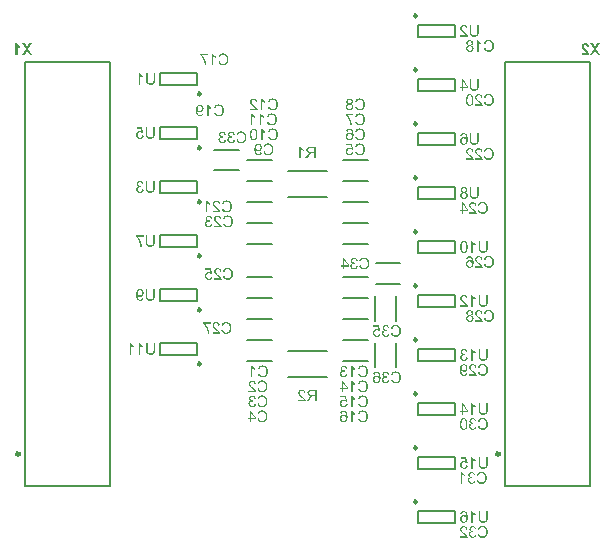
<source format=gbo>
G04*
G04 #@! TF.GenerationSoftware,Altium Limited,Altium Designer,21.6.4 (81)*
G04*
G04 Layer_Color=32896*
%FSLAX25Y25*%
%MOIN*%
G70*
G04*
G04 #@! TF.SameCoordinates,90030F59-7507-437C-A338-71E6985DC830*
G04*
G04*
G04 #@! TF.FilePolarity,Positive*
G04*
G01*
G75*
%ADD32C,0.01200*%
%ADD39C,0.00984*%
%ADD40C,0.00787*%
%ADD41C,0.00787*%
G36*
X198230Y161425D02*
X198325Y161420D01*
X198415Y161405D01*
X198495Y161385D01*
X198575Y161365D01*
X198645Y161340D01*
X198710Y161315D01*
X198770Y161290D01*
X198825Y161260D01*
X198870Y161235D01*
X198910Y161210D01*
X198945Y161190D01*
X198970Y161170D01*
X198990Y161155D01*
X199000Y161150D01*
X199005Y161145D01*
X199065Y161090D01*
X199115Y161030D01*
X199160Y160965D01*
X199200Y160895D01*
X199235Y160830D01*
X199265Y160760D01*
X199310Y160625D01*
X199330Y160565D01*
X199345Y160505D01*
X199355Y160455D01*
X199365Y160410D01*
X199370Y160370D01*
Y160345D01*
X199375Y160325D01*
Y160320D01*
X198890Y160270D01*
X198880Y160400D01*
X198860Y160510D01*
X198825Y160605D01*
X198785Y160690D01*
X198750Y160750D01*
X198715Y160800D01*
X198695Y160825D01*
X198685Y160835D01*
X198605Y160905D01*
X198515Y160955D01*
X198420Y160990D01*
X198335Y161015D01*
X198260Y161030D01*
X198225Y161035D01*
X198195D01*
X198175Y161040D01*
X198140D01*
X198025Y161030D01*
X197920Y161010D01*
X197830Y160980D01*
X197755Y160945D01*
X197695Y160905D01*
X197650Y160875D01*
X197625Y160855D01*
X197615Y160845D01*
X197545Y160770D01*
X197495Y160690D01*
X197460Y160615D01*
X197435Y160540D01*
X197420Y160475D01*
X197415Y160420D01*
X197410Y160400D01*
Y160390D01*
Y160380D01*
Y160375D01*
Y160325D01*
X197420Y160275D01*
X197445Y160170D01*
X197480Y160075D01*
X197520Y159990D01*
X197565Y159915D01*
X197585Y159885D01*
X197600Y159855D01*
X197615Y159835D01*
X197625Y159820D01*
X197630Y159810D01*
X197635Y159805D01*
X197680Y159745D01*
X197735Y159685D01*
X197795Y159620D01*
X197860Y159550D01*
X198000Y159415D01*
X198140Y159285D01*
X198205Y159225D01*
X198270Y159170D01*
X198330Y159120D01*
X198380Y159075D01*
X198420Y159040D01*
X198455Y159015D01*
X198475Y158995D01*
X198480Y158990D01*
X198625Y158870D01*
X198750Y158760D01*
X198855Y158660D01*
X198940Y158575D01*
X199010Y158505D01*
X199060Y158450D01*
X199075Y158430D01*
X199090Y158415D01*
X199095Y158410D01*
X199100Y158405D01*
X199175Y158310D01*
X199240Y158220D01*
X199290Y158135D01*
X199335Y158055D01*
X199370Y157990D01*
X199390Y157940D01*
X199400Y157920D01*
X199405Y157905D01*
X199410Y157900D01*
Y157895D01*
X199430Y157835D01*
X199445Y157780D01*
X199455Y157725D01*
X199460Y157675D01*
X199465Y157630D01*
Y157600D01*
Y157580D01*
Y157570D01*
X196920D01*
Y158025D01*
X198810D01*
X198745Y158115D01*
X198710Y158160D01*
X198680Y158195D01*
X198650Y158230D01*
X198630Y158255D01*
X198615Y158270D01*
X198610Y158275D01*
X198585Y158300D01*
X198550Y158335D01*
X198515Y158370D01*
X198475Y158405D01*
X198385Y158485D01*
X198290Y158565D01*
X198205Y158640D01*
X198165Y158675D01*
X198135Y158705D01*
X198105Y158725D01*
X198085Y158745D01*
X198070Y158755D01*
X198065Y158760D01*
X197975Y158840D01*
X197885Y158915D01*
X197810Y158980D01*
X197735Y159045D01*
X197670Y159105D01*
X197610Y159165D01*
X197555Y159215D01*
X197510Y159260D01*
X197465Y159300D01*
X197430Y159335D01*
X197400Y159365D01*
X197375Y159390D01*
X197360Y159410D01*
X197345Y159425D01*
X197335Y159430D01*
Y159435D01*
X197260Y159525D01*
X197195Y159615D01*
X197140Y159695D01*
X197095Y159765D01*
X197060Y159820D01*
X197040Y159865D01*
X197025Y159895D01*
X197020Y159905D01*
X196990Y159990D01*
X196965Y160070D01*
X196950Y160150D01*
X196935Y160215D01*
X196930Y160275D01*
X196925Y160320D01*
Y160350D01*
Y160360D01*
X196930Y160445D01*
X196940Y160525D01*
X196955Y160600D01*
X196975Y160670D01*
X197030Y160800D01*
X197055Y160860D01*
X197085Y160910D01*
X197120Y160960D01*
X197145Y161000D01*
X197175Y161035D01*
X197200Y161065D01*
X197220Y161090D01*
X197235Y161105D01*
X197245Y161115D01*
X197250Y161120D01*
X197315Y161175D01*
X197380Y161220D01*
X197450Y161265D01*
X197525Y161300D01*
X197600Y161330D01*
X197670Y161355D01*
X197810Y161390D01*
X197875Y161405D01*
X197935Y161415D01*
X197990Y161420D01*
X198040Y161425D01*
X198075Y161430D01*
X198130D01*
X198230Y161425D01*
D02*
G37*
G36*
X203080Y157570D02*
X202570D01*
Y159275D01*
X201910D01*
X201855Y159270D01*
X201805D01*
X201765Y159265D01*
X201735Y159260D01*
X201715D01*
X201705Y159255D01*
X201700D01*
X201615Y159225D01*
X201575Y159210D01*
X201540Y159190D01*
X201510Y159175D01*
X201490Y159160D01*
X201475Y159155D01*
X201470Y159150D01*
X201425Y159115D01*
X201380Y159080D01*
X201335Y159035D01*
X201295Y158990D01*
X201260Y158955D01*
X201235Y158920D01*
X201215Y158900D01*
X201210Y158890D01*
X201150Y158815D01*
X201090Y158730D01*
X201030Y158645D01*
X200970Y158560D01*
X200920Y158485D01*
X200895Y158450D01*
X200875Y158420D01*
X200860Y158400D01*
X200850Y158380D01*
X200840Y158370D01*
Y158365D01*
X200335Y157570D01*
X199695D01*
X200360Y158610D01*
X200435Y158720D01*
X200510Y158820D01*
X200580Y158910D01*
X200645Y158980D01*
X200705Y159040D01*
X200745Y159085D01*
X200775Y159110D01*
X200780Y159120D01*
X200785D01*
X200830Y159155D01*
X200875Y159190D01*
X200975Y159255D01*
X201020Y159280D01*
X201055Y159300D01*
X201080Y159310D01*
X201090Y159315D01*
X200990Y159330D01*
X200895Y159350D01*
X200810Y159375D01*
X200730Y159400D01*
X200655Y159430D01*
X200585Y159460D01*
X200525Y159490D01*
X200470Y159520D01*
X200425Y159550D01*
X200385Y159580D01*
X200350Y159605D01*
X200320Y159625D01*
X200300Y159645D01*
X200280Y159660D01*
X200275Y159665D01*
X200270Y159670D01*
X200225Y159725D01*
X200180Y159780D01*
X200145Y159840D01*
X200115Y159895D01*
X200070Y160010D01*
X200040Y160120D01*
X200020Y160215D01*
X200015Y160255D01*
X200010Y160290D01*
X200005Y160320D01*
Y160340D01*
Y160355D01*
Y160360D01*
X200010Y160475D01*
X200030Y160585D01*
X200055Y160685D01*
X200085Y160770D01*
X200115Y160840D01*
X200140Y160895D01*
X200150Y160915D01*
X200160Y160930D01*
X200165Y160935D01*
Y160940D01*
X200230Y161030D01*
X200300Y161110D01*
X200370Y161175D01*
X200440Y161225D01*
X200500Y161265D01*
X200550Y161290D01*
X200570Y161300D01*
X200585Y161305D01*
X200590Y161310D01*
X200595D01*
X200645Y161330D01*
X200705Y161345D01*
X200830Y161370D01*
X200960Y161390D01*
X201085Y161400D01*
X201145Y161405D01*
X201200Y161410D01*
X201245D01*
X201290Y161415D01*
X203080D01*
Y157570D01*
D02*
G37*
G36*
X226215Y167432D02*
X226295Y167428D01*
X226445Y167397D01*
X226575Y167352D01*
X226630Y167327D01*
X226685Y167307D01*
X226730Y167282D01*
X226775Y167257D01*
X226810Y167233D01*
X226840Y167212D01*
X226865Y167198D01*
X226880Y167183D01*
X226890Y167177D01*
X226895Y167173D01*
X226950Y167122D01*
X227000Y167068D01*
X227085Y166947D01*
X227150Y166827D01*
X227205Y166712D01*
X227225Y166657D01*
X227240Y166607D01*
X227255Y166558D01*
X227265Y166523D01*
X227275Y166488D01*
X227280Y166463D01*
X227285Y166447D01*
Y166443D01*
X226815Y166358D01*
X226790Y166478D01*
X226760Y166583D01*
X226720Y166673D01*
X226680Y166743D01*
X226645Y166803D01*
X226615Y166842D01*
X226595Y166862D01*
X226585Y166873D01*
X226510Y166932D01*
X226435Y166972D01*
X226355Y167002D01*
X226285Y167027D01*
X226220Y167037D01*
X226165Y167043D01*
X226145Y167048D01*
X226120D01*
X226020Y167043D01*
X225935Y167023D01*
X225855Y166992D01*
X225790Y166963D01*
X225740Y166928D01*
X225700Y166902D01*
X225680Y166883D01*
X225670Y166873D01*
X225610Y166807D01*
X225565Y166733D01*
X225535Y166663D01*
X225510Y166597D01*
X225500Y166537D01*
X225495Y166492D01*
X225490Y166457D01*
Y166453D01*
Y166447D01*
X225495Y166387D01*
X225500Y166332D01*
X225530Y166233D01*
X225565Y166147D01*
X225610Y166077D01*
X225655Y166027D01*
X225695Y165988D01*
X225725Y165968D01*
X225730Y165957D01*
X225735D01*
X225825Y165908D01*
X225920Y165867D01*
X226010Y165842D01*
X226095Y165823D01*
X226165Y165813D01*
X226225Y165807D01*
X226245Y165803D01*
X226300D01*
X226325Y165807D01*
X226340Y165813D01*
X226350D01*
X226405Y165398D01*
X226335Y165412D01*
X226270Y165427D01*
X226210Y165437D01*
X226160Y165443D01*
X226125Y165447D01*
X226070D01*
X225950Y165437D01*
X225845Y165412D01*
X225755Y165383D01*
X225675Y165342D01*
X225615Y165303D01*
X225570Y165272D01*
X225540Y165247D01*
X225530Y165237D01*
X225490Y165198D01*
X225460Y165153D01*
X225405Y165068D01*
X225365Y164978D01*
X225340Y164892D01*
X225325Y164818D01*
X225320Y164783D01*
Y164758D01*
X225315Y164733D01*
Y164717D01*
Y164708D01*
Y164702D01*
Y164643D01*
X225325Y164583D01*
X225350Y164472D01*
X225390Y164373D01*
X225430Y164293D01*
X225470Y164223D01*
X225510Y164172D01*
X225525Y164157D01*
X225535Y164143D01*
X225540Y164137D01*
X225545Y164132D01*
X225590Y164093D01*
X225635Y164058D01*
X225730Y163997D01*
X225825Y163958D01*
X225915Y163933D01*
X225990Y163912D01*
X226025Y163908D01*
X226055D01*
X226075Y163902D01*
X226110D01*
X226210Y163912D01*
X226305Y163933D01*
X226385Y163958D01*
X226455Y163993D01*
X226515Y164023D01*
X226555Y164052D01*
X226580Y164073D01*
X226590Y164077D01*
X226625Y164112D01*
X226655Y164153D01*
X226710Y164248D01*
X226760Y164342D01*
X226795Y164437D01*
X226825Y164527D01*
X226835Y164562D01*
X226845Y164597D01*
X226850Y164622D01*
X226855Y164643D01*
X226860Y164657D01*
Y164663D01*
X227330Y164597D01*
X227320Y164507D01*
X227300Y164423D01*
X227280Y164348D01*
X227250Y164272D01*
X227220Y164202D01*
X227190Y164137D01*
X227155Y164077D01*
X227125Y164023D01*
X227090Y163978D01*
X227060Y163933D01*
X227030Y163898D01*
X227005Y163867D01*
X226980Y163842D01*
X226965Y163828D01*
X226955Y163818D01*
X226950Y163812D01*
X226885Y163758D01*
X226820Y163713D01*
X226750Y163672D01*
X226675Y163637D01*
X226605Y163612D01*
X226535Y163587D01*
X226405Y163552D01*
X226345Y163538D01*
X226285Y163528D01*
X226235Y163523D01*
X226195Y163517D01*
X226160Y163513D01*
X226110D01*
X226005Y163517D01*
X225910Y163528D01*
X225815Y163542D01*
X225730Y163567D01*
X225645Y163593D01*
X225570Y163622D01*
X225500Y163653D01*
X225435Y163688D01*
X225380Y163717D01*
X225330Y163748D01*
X225285Y163777D01*
X225250Y163803D01*
X225220Y163828D01*
X225200Y163842D01*
X225190Y163853D01*
X225185Y163857D01*
X225120Y163923D01*
X225065Y163993D01*
X225015Y164067D01*
X224970Y164137D01*
X224935Y164213D01*
X224905Y164283D01*
X224880Y164353D01*
X224860Y164418D01*
X224845Y164478D01*
X224835Y164532D01*
X224825Y164583D01*
X224820Y164628D01*
X224815Y164663D01*
Y164692D01*
Y164708D01*
Y164713D01*
X224825Y164848D01*
X224845Y164962D01*
X224875Y165068D01*
X224910Y165157D01*
X224945Y165233D01*
X224960Y165258D01*
X224975Y165282D01*
X224985Y165303D01*
X224995Y165317D01*
X225005Y165322D01*
Y165328D01*
X225080Y165412D01*
X225170Y165482D01*
X225255Y165542D01*
X225340Y165587D01*
X225415Y165618D01*
X225450Y165632D01*
X225480Y165642D01*
X225500Y165647D01*
X225520Y165653D01*
X225530Y165657D01*
X225535D01*
X225445Y165708D01*
X225365Y165758D01*
X225295Y165813D01*
X225240Y165867D01*
X225195Y165912D01*
X225165Y165947D01*
X225145Y165972D01*
X225140Y165982D01*
X225095Y166062D01*
X225060Y166142D01*
X225040Y166218D01*
X225020Y166288D01*
X225010Y166348D01*
X225005Y166398D01*
Y166428D01*
Y166432D01*
Y166437D01*
X225010Y166533D01*
X225025Y166622D01*
X225050Y166708D01*
X225075Y166782D01*
X225105Y166842D01*
X225125Y166893D01*
X225145Y166922D01*
X225150Y166928D01*
Y166932D01*
X225205Y167017D01*
X225270Y167087D01*
X225340Y167153D01*
X225405Y167208D01*
X225465Y167247D01*
X225510Y167278D01*
X225530Y167288D01*
X225545Y167297D01*
X225550Y167303D01*
X225555D01*
X225655Y167348D01*
X225755Y167383D01*
X225850Y167403D01*
X225940Y167422D01*
X226015Y167432D01*
X226050D01*
X226075Y167438D01*
X226130D01*
X226215Y167432D01*
D02*
G37*
G36*
X223100D02*
X223205Y167418D01*
X223305Y167397D01*
X223400Y167367D01*
X223485Y167332D01*
X223565Y167297D01*
X223640Y167257D01*
X223705Y167218D01*
X223760Y167173D01*
X223815Y167132D01*
X223860Y167097D01*
X223895Y167062D01*
X223925Y167033D01*
X223945Y167013D01*
X223955Y166998D01*
X223960Y166992D01*
X224030Y166893D01*
X224095Y166778D01*
X224150Y166657D01*
X224195Y166527D01*
X224235Y166393D01*
X224270Y166258D01*
X224295Y166122D01*
X224320Y165992D01*
X224335Y165867D01*
X224350Y165752D01*
X224355Y165647D01*
X224365Y165552D01*
Y165478D01*
X224370Y165447D01*
Y165422D01*
Y165402D01*
Y165387D01*
Y165377D01*
Y165373D01*
X224365Y165192D01*
X224355Y165027D01*
X224335Y164873D01*
X224310Y164727D01*
X224285Y164602D01*
X224255Y164482D01*
X224220Y164377D01*
X224185Y164283D01*
X224150Y164202D01*
X224115Y164132D01*
X224085Y164073D01*
X224060Y164028D01*
X224035Y163988D01*
X224015Y163962D01*
X224005Y163947D01*
X224000Y163943D01*
X223925Y163867D01*
X223850Y163803D01*
X223770Y163742D01*
X223690Y163692D01*
X223610Y163653D01*
X223530Y163618D01*
X223450Y163587D01*
X223375Y163567D01*
X223305Y163548D01*
X223240Y163538D01*
X223185Y163528D01*
X223135Y163517D01*
X223090D01*
X223060Y163513D01*
X223035D01*
X222910Y163517D01*
X222795Y163538D01*
X222690Y163563D01*
X222600Y163598D01*
X222525Y163628D01*
X222495Y163637D01*
X222465Y163653D01*
X222445Y163663D01*
X222430Y163672D01*
X222425Y163678D01*
X222420D01*
X222320Y163748D01*
X222235Y163822D01*
X222165Y163902D01*
X222100Y163978D01*
X222055Y164048D01*
X222020Y164102D01*
X222005Y164122D01*
X221995Y164137D01*
X221990Y164147D01*
Y164153D01*
X221935Y164272D01*
X221895Y164388D01*
X221870Y164503D01*
X221850Y164602D01*
X221840Y164692D01*
X221835Y164727D01*
X221830Y164762D01*
Y164787D01*
Y164807D01*
Y164818D01*
Y164822D01*
X221835Y164922D01*
X221845Y165017D01*
X221860Y165108D01*
X221880Y165198D01*
X221910Y165278D01*
X221935Y165348D01*
X221965Y165418D01*
X221995Y165478D01*
X222030Y165533D01*
X222060Y165583D01*
X222085Y165622D01*
X222110Y165657D01*
X222135Y165688D01*
X222150Y165708D01*
X222160Y165717D01*
X222165Y165723D01*
X222230Y165782D01*
X222295Y165838D01*
X222360Y165883D01*
X222430Y165928D01*
X222500Y165957D01*
X222565Y165988D01*
X222630Y166013D01*
X222690Y166027D01*
X222750Y166042D01*
X222800Y166052D01*
X222850Y166062D01*
X222890Y166068D01*
X222925Y166072D01*
X222970D01*
X223070Y166068D01*
X223165Y166052D01*
X223250Y166033D01*
X223330Y166007D01*
X223395Y165982D01*
X223440Y165963D01*
X223460Y165953D01*
X223475Y165947D01*
X223480Y165943D01*
X223485D01*
X223575Y165893D01*
X223655Y165828D01*
X223725Y165768D01*
X223785Y165702D01*
X223835Y165647D01*
X223870Y165603D01*
X223890Y165568D01*
X223900Y165562D01*
Y165663D01*
X223895Y165762D01*
X223885Y165858D01*
X223875Y165943D01*
X223865Y166023D01*
X223855Y166093D01*
X223845Y166163D01*
X223835Y166223D01*
X223820Y166272D01*
X223810Y166317D01*
X223800Y166358D01*
X223790Y166393D01*
X223780Y166418D01*
X223775Y166432D01*
X223770Y166443D01*
Y166447D01*
X223715Y166558D01*
X223660Y166653D01*
X223600Y166733D01*
X223545Y166797D01*
X223495Y166852D01*
X223455Y166887D01*
X223430Y166912D01*
X223420Y166918D01*
X223350Y166963D01*
X223285Y166992D01*
X223215Y167017D01*
X223155Y167033D01*
X223100Y167043D01*
X223060Y167048D01*
X223020D01*
X222920Y167037D01*
X222825Y167017D01*
X222745Y166982D01*
X222675Y166947D01*
X222620Y166912D01*
X222580Y166877D01*
X222555Y166858D01*
X222545Y166848D01*
X222505Y166793D01*
X222470Y166733D01*
X222435Y166667D01*
X222410Y166603D01*
X222390Y166542D01*
X222375Y166492D01*
X222370Y166472D01*
Y166457D01*
X222365Y166453D01*
Y166447D01*
X221895Y166482D01*
X221910Y166562D01*
X221925Y166642D01*
X221975Y166778D01*
X222005Y166842D01*
X222030Y166897D01*
X222060Y166953D01*
X222090Y166998D01*
X222120Y167043D01*
X222150Y167078D01*
X222175Y167107D01*
X222200Y167138D01*
X222220Y167157D01*
X222230Y167173D01*
X222240Y167177D01*
X222245Y167183D01*
X222300Y167227D01*
X222360Y167268D01*
X222420Y167303D01*
X222485Y167332D01*
X222610Y167377D01*
X222725Y167408D01*
X222780Y167418D01*
X222830Y167422D01*
X222875Y167428D01*
X222915Y167432D01*
X222945Y167438D01*
X222990D01*
X223100Y167432D01*
D02*
G37*
G36*
X229540Y167478D02*
X229715Y167453D01*
X229875Y167412D01*
X229945Y167393D01*
X230015Y167373D01*
X230075Y167348D01*
X230130Y167327D01*
X230175Y167307D01*
X230215Y167288D01*
X230245Y167272D01*
X230270Y167262D01*
X230285Y167257D01*
X230290Y167253D01*
X230365Y167208D01*
X230440Y167157D01*
X230570Y167048D01*
X230685Y166937D01*
X230775Y166827D01*
X230815Y166772D01*
X230850Y166727D01*
X230880Y166683D01*
X230900Y166648D01*
X230920Y166618D01*
X230935Y166593D01*
X230940Y166577D01*
X230945Y166572D01*
X230985Y166488D01*
X231020Y166398D01*
X231075Y166223D01*
X231115Y166048D01*
X231130Y165963D01*
X231140Y165883D01*
X231150Y165807D01*
X231160Y165743D01*
X231165Y165682D01*
Y165628D01*
X231170Y165587D01*
Y165552D01*
Y165533D01*
Y165527D01*
X231160Y165328D01*
X231140Y165132D01*
X231125Y165048D01*
X231105Y164962D01*
X231090Y164883D01*
X231070Y164807D01*
X231050Y164737D01*
X231035Y164678D01*
X231015Y164628D01*
X231000Y164583D01*
X230990Y164548D01*
X230980Y164517D01*
X230970Y164503D01*
Y164497D01*
X230930Y164412D01*
X230885Y164328D01*
X230840Y164252D01*
X230790Y164182D01*
X230740Y164112D01*
X230690Y164052D01*
X230645Y163997D01*
X230595Y163953D01*
X230550Y163908D01*
X230510Y163867D01*
X230470Y163838D01*
X230440Y163812D01*
X230410Y163787D01*
X230390Y163772D01*
X230380Y163768D01*
X230375Y163762D01*
X230300Y163717D01*
X230220Y163682D01*
X230135Y163647D01*
X230050Y163618D01*
X229880Y163573D01*
X229720Y163542D01*
X229645Y163532D01*
X229580Y163528D01*
X229515Y163523D01*
X229465Y163517D01*
X229420Y163513D01*
X229360D01*
X229250Y163517D01*
X229145Y163528D01*
X229045Y163542D01*
X228950Y163563D01*
X228860Y163587D01*
X228775Y163618D01*
X228700Y163643D01*
X228625Y163678D01*
X228565Y163707D01*
X228510Y163733D01*
X228460Y163762D01*
X228420Y163787D01*
X228385Y163807D01*
X228365Y163822D01*
X228350Y163832D01*
X228345Y163838D01*
X228270Y163902D01*
X228200Y163972D01*
X228135Y164048D01*
X228080Y164128D01*
X228025Y164207D01*
X227980Y164283D01*
X227935Y164363D01*
X227900Y164437D01*
X227865Y164513D01*
X227840Y164577D01*
X227815Y164637D01*
X227795Y164688D01*
X227785Y164733D01*
X227775Y164768D01*
X227765Y164787D01*
Y164793D01*
X228275Y164922D01*
X228300Y164832D01*
X228325Y164752D01*
X228355Y164678D01*
X228385Y164602D01*
X228420Y164538D01*
X228450Y164478D01*
X228485Y164423D01*
X228520Y164377D01*
X228550Y164332D01*
X228580Y164297D01*
X228610Y164262D01*
X228630Y164237D01*
X228650Y164217D01*
X228665Y164202D01*
X228675Y164198D01*
X228680Y164192D01*
X228735Y164147D01*
X228795Y164112D01*
X228855Y164077D01*
X228920Y164052D01*
X229040Y164007D01*
X229155Y163978D01*
X229205Y163968D01*
X229255Y163962D01*
X229295Y163958D01*
X229335Y163953D01*
X229365Y163947D01*
X229405D01*
X229535Y163958D01*
X229655Y163978D01*
X229765Y164003D01*
X229865Y164038D01*
X229945Y164073D01*
X229980Y164087D01*
X230005Y164097D01*
X230030Y164112D01*
X230045Y164118D01*
X230055Y164128D01*
X230060D01*
X230165Y164202D01*
X230255Y164287D01*
X230330Y164377D01*
X230395Y164468D01*
X230445Y164548D01*
X230460Y164583D01*
X230475Y164612D01*
X230490Y164637D01*
X230500Y164657D01*
X230505Y164667D01*
Y164673D01*
X230550Y164813D01*
X230585Y164962D01*
X230610Y165103D01*
X230625Y165237D01*
X230635Y165297D01*
Y165352D01*
X230640Y165402D01*
X230645Y165447D01*
Y165482D01*
Y165507D01*
Y165523D01*
Y165527D01*
X230640Y165667D01*
X230625Y165803D01*
X230605Y165928D01*
X230585Y166042D01*
X230575Y166087D01*
X230565Y166132D01*
X230555Y166173D01*
X230545Y166208D01*
X230535Y166233D01*
X230530Y166253D01*
X230525Y166262D01*
Y166268D01*
X230475Y166398D01*
X230410Y166507D01*
X230340Y166607D01*
X230270Y166688D01*
X230210Y166753D01*
X230160Y166797D01*
X230140Y166817D01*
X230125Y166827D01*
X230115Y166838D01*
X230110D01*
X230050Y166877D01*
X229990Y166908D01*
X229865Y166963D01*
X229740Y167002D01*
X229625Y167027D01*
X229570Y167033D01*
X229520Y167043D01*
X229475Y167048D01*
X229440D01*
X229410Y167052D01*
X229365D01*
X229225Y167043D01*
X229100Y167023D01*
X228990Y166992D01*
X228895Y166957D01*
X228820Y166918D01*
X228790Y166902D01*
X228765Y166887D01*
X228745Y166877D01*
X228730Y166867D01*
X228725Y166858D01*
X228720D01*
X228675Y166817D01*
X228630Y166778D01*
X228550Y166683D01*
X228485Y166583D01*
X228430Y166482D01*
X228385Y166393D01*
X228370Y166352D01*
X228355Y166317D01*
X228345Y166288D01*
X228335Y166268D01*
X228330Y166253D01*
Y166247D01*
X227830Y166367D01*
X227860Y166463D01*
X227900Y166558D01*
X227940Y166642D01*
X227985Y166723D01*
X228030Y166793D01*
X228075Y166862D01*
X228120Y166922D01*
X228165Y166978D01*
X228210Y167027D01*
X228250Y167072D01*
X228290Y167107D01*
X228320Y167138D01*
X228345Y167163D01*
X228370Y167177D01*
X228380Y167188D01*
X228385Y167192D01*
X228460Y167243D01*
X228540Y167292D01*
X228620Y167327D01*
X228700Y167362D01*
X228785Y167393D01*
X228865Y167418D01*
X229015Y167453D01*
X229085Y167463D01*
X229150Y167473D01*
X229210Y167478D01*
X229260Y167482D01*
X229300Y167488D01*
X229450D01*
X229540Y167478D01*
D02*
G37*
G36*
X226230Y182932D02*
X226310Y182928D01*
X226460Y182897D01*
X226590Y182852D01*
X226645Y182827D01*
X226700Y182808D01*
X226745Y182782D01*
X226790Y182757D01*
X226825Y182732D01*
X226855Y182712D01*
X226880Y182697D01*
X226895Y182683D01*
X226905Y182677D01*
X226910Y182673D01*
X226965Y182623D01*
X227015Y182568D01*
X227100Y182448D01*
X227165Y182327D01*
X227220Y182212D01*
X227240Y182158D01*
X227255Y182107D01*
X227270Y182057D01*
X227280Y182023D01*
X227290Y181988D01*
X227295Y181963D01*
X227300Y181948D01*
Y181942D01*
X226830Y181858D01*
X226805Y181977D01*
X226775Y182082D01*
X226735Y182173D01*
X226695Y182243D01*
X226660Y182302D01*
X226630Y182343D01*
X226610Y182362D01*
X226600Y182372D01*
X226525Y182432D01*
X226450Y182473D01*
X226370Y182502D01*
X226300Y182527D01*
X226235Y182537D01*
X226180Y182543D01*
X226160Y182547D01*
X226135D01*
X226035Y182543D01*
X225950Y182522D01*
X225870Y182492D01*
X225805Y182463D01*
X225755Y182428D01*
X225715Y182403D01*
X225695Y182383D01*
X225685Y182372D01*
X225625Y182308D01*
X225580Y182232D01*
X225550Y182162D01*
X225525Y182097D01*
X225515Y182037D01*
X225510Y181992D01*
X225505Y181957D01*
Y181953D01*
Y181948D01*
X225510Y181887D01*
X225515Y181833D01*
X225545Y181732D01*
X225580Y181648D01*
X225625Y181578D01*
X225670Y181527D01*
X225710Y181488D01*
X225740Y181467D01*
X225745Y181457D01*
X225750D01*
X225840Y181407D01*
X225935Y181368D01*
X226025Y181342D01*
X226110Y181323D01*
X226180Y181313D01*
X226240Y181307D01*
X226260Y181302D01*
X226315D01*
X226340Y181307D01*
X226355Y181313D01*
X226365D01*
X226420Y180897D01*
X226350Y180912D01*
X226285Y180928D01*
X226225Y180938D01*
X226175Y180942D01*
X226140Y180947D01*
X226085D01*
X225965Y180938D01*
X225860Y180912D01*
X225770Y180883D01*
X225690Y180842D01*
X225630Y180803D01*
X225585Y180772D01*
X225555Y180747D01*
X225545Y180737D01*
X225505Y180698D01*
X225475Y180652D01*
X225420Y180568D01*
X225380Y180477D01*
X225355Y180393D01*
X225340Y180317D01*
X225335Y180282D01*
Y180257D01*
X225330Y180233D01*
Y180218D01*
Y180208D01*
Y180202D01*
Y180142D01*
X225340Y180082D01*
X225365Y179973D01*
X225405Y179873D01*
X225445Y179792D01*
X225485Y179722D01*
X225525Y179673D01*
X225540Y179657D01*
X225550Y179642D01*
X225555Y179638D01*
X225560Y179632D01*
X225605Y179593D01*
X225650Y179558D01*
X225745Y179498D01*
X225840Y179457D01*
X225930Y179432D01*
X226005Y179412D01*
X226040Y179408D01*
X226070D01*
X226090Y179402D01*
X226125D01*
X226225Y179412D01*
X226320Y179432D01*
X226400Y179457D01*
X226470Y179492D01*
X226530Y179523D01*
X226570Y179552D01*
X226595Y179572D01*
X226605Y179578D01*
X226640Y179613D01*
X226670Y179653D01*
X226725Y179747D01*
X226775Y179842D01*
X226810Y179938D01*
X226840Y180027D01*
X226850Y180062D01*
X226860Y180097D01*
X226865Y180122D01*
X226870Y180142D01*
X226875Y180157D01*
Y180163D01*
X227345Y180097D01*
X227335Y180008D01*
X227315Y179922D01*
X227295Y179848D01*
X227265Y179772D01*
X227235Y179702D01*
X227205Y179638D01*
X227170Y179578D01*
X227140Y179523D01*
X227105Y179478D01*
X227075Y179432D01*
X227045Y179397D01*
X227020Y179367D01*
X226995Y179342D01*
X226980Y179327D01*
X226970Y179317D01*
X226965Y179313D01*
X226900Y179258D01*
X226835Y179212D01*
X226765Y179173D01*
X226690Y179138D01*
X226620Y179113D01*
X226550Y179087D01*
X226420Y179052D01*
X226360Y179037D01*
X226300Y179027D01*
X226250Y179023D01*
X226210Y179017D01*
X226175Y179013D01*
X226125D01*
X226020Y179017D01*
X225925Y179027D01*
X225830Y179042D01*
X225745Y179068D01*
X225660Y179093D01*
X225585Y179122D01*
X225515Y179153D01*
X225450Y179188D01*
X225395Y179218D01*
X225345Y179247D01*
X225300Y179278D01*
X225265Y179303D01*
X225235Y179327D01*
X225215Y179342D01*
X225205Y179352D01*
X225200Y179358D01*
X225135Y179422D01*
X225080Y179492D01*
X225030Y179568D01*
X224985Y179638D01*
X224950Y179712D01*
X224920Y179782D01*
X224895Y179852D01*
X224875Y179918D01*
X224860Y179978D01*
X224850Y180033D01*
X224840Y180082D01*
X224835Y180128D01*
X224830Y180163D01*
Y180192D01*
Y180208D01*
Y180212D01*
X224840Y180348D01*
X224860Y180463D01*
X224890Y180568D01*
X224925Y180657D01*
X224960Y180733D01*
X224975Y180757D01*
X224990Y180782D01*
X225000Y180803D01*
X225010Y180817D01*
X225020Y180823D01*
Y180827D01*
X225095Y180912D01*
X225185Y180982D01*
X225270Y181043D01*
X225355Y181088D01*
X225430Y181117D01*
X225465Y181132D01*
X225495Y181142D01*
X225515Y181148D01*
X225535Y181152D01*
X225545Y181158D01*
X225550D01*
X225460Y181208D01*
X225380Y181257D01*
X225310Y181313D01*
X225255Y181368D01*
X225210Y181412D01*
X225180Y181448D01*
X225160Y181473D01*
X225155Y181483D01*
X225110Y181562D01*
X225075Y181642D01*
X225055Y181718D01*
X225035Y181788D01*
X225025Y181848D01*
X225020Y181897D01*
Y181928D01*
Y181932D01*
Y181938D01*
X225025Y182033D01*
X225040Y182123D01*
X225065Y182208D01*
X225090Y182282D01*
X225120Y182343D01*
X225140Y182393D01*
X225160Y182422D01*
X225165Y182428D01*
Y182432D01*
X225220Y182518D01*
X225285Y182588D01*
X225355Y182652D01*
X225420Y182708D01*
X225480Y182747D01*
X225525Y182778D01*
X225545Y182788D01*
X225560Y182798D01*
X225565Y182802D01*
X225570D01*
X225670Y182847D01*
X225770Y182882D01*
X225865Y182903D01*
X225955Y182922D01*
X226030Y182932D01*
X226065D01*
X226090Y182938D01*
X226145D01*
X226230Y182932D01*
D02*
G37*
G36*
X224275Y180897D02*
X223830Y180833D01*
X223790Y180893D01*
X223745Y180942D01*
X223695Y180992D01*
X223650Y181027D01*
X223610Y181062D01*
X223580Y181082D01*
X223560Y181097D01*
X223550Y181103D01*
X223480Y181138D01*
X223405Y181167D01*
X223335Y181187D01*
X223275Y181198D01*
X223215Y181208D01*
X223175Y181212D01*
X223065D01*
X223005Y181202D01*
X222885Y181177D01*
X222785Y181138D01*
X222700Y181097D01*
X222630Y181052D01*
X222580Y181012D01*
X222565Y180998D01*
X222550Y180988D01*
X222540Y180982D01*
Y180977D01*
X222500Y180932D01*
X222465Y180883D01*
X222410Y180778D01*
X222370Y180673D01*
X222345Y180568D01*
X222325Y180477D01*
X222320Y180438D01*
Y180403D01*
X222315Y180377D01*
Y180358D01*
Y180342D01*
Y180338D01*
Y180257D01*
X222325Y180187D01*
X222350Y180052D01*
X222390Y179938D01*
X222430Y179838D01*
X222455Y179797D01*
X222475Y179762D01*
X222495Y179727D01*
X222515Y179702D01*
X222530Y179683D01*
X222540Y179667D01*
X222545Y179663D01*
X222550Y179657D01*
X222595Y179613D01*
X222640Y179572D01*
X222690Y179537D01*
X222740Y179513D01*
X222835Y179463D01*
X222930Y179432D01*
X223010Y179418D01*
X223045Y179412D01*
X223070Y179408D01*
X223095Y179402D01*
X223130D01*
X223235Y179412D01*
X223325Y179432D01*
X223410Y179457D01*
X223480Y179492D01*
X223535Y179523D01*
X223580Y179552D01*
X223605Y179572D01*
X223615Y179578D01*
X223680Y179653D01*
X223735Y179737D01*
X223780Y179827D01*
X223815Y179918D01*
X223835Y179992D01*
X223845Y180027D01*
X223855Y180058D01*
X223860Y180082D01*
Y180103D01*
X223865Y180113D01*
Y180117D01*
X224360Y180082D01*
X224350Y179992D01*
X224330Y179908D01*
X224310Y179832D01*
X224280Y179757D01*
X224255Y179688D01*
X224220Y179622D01*
X224190Y179562D01*
X224155Y179513D01*
X224125Y179463D01*
X224090Y179422D01*
X224065Y179387D01*
X224035Y179358D01*
X224015Y179332D01*
X224000Y179317D01*
X223990Y179307D01*
X223985Y179303D01*
X223920Y179253D01*
X223855Y179208D01*
X223785Y179167D01*
X223710Y179138D01*
X223640Y179107D01*
X223570Y179083D01*
X223435Y179048D01*
X223370Y179037D01*
X223315Y179027D01*
X223260Y179023D01*
X223215Y179017D01*
X223180Y179013D01*
X223130D01*
X223015Y179017D01*
X222905Y179033D01*
X222800Y179058D01*
X222700Y179087D01*
X222610Y179122D01*
X222530Y179157D01*
X222455Y179202D01*
X222385Y179247D01*
X222325Y179288D01*
X222270Y179332D01*
X222225Y179367D01*
X222190Y179408D01*
X222160Y179432D01*
X222135Y179457D01*
X222125Y179472D01*
X222120Y179478D01*
X222065Y179552D01*
X222020Y179628D01*
X221980Y179702D01*
X221945Y179778D01*
X221915Y179852D01*
X221890Y179928D01*
X221855Y180072D01*
X221840Y180132D01*
X221830Y180192D01*
X221825Y180247D01*
X221820Y180292D01*
X221815Y180327D01*
Y180352D01*
Y180373D01*
Y180377D01*
X221820Y180477D01*
X221830Y180572D01*
X221845Y180663D01*
X221870Y180753D01*
X221895Y180833D01*
X221925Y180903D01*
X221955Y180973D01*
X221990Y181033D01*
X222020Y181088D01*
X222055Y181138D01*
X222085Y181177D01*
X222110Y181212D01*
X222135Y181243D01*
X222150Y181263D01*
X222160Y181272D01*
X222165Y181278D01*
X222230Y181337D01*
X222300Y181393D01*
X222370Y181438D01*
X222440Y181483D01*
X222515Y181512D01*
X222585Y181543D01*
X222650Y181568D01*
X222715Y181582D01*
X222780Y181597D01*
X222835Y181607D01*
X222885Y181617D01*
X222925Y181623D01*
X222960Y181628D01*
X223010D01*
X223080Y181623D01*
X223150Y181617D01*
X223285Y181588D01*
X223405Y181553D01*
X223515Y181508D01*
X223565Y181483D01*
X223605Y181463D01*
X223645Y181438D01*
X223675Y181422D01*
X223700Y181407D01*
X223720Y181393D01*
X223730Y181387D01*
X223735Y181383D01*
X223530Y182422D01*
X221995D01*
Y182872D01*
X223905D01*
X224275Y180897D01*
D02*
G37*
G36*
X229555Y182977D02*
X229730Y182952D01*
X229890Y182913D01*
X229960Y182893D01*
X230030Y182872D01*
X230090Y182847D01*
X230145Y182827D01*
X230190Y182808D01*
X230230Y182788D01*
X230260Y182773D01*
X230285Y182763D01*
X230300Y182757D01*
X230305Y182753D01*
X230380Y182708D01*
X230455Y182658D01*
X230585Y182547D01*
X230700Y182438D01*
X230790Y182327D01*
X230830Y182273D01*
X230865Y182228D01*
X230895Y182183D01*
X230915Y182148D01*
X230935Y182117D01*
X230950Y182092D01*
X230955Y182078D01*
X230960Y182072D01*
X231000Y181988D01*
X231035Y181897D01*
X231090Y181722D01*
X231130Y181547D01*
X231145Y181463D01*
X231155Y181383D01*
X231165Y181307D01*
X231175Y181243D01*
X231180Y181183D01*
Y181128D01*
X231185Y181088D01*
Y181052D01*
Y181033D01*
Y181027D01*
X231175Y180827D01*
X231155Y180632D01*
X231140Y180547D01*
X231120Y180463D01*
X231105Y180383D01*
X231085Y180307D01*
X231065Y180237D01*
X231050Y180177D01*
X231030Y180128D01*
X231015Y180082D01*
X231005Y180048D01*
X230995Y180017D01*
X230985Y180002D01*
Y179998D01*
X230945Y179912D01*
X230900Y179827D01*
X230855Y179753D01*
X230805Y179683D01*
X230755Y179613D01*
X230705Y179552D01*
X230660Y179498D01*
X230610Y179453D01*
X230565Y179408D01*
X230525Y179367D01*
X230485Y179338D01*
X230455Y179313D01*
X230425Y179288D01*
X230405Y179272D01*
X230395Y179268D01*
X230390Y179262D01*
X230315Y179218D01*
X230235Y179183D01*
X230150Y179148D01*
X230065Y179118D01*
X229895Y179072D01*
X229735Y179042D01*
X229660Y179033D01*
X229595Y179027D01*
X229530Y179023D01*
X229480Y179017D01*
X229435Y179013D01*
X229375D01*
X229265Y179017D01*
X229160Y179027D01*
X229060Y179042D01*
X228965Y179062D01*
X228875Y179087D01*
X228790Y179118D01*
X228715Y179142D01*
X228640Y179177D01*
X228580Y179208D01*
X228525Y179233D01*
X228475Y179262D01*
X228435Y179288D01*
X228400Y179307D01*
X228380Y179323D01*
X228365Y179332D01*
X228360Y179338D01*
X228285Y179402D01*
X228215Y179472D01*
X228150Y179548D01*
X228095Y179628D01*
X228040Y179708D01*
X227995Y179782D01*
X227950Y179862D01*
X227915Y179938D01*
X227880Y180013D01*
X227855Y180078D01*
X227830Y180138D01*
X227810Y180187D01*
X227800Y180233D01*
X227790Y180268D01*
X227780Y180288D01*
Y180292D01*
X228290Y180422D01*
X228315Y180333D01*
X228340Y180253D01*
X228370Y180177D01*
X228400Y180103D01*
X228435Y180037D01*
X228465Y179978D01*
X228500Y179922D01*
X228535Y179877D01*
X228565Y179832D01*
X228595Y179797D01*
X228625Y179762D01*
X228645Y179737D01*
X228665Y179718D01*
X228680Y179702D01*
X228690Y179698D01*
X228695Y179692D01*
X228750Y179648D01*
X228810Y179613D01*
X228870Y179578D01*
X228935Y179552D01*
X229055Y179508D01*
X229170Y179478D01*
X229220Y179467D01*
X229270Y179463D01*
X229310Y179457D01*
X229350Y179453D01*
X229380Y179447D01*
X229420D01*
X229550Y179457D01*
X229670Y179478D01*
X229780Y179502D01*
X229880Y179537D01*
X229960Y179572D01*
X229995Y179587D01*
X230020Y179597D01*
X230045Y179613D01*
X230060Y179618D01*
X230070Y179628D01*
X230075D01*
X230180Y179702D01*
X230270Y179788D01*
X230345Y179877D01*
X230410Y179967D01*
X230460Y180048D01*
X230475Y180082D01*
X230490Y180113D01*
X230505Y180138D01*
X230515Y180157D01*
X230520Y180167D01*
Y180173D01*
X230565Y180313D01*
X230600Y180463D01*
X230625Y180603D01*
X230640Y180737D01*
X230650Y180798D01*
Y180852D01*
X230655Y180903D01*
X230660Y180947D01*
Y180982D01*
Y181008D01*
Y181023D01*
Y181027D01*
X230655Y181167D01*
X230640Y181302D01*
X230620Y181428D01*
X230600Y181543D01*
X230590Y181588D01*
X230580Y181632D01*
X230570Y181673D01*
X230560Y181708D01*
X230550Y181732D01*
X230545Y181753D01*
X230540Y181763D01*
Y181767D01*
X230490Y181897D01*
X230425Y182008D01*
X230355Y182107D01*
X230285Y182187D01*
X230225Y182253D01*
X230175Y182298D01*
X230155Y182317D01*
X230140Y182327D01*
X230130Y182337D01*
X230125D01*
X230065Y182378D01*
X230005Y182407D01*
X229880Y182463D01*
X229755Y182502D01*
X229640Y182527D01*
X229585Y182533D01*
X229535Y182543D01*
X229490Y182547D01*
X229455D01*
X229425Y182553D01*
X229380D01*
X229240Y182543D01*
X229115Y182522D01*
X229005Y182492D01*
X228910Y182457D01*
X228835Y182418D01*
X228805Y182403D01*
X228780Y182387D01*
X228760Y182378D01*
X228745Y182368D01*
X228740Y182358D01*
X228735D01*
X228690Y182317D01*
X228645Y182278D01*
X228565Y182183D01*
X228500Y182082D01*
X228445Y181983D01*
X228400Y181893D01*
X228385Y181852D01*
X228370Y181817D01*
X228360Y181788D01*
X228350Y181767D01*
X228345Y181753D01*
Y181747D01*
X227845Y181868D01*
X227875Y181963D01*
X227915Y182057D01*
X227955Y182142D01*
X228000Y182222D01*
X228045Y182292D01*
X228090Y182362D01*
X228135Y182422D01*
X228180Y182477D01*
X228225Y182527D01*
X228265Y182572D01*
X228305Y182607D01*
X228335Y182638D01*
X228360Y182662D01*
X228385Y182677D01*
X228395Y182687D01*
X228400Y182693D01*
X228475Y182743D01*
X228555Y182792D01*
X228635Y182827D01*
X228715Y182862D01*
X228800Y182893D01*
X228880Y182917D01*
X229030Y182952D01*
X229100Y182963D01*
X229165Y182973D01*
X229225Y182977D01*
X229275Y182983D01*
X229315Y182987D01*
X229465D01*
X229555Y182977D01*
D02*
G37*
G36*
X215650Y205394D02*
X215730Y205389D01*
X215880Y205359D01*
X216010Y205314D01*
X216065Y205289D01*
X216120Y205269D01*
X216165Y205244D01*
X216210Y205219D01*
X216245Y205194D01*
X216275Y205174D01*
X216300Y205159D01*
X216315Y205144D01*
X216325Y205139D01*
X216330Y205134D01*
X216385Y205084D01*
X216435Y205029D01*
X216520Y204909D01*
X216585Y204789D01*
X216640Y204674D01*
X216660Y204619D01*
X216675Y204569D01*
X216690Y204519D01*
X216700Y204484D01*
X216710Y204449D01*
X216715Y204424D01*
X216720Y204409D01*
Y204404D01*
X216250Y204319D01*
X216225Y204439D01*
X216195Y204544D01*
X216155Y204634D01*
X216115Y204704D01*
X216080Y204764D01*
X216050Y204804D01*
X216030Y204824D01*
X216020Y204834D01*
X215945Y204894D01*
X215870Y204934D01*
X215790Y204964D01*
X215720Y204989D01*
X215655Y204999D01*
X215600Y205004D01*
X215580Y205009D01*
X215555D01*
X215455Y205004D01*
X215370Y204984D01*
X215290Y204954D01*
X215225Y204924D01*
X215175Y204889D01*
X215135Y204864D01*
X215115Y204844D01*
X215105Y204834D01*
X215045Y204769D01*
X215000Y204694D01*
X214970Y204624D01*
X214945Y204559D01*
X214935Y204499D01*
X214930Y204454D01*
X214925Y204419D01*
Y204414D01*
Y204409D01*
X214930Y204349D01*
X214935Y204294D01*
X214965Y204194D01*
X215000Y204109D01*
X215045Y204039D01*
X215090Y203989D01*
X215130Y203949D01*
X215160Y203929D01*
X215165Y203919D01*
X215170D01*
X215260Y203869D01*
X215355Y203829D01*
X215445Y203804D01*
X215530Y203784D01*
X215600Y203774D01*
X215660Y203769D01*
X215680Y203764D01*
X215735D01*
X215760Y203769D01*
X215775Y203774D01*
X215785D01*
X215840Y203359D01*
X215770Y203374D01*
X215705Y203389D01*
X215645Y203399D01*
X215595Y203404D01*
X215560Y203409D01*
X215505D01*
X215385Y203399D01*
X215280Y203374D01*
X215190Y203344D01*
X215110Y203304D01*
X215050Y203264D01*
X215005Y203234D01*
X214975Y203209D01*
X214965Y203199D01*
X214925Y203159D01*
X214895Y203114D01*
X214840Y203029D01*
X214800Y202939D01*
X214775Y202854D01*
X214760Y202779D01*
X214755Y202744D01*
Y202719D01*
X214750Y202694D01*
Y202679D01*
Y202669D01*
Y202664D01*
Y202604D01*
X214760Y202544D01*
X214785Y202434D01*
X214825Y202334D01*
X214865Y202254D01*
X214905Y202184D01*
X214945Y202134D01*
X214960Y202119D01*
X214970Y202104D01*
X214975Y202099D01*
X214980Y202094D01*
X215025Y202054D01*
X215070Y202019D01*
X215165Y201959D01*
X215260Y201919D01*
X215350Y201894D01*
X215425Y201874D01*
X215460Y201869D01*
X215490D01*
X215510Y201864D01*
X215545D01*
X215645Y201874D01*
X215740Y201894D01*
X215820Y201919D01*
X215890Y201954D01*
X215950Y201984D01*
X215990Y202014D01*
X216015Y202034D01*
X216025Y202039D01*
X216060Y202074D01*
X216090Y202114D01*
X216145Y202209D01*
X216195Y202304D01*
X216230Y202399D01*
X216260Y202489D01*
X216270Y202524D01*
X216280Y202559D01*
X216285Y202584D01*
X216290Y202604D01*
X216295Y202619D01*
Y202624D01*
X216765Y202559D01*
X216755Y202469D01*
X216735Y202384D01*
X216715Y202309D01*
X216685Y202234D01*
X216655Y202164D01*
X216625Y202099D01*
X216590Y202039D01*
X216560Y201984D01*
X216525Y201939D01*
X216495Y201894D01*
X216465Y201859D01*
X216440Y201829D01*
X216415Y201804D01*
X216400Y201789D01*
X216390Y201779D01*
X216385Y201774D01*
X216320Y201719D01*
X216255Y201674D01*
X216185Y201634D01*
X216110Y201599D01*
X216040Y201574D01*
X215970Y201549D01*
X215840Y201514D01*
X215780Y201499D01*
X215720Y201489D01*
X215670Y201484D01*
X215630Y201479D01*
X215595Y201474D01*
X215545D01*
X215440Y201479D01*
X215345Y201489D01*
X215250Y201504D01*
X215165Y201529D01*
X215080Y201554D01*
X215005Y201584D01*
X214935Y201614D01*
X214870Y201649D01*
X214815Y201679D01*
X214765Y201709D01*
X214720Y201739D01*
X214685Y201764D01*
X214655Y201789D01*
X214635Y201804D01*
X214625Y201814D01*
X214620Y201819D01*
X214555Y201884D01*
X214500Y201954D01*
X214450Y202029D01*
X214405Y202099D01*
X214370Y202174D01*
X214340Y202244D01*
X214315Y202314D01*
X214295Y202379D01*
X214280Y202439D01*
X214270Y202494D01*
X214260Y202544D01*
X214255Y202589D01*
X214250Y202624D01*
Y202654D01*
Y202669D01*
Y202674D01*
X214260Y202809D01*
X214280Y202924D01*
X214310Y203029D01*
X214345Y203119D01*
X214380Y203194D01*
X214395Y203219D01*
X214410Y203244D01*
X214420Y203264D01*
X214430Y203279D01*
X214440Y203284D01*
Y203289D01*
X214515Y203374D01*
X214605Y203444D01*
X214690Y203504D01*
X214775Y203549D01*
X214850Y203579D01*
X214885Y203594D01*
X214915Y203604D01*
X214935Y203609D01*
X214955Y203614D01*
X214965Y203619D01*
X214970D01*
X214880Y203669D01*
X214800Y203719D01*
X214730Y203774D01*
X214675Y203829D01*
X214630Y203874D01*
X214600Y203909D01*
X214580Y203934D01*
X214575Y203944D01*
X214530Y204024D01*
X214495Y204104D01*
X214475Y204179D01*
X214455Y204249D01*
X214445Y204309D01*
X214440Y204359D01*
Y204389D01*
Y204394D01*
Y204399D01*
X214445Y204494D01*
X214460Y204584D01*
X214485Y204669D01*
X214510Y204744D01*
X214540Y204804D01*
X214560Y204854D01*
X214580Y204884D01*
X214585Y204889D01*
Y204894D01*
X214640Y204979D01*
X214705Y205049D01*
X214775Y205114D01*
X214840Y205169D01*
X214900Y205209D01*
X214945Y205239D01*
X214965Y205249D01*
X214980Y205259D01*
X214985Y205264D01*
X214990D01*
X215090Y205309D01*
X215190Y205344D01*
X215285Y205364D01*
X215375Y205384D01*
X215450Y205394D01*
X215485D01*
X215510Y205399D01*
X215565D01*
X215650Y205394D01*
D02*
G37*
G36*
X218975Y205439D02*
X219150Y205414D01*
X219310Y205374D01*
X219380Y205354D01*
X219450Y205334D01*
X219510Y205309D01*
X219565Y205289D01*
X219610Y205269D01*
X219650Y205249D01*
X219680Y205234D01*
X219705Y205224D01*
X219720Y205219D01*
X219725Y205214D01*
X219800Y205169D01*
X219875Y205119D01*
X220005Y205009D01*
X220120Y204899D01*
X220210Y204789D01*
X220250Y204734D01*
X220285Y204689D01*
X220315Y204644D01*
X220335Y204609D01*
X220355Y204579D01*
X220370Y204554D01*
X220375Y204539D01*
X220380Y204534D01*
X220420Y204449D01*
X220455Y204359D01*
X220510Y204184D01*
X220550Y204009D01*
X220565Y203924D01*
X220575Y203844D01*
X220585Y203769D01*
X220595Y203704D01*
X220600Y203644D01*
Y203589D01*
X220605Y203549D01*
Y203514D01*
Y203494D01*
Y203489D01*
X220595Y203289D01*
X220575Y203094D01*
X220560Y203009D01*
X220540Y202924D01*
X220525Y202844D01*
X220505Y202769D01*
X220485Y202699D01*
X220470Y202639D01*
X220450Y202589D01*
X220435Y202544D01*
X220425Y202509D01*
X220415Y202479D01*
X220405Y202464D01*
Y202459D01*
X220365Y202374D01*
X220320Y202289D01*
X220275Y202214D01*
X220225Y202144D01*
X220175Y202074D01*
X220125Y202014D01*
X220080Y201959D01*
X220030Y201914D01*
X219985Y201869D01*
X219945Y201829D01*
X219905Y201799D01*
X219875Y201774D01*
X219845Y201749D01*
X219825Y201734D01*
X219815Y201729D01*
X219810Y201724D01*
X219735Y201679D01*
X219655Y201644D01*
X219570Y201609D01*
X219485Y201579D01*
X219315Y201534D01*
X219155Y201504D01*
X219080Y201494D01*
X219015Y201489D01*
X218950Y201484D01*
X218900Y201479D01*
X218855Y201474D01*
X218795D01*
X218685Y201479D01*
X218580Y201489D01*
X218480Y201504D01*
X218385Y201524D01*
X218295Y201549D01*
X218210Y201579D01*
X218135Y201604D01*
X218060Y201639D01*
X218000Y201669D01*
X217945Y201694D01*
X217895Y201724D01*
X217855Y201749D01*
X217820Y201769D01*
X217800Y201784D01*
X217785Y201794D01*
X217780Y201799D01*
X217705Y201864D01*
X217635Y201934D01*
X217570Y202009D01*
X217515Y202089D01*
X217460Y202169D01*
X217415Y202244D01*
X217370Y202324D01*
X217335Y202399D01*
X217300Y202474D01*
X217275Y202539D01*
X217250Y202599D01*
X217230Y202649D01*
X217220Y202694D01*
X217210Y202729D01*
X217200Y202749D01*
Y202754D01*
X217710Y202884D01*
X217735Y202794D01*
X217760Y202714D01*
X217790Y202639D01*
X217820Y202564D01*
X217855Y202499D01*
X217885Y202439D01*
X217920Y202384D01*
X217955Y202339D01*
X217985Y202294D01*
X218015Y202259D01*
X218045Y202224D01*
X218065Y202199D01*
X218085Y202179D01*
X218100Y202164D01*
X218110Y202159D01*
X218115Y202154D01*
X218170Y202109D01*
X218230Y202074D01*
X218290Y202039D01*
X218355Y202014D01*
X218475Y201969D01*
X218590Y201939D01*
X218640Y201929D01*
X218690Y201924D01*
X218730Y201919D01*
X218770Y201914D01*
X218800Y201909D01*
X218840D01*
X218970Y201919D01*
X219090Y201939D01*
X219200Y201964D01*
X219300Y201999D01*
X219380Y202034D01*
X219415Y202049D01*
X219440Y202059D01*
X219465Y202074D01*
X219480Y202079D01*
X219490Y202089D01*
X219495D01*
X219600Y202164D01*
X219690Y202249D01*
X219765Y202339D01*
X219830Y202429D01*
X219880Y202509D01*
X219895Y202544D01*
X219910Y202574D01*
X219925Y202599D01*
X219935Y202619D01*
X219940Y202629D01*
Y202634D01*
X219985Y202774D01*
X220020Y202924D01*
X220045Y203064D01*
X220060Y203199D01*
X220070Y203259D01*
Y203314D01*
X220075Y203364D01*
X220080Y203409D01*
Y203444D01*
Y203469D01*
Y203484D01*
Y203489D01*
X220075Y203629D01*
X220060Y203764D01*
X220040Y203889D01*
X220020Y204004D01*
X220010Y204049D01*
X220000Y204094D01*
X219990Y204134D01*
X219980Y204169D01*
X219970Y204194D01*
X219965Y204214D01*
X219960Y204224D01*
Y204229D01*
X219910Y204359D01*
X219845Y204469D01*
X219775Y204569D01*
X219705Y204649D01*
X219645Y204714D01*
X219595Y204759D01*
X219575Y204779D01*
X219560Y204789D01*
X219550Y204799D01*
X219545D01*
X219485Y204839D01*
X219425Y204869D01*
X219300Y204924D01*
X219175Y204964D01*
X219060Y204989D01*
X219005Y204994D01*
X218955Y205004D01*
X218910Y205009D01*
X218875D01*
X218845Y205014D01*
X218800D01*
X218660Y205004D01*
X218535Y204984D01*
X218425Y204954D01*
X218330Y204919D01*
X218255Y204879D01*
X218225Y204864D01*
X218200Y204849D01*
X218180Y204839D01*
X218165Y204829D01*
X218160Y204819D01*
X218155D01*
X218110Y204779D01*
X218065Y204739D01*
X217985Y204644D01*
X217920Y204544D01*
X217865Y204444D01*
X217820Y204354D01*
X217805Y204314D01*
X217790Y204279D01*
X217780Y204249D01*
X217770Y204229D01*
X217765Y204214D01*
Y204209D01*
X217265Y204329D01*
X217295Y204424D01*
X217335Y204519D01*
X217375Y204604D01*
X217420Y204684D01*
X217465Y204754D01*
X217510Y204824D01*
X217555Y204884D01*
X217600Y204939D01*
X217645Y204989D01*
X217685Y205034D01*
X217725Y205069D01*
X217755Y205099D01*
X217780Y205124D01*
X217805Y205139D01*
X217815Y205149D01*
X217820Y205154D01*
X217895Y205204D01*
X217975Y205254D01*
X218055Y205289D01*
X218135Y205324D01*
X218220Y205354D01*
X218300Y205379D01*
X218450Y205414D01*
X218520Y205424D01*
X218585Y205434D01*
X218645Y205439D01*
X218695Y205444D01*
X218735Y205449D01*
X218885D01*
X218975Y205439D01*
D02*
G37*
G36*
X213940Y202894D02*
Y202459D01*
X212270D01*
Y201539D01*
X211800D01*
Y202459D01*
X211280D01*
Y202894D01*
X211800D01*
Y205384D01*
X212185D01*
X213940Y202894D01*
D02*
G37*
G36*
X174715Y247432D02*
X174795Y247428D01*
X174945Y247397D01*
X175075Y247353D01*
X175130Y247327D01*
X175185Y247307D01*
X175230Y247283D01*
X175275Y247257D01*
X175310Y247233D01*
X175340Y247213D01*
X175365Y247198D01*
X175380Y247182D01*
X175390Y247178D01*
X175395Y247172D01*
X175450Y247123D01*
X175500Y247067D01*
X175585Y246948D01*
X175650Y246828D01*
X175705Y246712D01*
X175725Y246657D01*
X175740Y246607D01*
X175755Y246557D01*
X175765Y246522D01*
X175775Y246487D01*
X175780Y246462D01*
X175785Y246447D01*
Y246443D01*
X175315Y246357D01*
X175290Y246478D01*
X175260Y246583D01*
X175220Y246673D01*
X175180Y246743D01*
X175145Y246802D01*
X175115Y246843D01*
X175095Y246863D01*
X175085Y246872D01*
X175010Y246933D01*
X174935Y246972D01*
X174855Y247003D01*
X174785Y247027D01*
X174720Y247038D01*
X174665Y247042D01*
X174645Y247047D01*
X174620D01*
X174520Y247042D01*
X174435Y247023D01*
X174355Y246992D01*
X174290Y246962D01*
X174240Y246927D01*
X174200Y246902D01*
X174180Y246883D01*
X174170Y246872D01*
X174110Y246808D01*
X174065Y246732D01*
X174035Y246662D01*
X174010Y246598D01*
X174000Y246537D01*
X173995Y246493D01*
X173990Y246458D01*
Y246452D01*
Y246447D01*
X173995Y246388D01*
X174000Y246333D01*
X174030Y246233D01*
X174065Y246147D01*
X174110Y246077D01*
X174155Y246027D01*
X174195Y245988D01*
X174225Y245968D01*
X174230Y245957D01*
X174235D01*
X174325Y245907D01*
X174420Y245867D01*
X174510Y245843D01*
X174595Y245823D01*
X174665Y245813D01*
X174725Y245808D01*
X174745Y245802D01*
X174800D01*
X174825Y245808D01*
X174840Y245813D01*
X174850D01*
X174905Y245397D01*
X174835Y245412D01*
X174770Y245427D01*
X174710Y245438D01*
X174660Y245443D01*
X174625Y245447D01*
X174570D01*
X174450Y245438D01*
X174345Y245412D01*
X174255Y245382D01*
X174175Y245342D01*
X174115Y245303D01*
X174070Y245272D01*
X174040Y245248D01*
X174030Y245237D01*
X173990Y245198D01*
X173960Y245152D01*
X173905Y245068D01*
X173865Y244977D01*
X173840Y244893D01*
X173825Y244817D01*
X173820Y244782D01*
Y244758D01*
X173815Y244732D01*
Y244718D01*
Y244707D01*
Y244703D01*
Y244642D01*
X173825Y244583D01*
X173850Y244473D01*
X173890Y244373D01*
X173930Y244292D01*
X173970Y244222D01*
X174010Y244173D01*
X174025Y244158D01*
X174035Y244143D01*
X174040Y244138D01*
X174045Y244132D01*
X174090Y244092D01*
X174135Y244057D01*
X174230Y243998D01*
X174325Y243957D01*
X174415Y243933D01*
X174490Y243913D01*
X174525Y243907D01*
X174555D01*
X174575Y243902D01*
X174610D01*
X174710Y243913D01*
X174805Y243933D01*
X174885Y243957D01*
X174955Y243992D01*
X175015Y244022D01*
X175055Y244053D01*
X175080Y244073D01*
X175090Y244077D01*
X175125Y244112D01*
X175155Y244152D01*
X175210Y244248D01*
X175260Y244342D01*
X175295Y244438D01*
X175325Y244528D01*
X175335Y244563D01*
X175345Y244598D01*
X175350Y244622D01*
X175355Y244642D01*
X175360Y244657D01*
Y244662D01*
X175830Y244598D01*
X175820Y244508D01*
X175800Y244423D01*
X175780Y244348D01*
X175750Y244272D01*
X175720Y244202D01*
X175690Y244138D01*
X175655Y244077D01*
X175625Y244022D01*
X175590Y243977D01*
X175560Y243933D01*
X175530Y243898D01*
X175505Y243867D01*
X175480Y243843D01*
X175465Y243828D01*
X175455Y243817D01*
X175450Y243812D01*
X175385Y243758D01*
X175320Y243712D01*
X175250Y243672D01*
X175175Y243637D01*
X175105Y243613D01*
X175035Y243587D01*
X174905Y243552D01*
X174845Y243537D01*
X174785Y243528D01*
X174735Y243523D01*
X174695Y243517D01*
X174660Y243513D01*
X174610D01*
X174505Y243517D01*
X174410Y243528D01*
X174315Y243543D01*
X174230Y243567D01*
X174145Y243593D01*
X174070Y243622D01*
X174000Y243653D01*
X173935Y243688D01*
X173880Y243718D01*
X173830Y243747D01*
X173785Y243777D01*
X173750Y243802D01*
X173720Y243828D01*
X173700Y243843D01*
X173690Y243852D01*
X173685Y243858D01*
X173620Y243922D01*
X173565Y243992D01*
X173515Y244068D01*
X173470Y244138D01*
X173435Y244213D01*
X173405Y244283D01*
X173380Y244353D01*
X173360Y244418D01*
X173345Y244478D01*
X173335Y244532D01*
X173325Y244583D01*
X173320Y244627D01*
X173315Y244662D01*
Y244692D01*
Y244707D01*
Y244712D01*
X173325Y244847D01*
X173345Y244963D01*
X173375Y245068D01*
X173410Y245158D01*
X173445Y245233D01*
X173460Y245257D01*
X173475Y245283D01*
X173485Y245303D01*
X173495Y245318D01*
X173505Y245322D01*
Y245327D01*
X173580Y245412D01*
X173670Y245482D01*
X173755Y245543D01*
X173840Y245587D01*
X173915Y245618D01*
X173950Y245633D01*
X173980Y245642D01*
X174000Y245648D01*
X174020Y245653D01*
X174030Y245657D01*
X174035D01*
X173945Y245708D01*
X173865Y245758D01*
X173795Y245813D01*
X173740Y245867D01*
X173695Y245913D01*
X173665Y245948D01*
X173645Y245972D01*
X173640Y245983D01*
X173595Y246062D01*
X173560Y246143D01*
X173540Y246217D01*
X173520Y246287D01*
X173510Y246347D01*
X173505Y246397D01*
Y246427D01*
Y246432D01*
Y246438D01*
X173510Y246533D01*
X173525Y246622D01*
X173550Y246708D01*
X173575Y246782D01*
X173605Y246843D01*
X173625Y246892D01*
X173645Y246922D01*
X173650Y246927D01*
Y246933D01*
X173705Y247018D01*
X173770Y247088D01*
X173840Y247152D01*
X173905Y247207D01*
X173965Y247248D01*
X174010Y247277D01*
X174030Y247288D01*
X174045Y247298D01*
X174050Y247303D01*
X174055D01*
X174155Y247347D01*
X174255Y247382D01*
X174350Y247403D01*
X174440Y247423D01*
X174515Y247432D01*
X174550D01*
X174575Y247438D01*
X174630D01*
X174715Y247432D01*
D02*
G37*
G36*
X171730D02*
X171810Y247428D01*
X171960Y247397D01*
X172090Y247353D01*
X172145Y247327D01*
X172200Y247307D01*
X172245Y247283D01*
X172290Y247257D01*
X172325Y247233D01*
X172355Y247213D01*
X172380Y247198D01*
X172395Y247182D01*
X172405Y247178D01*
X172410Y247172D01*
X172465Y247123D01*
X172515Y247067D01*
X172600Y246948D01*
X172665Y246828D01*
X172720Y246712D01*
X172740Y246657D01*
X172755Y246607D01*
X172770Y246557D01*
X172780Y246522D01*
X172790Y246487D01*
X172795Y246462D01*
X172800Y246447D01*
Y246443D01*
X172330Y246357D01*
X172305Y246478D01*
X172275Y246583D01*
X172235Y246673D01*
X172195Y246743D01*
X172160Y246802D01*
X172130Y246843D01*
X172110Y246863D01*
X172100Y246872D01*
X172025Y246933D01*
X171950Y246972D01*
X171870Y247003D01*
X171800Y247027D01*
X171735Y247038D01*
X171680Y247042D01*
X171660Y247047D01*
X171635D01*
X171535Y247042D01*
X171450Y247023D01*
X171370Y246992D01*
X171305Y246962D01*
X171255Y246927D01*
X171215Y246902D01*
X171195Y246883D01*
X171185Y246872D01*
X171125Y246808D01*
X171080Y246732D01*
X171050Y246662D01*
X171025Y246598D01*
X171015Y246537D01*
X171010Y246493D01*
X171005Y246458D01*
Y246452D01*
Y246447D01*
X171010Y246388D01*
X171015Y246333D01*
X171045Y246233D01*
X171080Y246147D01*
X171125Y246077D01*
X171170Y246027D01*
X171210Y245988D01*
X171240Y245968D01*
X171245Y245957D01*
X171250D01*
X171340Y245907D01*
X171435Y245867D01*
X171525Y245843D01*
X171610Y245823D01*
X171680Y245813D01*
X171740Y245808D01*
X171760Y245802D01*
X171815D01*
X171840Y245808D01*
X171855Y245813D01*
X171865D01*
X171920Y245397D01*
X171850Y245412D01*
X171785Y245427D01*
X171725Y245438D01*
X171675Y245443D01*
X171640Y245447D01*
X171585D01*
X171465Y245438D01*
X171360Y245412D01*
X171270Y245382D01*
X171190Y245342D01*
X171130Y245303D01*
X171085Y245272D01*
X171055Y245248D01*
X171045Y245237D01*
X171005Y245198D01*
X170975Y245152D01*
X170920Y245068D01*
X170880Y244977D01*
X170855Y244893D01*
X170840Y244817D01*
X170835Y244782D01*
Y244758D01*
X170830Y244732D01*
Y244718D01*
Y244707D01*
Y244703D01*
Y244642D01*
X170840Y244583D01*
X170865Y244473D01*
X170905Y244373D01*
X170945Y244292D01*
X170985Y244222D01*
X171025Y244173D01*
X171040Y244158D01*
X171050Y244143D01*
X171055Y244138D01*
X171060Y244132D01*
X171105Y244092D01*
X171150Y244057D01*
X171245Y243998D01*
X171340Y243957D01*
X171430Y243933D01*
X171505Y243913D01*
X171540Y243907D01*
X171570D01*
X171590Y243902D01*
X171625D01*
X171725Y243913D01*
X171820Y243933D01*
X171900Y243957D01*
X171970Y243992D01*
X172030Y244022D01*
X172070Y244053D01*
X172095Y244073D01*
X172105Y244077D01*
X172140Y244112D01*
X172170Y244152D01*
X172225Y244248D01*
X172275Y244342D01*
X172310Y244438D01*
X172340Y244528D01*
X172350Y244563D01*
X172360Y244598D01*
X172365Y244622D01*
X172370Y244642D01*
X172375Y244657D01*
Y244662D01*
X172845Y244598D01*
X172835Y244508D01*
X172815Y244423D01*
X172795Y244348D01*
X172765Y244272D01*
X172735Y244202D01*
X172705Y244138D01*
X172670Y244077D01*
X172640Y244022D01*
X172605Y243977D01*
X172575Y243933D01*
X172545Y243898D01*
X172520Y243867D01*
X172495Y243843D01*
X172480Y243828D01*
X172470Y243817D01*
X172465Y243812D01*
X172400Y243758D01*
X172335Y243712D01*
X172265Y243672D01*
X172190Y243637D01*
X172120Y243613D01*
X172050Y243587D01*
X171920Y243552D01*
X171860Y243537D01*
X171800Y243528D01*
X171750Y243523D01*
X171710Y243517D01*
X171675Y243513D01*
X171625D01*
X171520Y243517D01*
X171425Y243528D01*
X171330Y243543D01*
X171245Y243567D01*
X171160Y243593D01*
X171085Y243622D01*
X171015Y243653D01*
X170950Y243688D01*
X170895Y243718D01*
X170845Y243747D01*
X170800Y243777D01*
X170765Y243802D01*
X170735Y243828D01*
X170715Y243843D01*
X170705Y243852D01*
X170700Y243858D01*
X170635Y243922D01*
X170580Y243992D01*
X170530Y244068D01*
X170485Y244138D01*
X170450Y244213D01*
X170420Y244283D01*
X170395Y244353D01*
X170375Y244418D01*
X170360Y244478D01*
X170350Y244532D01*
X170340Y244583D01*
X170335Y244627D01*
X170330Y244662D01*
Y244692D01*
Y244707D01*
Y244712D01*
X170340Y244847D01*
X170360Y244963D01*
X170390Y245068D01*
X170425Y245158D01*
X170460Y245233D01*
X170475Y245257D01*
X170490Y245283D01*
X170500Y245303D01*
X170510Y245318D01*
X170520Y245322D01*
Y245327D01*
X170595Y245412D01*
X170685Y245482D01*
X170770Y245543D01*
X170855Y245587D01*
X170930Y245618D01*
X170965Y245633D01*
X170995Y245642D01*
X171015Y245648D01*
X171035Y245653D01*
X171045Y245657D01*
X171050D01*
X170960Y245708D01*
X170880Y245758D01*
X170810Y245813D01*
X170755Y245867D01*
X170710Y245913D01*
X170680Y245948D01*
X170660Y245972D01*
X170655Y245983D01*
X170610Y246062D01*
X170575Y246143D01*
X170555Y246217D01*
X170535Y246287D01*
X170525Y246347D01*
X170520Y246397D01*
Y246427D01*
Y246432D01*
Y246438D01*
X170525Y246533D01*
X170540Y246622D01*
X170565Y246708D01*
X170590Y246782D01*
X170620Y246843D01*
X170640Y246892D01*
X170660Y246922D01*
X170665Y246927D01*
Y246933D01*
X170720Y247018D01*
X170785Y247088D01*
X170855Y247152D01*
X170920Y247207D01*
X170980Y247248D01*
X171025Y247277D01*
X171045Y247288D01*
X171060Y247298D01*
X171065Y247303D01*
X171070D01*
X171170Y247347D01*
X171270Y247382D01*
X171365Y247403D01*
X171455Y247423D01*
X171530Y247432D01*
X171565D01*
X171590Y247438D01*
X171645D01*
X171730Y247432D01*
D02*
G37*
G36*
X178040Y247478D02*
X178215Y247452D01*
X178375Y247412D01*
X178445Y247393D01*
X178515Y247373D01*
X178575Y247347D01*
X178630Y247327D01*
X178675Y247307D01*
X178715Y247288D01*
X178745Y247272D01*
X178770Y247263D01*
X178785Y247257D01*
X178790Y247252D01*
X178865Y247207D01*
X178940Y247158D01*
X179070Y247047D01*
X179185Y246937D01*
X179275Y246828D01*
X179315Y246773D01*
X179350Y246727D01*
X179380Y246683D01*
X179400Y246648D01*
X179420Y246618D01*
X179435Y246592D01*
X179440Y246578D01*
X179445Y246572D01*
X179485Y246487D01*
X179520Y246397D01*
X179575Y246222D01*
X179615Y246047D01*
X179630Y245963D01*
X179640Y245883D01*
X179650Y245808D01*
X179660Y245743D01*
X179665Y245683D01*
Y245627D01*
X179670Y245587D01*
Y245552D01*
Y245532D01*
Y245528D01*
X179660Y245327D01*
X179640Y245132D01*
X179625Y245047D01*
X179605Y244963D01*
X179590Y244882D01*
X179570Y244808D01*
X179550Y244738D01*
X179535Y244677D01*
X179515Y244627D01*
X179500Y244583D01*
X179490Y244548D01*
X179480Y244517D01*
X179470Y244502D01*
Y244497D01*
X179430Y244412D01*
X179385Y244327D01*
X179340Y244252D01*
X179290Y244182D01*
X179240Y244112D01*
X179190Y244053D01*
X179145Y243998D01*
X179095Y243952D01*
X179050Y243907D01*
X179010Y243867D01*
X178970Y243837D01*
X178940Y243812D01*
X178910Y243788D01*
X178890Y243773D01*
X178880Y243767D01*
X178875Y243762D01*
X178800Y243718D01*
X178720Y243683D01*
X178635Y243648D01*
X178550Y243618D01*
X178380Y243572D01*
X178220Y243543D01*
X178145Y243532D01*
X178080Y243528D01*
X178015Y243523D01*
X177965Y243517D01*
X177920Y243513D01*
X177860D01*
X177750Y243517D01*
X177645Y243528D01*
X177545Y243543D01*
X177450Y243563D01*
X177360Y243587D01*
X177275Y243618D01*
X177200Y243642D01*
X177125Y243677D01*
X177065Y243707D01*
X177010Y243733D01*
X176960Y243762D01*
X176920Y243788D01*
X176885Y243808D01*
X176865Y243823D01*
X176850Y243832D01*
X176845Y243837D01*
X176770Y243902D01*
X176700Y243972D01*
X176635Y244047D01*
X176580Y244127D01*
X176525Y244208D01*
X176480Y244283D01*
X176435Y244362D01*
X176400Y244438D01*
X176365Y244513D01*
X176340Y244578D01*
X176315Y244637D01*
X176295Y244688D01*
X176285Y244732D01*
X176275Y244767D01*
X176265Y244788D01*
Y244793D01*
X176775Y244922D01*
X176800Y244832D01*
X176825Y244753D01*
X176855Y244677D01*
X176885Y244602D01*
X176920Y244537D01*
X176950Y244478D01*
X176985Y244423D01*
X177020Y244377D01*
X177050Y244333D01*
X177080Y244298D01*
X177110Y244263D01*
X177130Y244237D01*
X177150Y244217D01*
X177165Y244202D01*
X177175Y244198D01*
X177180Y244193D01*
X177235Y244147D01*
X177295Y244112D01*
X177355Y244077D01*
X177420Y244053D01*
X177540Y244007D01*
X177655Y243977D01*
X177705Y243968D01*
X177755Y243963D01*
X177795Y243957D01*
X177835Y243952D01*
X177865Y243948D01*
X177905D01*
X178035Y243957D01*
X178155Y243977D01*
X178265Y244003D01*
X178365Y244038D01*
X178445Y244073D01*
X178480Y244088D01*
X178505Y244097D01*
X178530Y244112D01*
X178545Y244117D01*
X178555Y244127D01*
X178560D01*
X178665Y244202D01*
X178755Y244287D01*
X178830Y244377D01*
X178895Y244467D01*
X178945Y244548D01*
X178960Y244583D01*
X178975Y244613D01*
X178990Y244637D01*
X179000Y244657D01*
X179005Y244668D01*
Y244672D01*
X179050Y244812D01*
X179085Y244963D01*
X179110Y245103D01*
X179125Y245237D01*
X179135Y245298D01*
Y245353D01*
X179140Y245403D01*
X179145Y245447D01*
Y245482D01*
Y245508D01*
Y245522D01*
Y245528D01*
X179140Y245668D01*
X179125Y245802D01*
X179105Y245928D01*
X179085Y246042D01*
X179075Y246088D01*
X179065Y246132D01*
X179055Y246172D01*
X179045Y246207D01*
X179035Y246233D01*
X179030Y246252D01*
X179025Y246263D01*
Y246268D01*
X178975Y246397D01*
X178910Y246508D01*
X178840Y246607D01*
X178770Y246688D01*
X178710Y246753D01*
X178660Y246797D01*
X178640Y246817D01*
X178625Y246828D01*
X178615Y246837D01*
X178610D01*
X178550Y246878D01*
X178490Y246907D01*
X178365Y246962D01*
X178240Y247003D01*
X178125Y247027D01*
X178070Y247032D01*
X178020Y247042D01*
X177975Y247047D01*
X177940D01*
X177910Y247053D01*
X177865D01*
X177725Y247042D01*
X177600Y247023D01*
X177490Y246992D01*
X177395Y246957D01*
X177320Y246918D01*
X177290Y246902D01*
X177265Y246887D01*
X177245Y246878D01*
X177230Y246867D01*
X177225Y246858D01*
X177220D01*
X177175Y246817D01*
X177130Y246778D01*
X177050Y246683D01*
X176985Y246583D01*
X176930Y246482D01*
X176885Y246392D01*
X176870Y246353D01*
X176855Y246318D01*
X176845Y246287D01*
X176835Y246268D01*
X176830Y246252D01*
Y246248D01*
X176330Y246368D01*
X176360Y246462D01*
X176400Y246557D01*
X176440Y246642D01*
X176485Y246723D01*
X176530Y246793D01*
X176575Y246863D01*
X176620Y246922D01*
X176665Y246977D01*
X176710Y247027D01*
X176750Y247073D01*
X176790Y247108D01*
X176820Y247137D01*
X176845Y247163D01*
X176870Y247178D01*
X176880Y247187D01*
X176885Y247193D01*
X176960Y247242D01*
X177040Y247292D01*
X177120Y247327D01*
X177200Y247362D01*
X177285Y247393D01*
X177365Y247417D01*
X177515Y247452D01*
X177585Y247463D01*
X177650Y247473D01*
X177710Y247478D01*
X177760Y247482D01*
X177800Y247487D01*
X177950D01*
X178040Y247478D01*
D02*
G37*
G36*
X255195Y115933D02*
X255275Y115928D01*
X255425Y115898D01*
X255555Y115852D01*
X255610Y115828D01*
X255665Y115807D01*
X255710Y115782D01*
X255755Y115758D01*
X255790Y115733D01*
X255820Y115712D01*
X255845Y115698D01*
X255860Y115682D01*
X255870Y115677D01*
X255875Y115673D01*
X255930Y115622D01*
X255980Y115568D01*
X256065Y115447D01*
X256130Y115328D01*
X256185Y115213D01*
X256205Y115157D01*
X256220Y115108D01*
X256235Y115058D01*
X256245Y115023D01*
X256255Y114988D01*
X256260Y114962D01*
X256265Y114947D01*
Y114943D01*
X255795Y114857D01*
X255770Y114978D01*
X255740Y115083D01*
X255700Y115173D01*
X255660Y115243D01*
X255625Y115303D01*
X255595Y115342D01*
X255575Y115363D01*
X255565Y115373D01*
X255490Y115433D01*
X255415Y115472D01*
X255335Y115503D01*
X255265Y115527D01*
X255200Y115538D01*
X255145Y115542D01*
X255125Y115548D01*
X255100D01*
X255000Y115542D01*
X254915Y115523D01*
X254835Y115492D01*
X254770Y115463D01*
X254720Y115427D01*
X254680Y115402D01*
X254660Y115383D01*
X254650Y115373D01*
X254590Y115307D01*
X254545Y115233D01*
X254515Y115163D01*
X254490Y115097D01*
X254480Y115038D01*
X254475Y114992D01*
X254470Y114957D01*
Y114953D01*
Y114947D01*
X254475Y114887D01*
X254480Y114832D01*
X254510Y114733D01*
X254545Y114647D01*
X254590Y114577D01*
X254635Y114527D01*
X254675Y114488D01*
X254705Y114468D01*
X254710Y114457D01*
X254715D01*
X254805Y114408D01*
X254900Y114367D01*
X254990Y114342D01*
X255075Y114322D01*
X255145Y114313D01*
X255205Y114307D01*
X255225Y114303D01*
X255280D01*
X255305Y114307D01*
X255320Y114313D01*
X255330D01*
X255385Y113898D01*
X255315Y113912D01*
X255250Y113927D01*
X255190Y113937D01*
X255140Y113943D01*
X255105Y113947D01*
X255050D01*
X254930Y113937D01*
X254825Y113912D01*
X254735Y113883D01*
X254655Y113842D01*
X254595Y113803D01*
X254550Y113772D01*
X254520Y113748D01*
X254510Y113737D01*
X254470Y113698D01*
X254440Y113653D01*
X254385Y113567D01*
X254345Y113478D01*
X254320Y113392D01*
X254305Y113318D01*
X254300Y113283D01*
Y113258D01*
X254295Y113233D01*
Y113217D01*
Y113207D01*
Y113203D01*
Y113143D01*
X254305Y113083D01*
X254330Y112972D01*
X254370Y112873D01*
X254410Y112793D01*
X254450Y112723D01*
X254490Y112672D01*
X254505Y112657D01*
X254515Y112643D01*
X254520Y112637D01*
X254525Y112633D01*
X254570Y112592D01*
X254615Y112557D01*
X254710Y112497D01*
X254805Y112458D01*
X254895Y112433D01*
X254970Y112413D01*
X255005Y112408D01*
X255035D01*
X255055Y112402D01*
X255090D01*
X255190Y112413D01*
X255285Y112433D01*
X255365Y112458D01*
X255435Y112493D01*
X255495Y112522D01*
X255535Y112552D01*
X255560Y112573D01*
X255570Y112577D01*
X255605Y112612D01*
X255635Y112653D01*
X255690Y112748D01*
X255740Y112843D01*
X255775Y112937D01*
X255805Y113028D01*
X255815Y113063D01*
X255825Y113098D01*
X255830Y113122D01*
X255835Y113143D01*
X255840Y113157D01*
Y113163D01*
X256310Y113098D01*
X256300Y113007D01*
X256280Y112923D01*
X256260Y112847D01*
X256230Y112773D01*
X256200Y112703D01*
X256170Y112637D01*
X256135Y112577D01*
X256105Y112522D01*
X256070Y112478D01*
X256040Y112433D01*
X256010Y112398D01*
X255985Y112367D01*
X255960Y112343D01*
X255945Y112328D01*
X255935Y112318D01*
X255930Y112312D01*
X255865Y112258D01*
X255800Y112213D01*
X255730Y112172D01*
X255655Y112137D01*
X255585Y112112D01*
X255515Y112088D01*
X255385Y112053D01*
X255325Y112038D01*
X255265Y112028D01*
X255215Y112022D01*
X255175Y112018D01*
X255140Y112013D01*
X255090D01*
X254985Y112018D01*
X254890Y112028D01*
X254795Y112042D01*
X254710Y112067D01*
X254625Y112092D01*
X254550Y112122D01*
X254480Y112153D01*
X254415Y112188D01*
X254360Y112217D01*
X254310Y112248D01*
X254265Y112277D01*
X254230Y112302D01*
X254200Y112328D01*
X254180Y112343D01*
X254170Y112353D01*
X254165Y112357D01*
X254100Y112423D01*
X254045Y112493D01*
X253995Y112567D01*
X253950Y112637D01*
X253915Y112713D01*
X253885Y112783D01*
X253860Y112853D01*
X253840Y112917D01*
X253825Y112978D01*
X253815Y113032D01*
X253805Y113083D01*
X253800Y113128D01*
X253795Y113163D01*
Y113192D01*
Y113207D01*
Y113213D01*
X253805Y113347D01*
X253825Y113462D01*
X253855Y113567D01*
X253890Y113657D01*
X253925Y113733D01*
X253940Y113758D01*
X253955Y113783D01*
X253965Y113803D01*
X253975Y113818D01*
X253985Y113822D01*
Y113828D01*
X254060Y113912D01*
X254150Y113982D01*
X254235Y114042D01*
X254320Y114087D01*
X254395Y114118D01*
X254430Y114132D01*
X254460Y114143D01*
X254480Y114147D01*
X254500Y114153D01*
X254510Y114157D01*
X254515D01*
X254425Y114207D01*
X254345Y114258D01*
X254275Y114313D01*
X254220Y114367D01*
X254175Y114412D01*
X254145Y114447D01*
X254125Y114472D01*
X254120Y114482D01*
X254075Y114562D01*
X254040Y114643D01*
X254020Y114717D01*
X254000Y114787D01*
X253990Y114848D01*
X253985Y114898D01*
Y114927D01*
Y114933D01*
Y114937D01*
X253990Y115032D01*
X254005Y115122D01*
X254030Y115208D01*
X254055Y115282D01*
X254085Y115342D01*
X254105Y115392D01*
X254125Y115422D01*
X254130Y115427D01*
Y115433D01*
X254185Y115517D01*
X254250Y115587D01*
X254320Y115653D01*
X254385Y115708D01*
X254445Y115747D01*
X254490Y115778D01*
X254510Y115787D01*
X254525Y115797D01*
X254530Y115803D01*
X254535D01*
X254635Y115848D01*
X254735Y115883D01*
X254830Y115902D01*
X254920Y115922D01*
X254995Y115933D01*
X255030D01*
X255055Y115937D01*
X255110D01*
X255195Y115933D01*
D02*
G37*
G36*
X252160D02*
X252255Y115928D01*
X252345Y115912D01*
X252425Y115893D01*
X252505Y115873D01*
X252575Y115848D01*
X252640Y115823D01*
X252700Y115797D01*
X252755Y115768D01*
X252800Y115743D01*
X252840Y115717D01*
X252875Y115698D01*
X252900Y115677D01*
X252920Y115663D01*
X252930Y115657D01*
X252935Y115653D01*
X252995Y115597D01*
X253045Y115538D01*
X253090Y115472D01*
X253130Y115402D01*
X253165Y115338D01*
X253195Y115268D01*
X253240Y115132D01*
X253260Y115073D01*
X253275Y115013D01*
X253285Y114962D01*
X253295Y114918D01*
X253300Y114877D01*
Y114852D01*
X253305Y114832D01*
Y114828D01*
X252820Y114778D01*
X252810Y114908D01*
X252790Y115017D01*
X252755Y115112D01*
X252715Y115198D01*
X252680Y115258D01*
X252645Y115307D01*
X252625Y115332D01*
X252615Y115342D01*
X252535Y115412D01*
X252445Y115463D01*
X252350Y115498D01*
X252265Y115523D01*
X252190Y115538D01*
X252155Y115542D01*
X252125D01*
X252105Y115548D01*
X252070D01*
X251955Y115538D01*
X251850Y115517D01*
X251760Y115488D01*
X251685Y115453D01*
X251625Y115412D01*
X251580Y115383D01*
X251555Y115363D01*
X251545Y115352D01*
X251475Y115278D01*
X251425Y115198D01*
X251390Y115122D01*
X251365Y115048D01*
X251350Y114982D01*
X251345Y114927D01*
X251340Y114908D01*
Y114898D01*
Y114887D01*
Y114883D01*
Y114832D01*
X251350Y114783D01*
X251375Y114678D01*
X251410Y114583D01*
X251450Y114497D01*
X251495Y114423D01*
X251515Y114392D01*
X251530Y114363D01*
X251545Y114342D01*
X251555Y114328D01*
X251560Y114318D01*
X251565Y114313D01*
X251610Y114252D01*
X251665Y114192D01*
X251725Y114128D01*
X251790Y114058D01*
X251930Y113923D01*
X252070Y113793D01*
X252135Y113733D01*
X252200Y113678D01*
X252260Y113628D01*
X252310Y113583D01*
X252350Y113548D01*
X252385Y113523D01*
X252405Y113503D01*
X252410Y113497D01*
X252555Y113377D01*
X252680Y113268D01*
X252785Y113168D01*
X252870Y113083D01*
X252940Y113013D01*
X252990Y112958D01*
X253005Y112937D01*
X253020Y112923D01*
X253025Y112917D01*
X253030Y112912D01*
X253105Y112818D01*
X253170Y112727D01*
X253220Y112643D01*
X253265Y112563D01*
X253300Y112497D01*
X253320Y112448D01*
X253330Y112427D01*
X253335Y112413D01*
X253340Y112408D01*
Y112402D01*
X253360Y112343D01*
X253375Y112287D01*
X253385Y112232D01*
X253390Y112182D01*
X253395Y112137D01*
Y112108D01*
Y112088D01*
Y112077D01*
X250850D01*
Y112532D01*
X252740D01*
X252675Y112622D01*
X252640Y112668D01*
X252610Y112703D01*
X252580Y112738D01*
X252560Y112762D01*
X252545Y112777D01*
X252540Y112783D01*
X252515Y112808D01*
X252480Y112843D01*
X252445Y112878D01*
X252405Y112912D01*
X252315Y112993D01*
X252220Y113073D01*
X252135Y113147D01*
X252095Y113182D01*
X252065Y113213D01*
X252035Y113233D01*
X252015Y113252D01*
X252000Y113262D01*
X251995Y113268D01*
X251905Y113347D01*
X251815Y113423D01*
X251740Y113488D01*
X251665Y113552D01*
X251600Y113612D01*
X251540Y113672D01*
X251485Y113723D01*
X251440Y113768D01*
X251395Y113807D01*
X251360Y113842D01*
X251330Y113873D01*
X251305Y113898D01*
X251290Y113918D01*
X251275Y113933D01*
X251265Y113937D01*
Y113943D01*
X251190Y114032D01*
X251125Y114122D01*
X251070Y114202D01*
X251025Y114272D01*
X250990Y114328D01*
X250970Y114373D01*
X250955Y114402D01*
X250950Y114412D01*
X250920Y114497D01*
X250895Y114577D01*
X250880Y114657D01*
X250865Y114723D01*
X250860Y114783D01*
X250855Y114828D01*
Y114857D01*
Y114867D01*
X250860Y114953D01*
X250870Y115032D01*
X250885Y115108D01*
X250905Y115178D01*
X250960Y115307D01*
X250985Y115367D01*
X251015Y115418D01*
X251050Y115468D01*
X251075Y115507D01*
X251105Y115542D01*
X251130Y115573D01*
X251150Y115597D01*
X251165Y115612D01*
X251175Y115622D01*
X251180Y115628D01*
X251245Y115682D01*
X251310Y115727D01*
X251380Y115772D01*
X251455Y115807D01*
X251530Y115838D01*
X251600Y115863D01*
X251740Y115898D01*
X251805Y115912D01*
X251865Y115922D01*
X251920Y115928D01*
X251970Y115933D01*
X252005Y115937D01*
X252060D01*
X252160Y115933D01*
D02*
G37*
G36*
X258520Y115978D02*
X258695Y115953D01*
X258855Y115912D01*
X258925Y115893D01*
X258995Y115873D01*
X259055Y115848D01*
X259110Y115828D01*
X259155Y115807D01*
X259195Y115787D01*
X259225Y115772D01*
X259250Y115762D01*
X259265Y115758D01*
X259270Y115752D01*
X259345Y115708D01*
X259420Y115657D01*
X259550Y115548D01*
X259665Y115437D01*
X259755Y115328D01*
X259795Y115272D01*
X259830Y115227D01*
X259860Y115182D01*
X259880Y115147D01*
X259900Y115118D01*
X259915Y115093D01*
X259920Y115077D01*
X259925Y115073D01*
X259965Y114988D01*
X260000Y114898D01*
X260055Y114723D01*
X260095Y114548D01*
X260110Y114462D01*
X260120Y114383D01*
X260130Y114307D01*
X260140Y114242D01*
X260145Y114182D01*
Y114128D01*
X260150Y114087D01*
Y114052D01*
Y114032D01*
Y114028D01*
X260140Y113828D01*
X260120Y113633D01*
X260105Y113548D01*
X260085Y113462D01*
X260070Y113382D01*
X260050Y113307D01*
X260030Y113238D01*
X260015Y113178D01*
X259995Y113128D01*
X259980Y113083D01*
X259970Y113048D01*
X259960Y113017D01*
X259950Y113003D01*
Y112997D01*
X259910Y112912D01*
X259865Y112828D01*
X259820Y112752D01*
X259770Y112682D01*
X259720Y112612D01*
X259670Y112552D01*
X259625Y112497D01*
X259575Y112452D01*
X259530Y112408D01*
X259490Y112367D01*
X259450Y112338D01*
X259420Y112312D01*
X259390Y112287D01*
X259370Y112273D01*
X259360Y112267D01*
X259355Y112262D01*
X259280Y112217D01*
X259200Y112182D01*
X259115Y112147D01*
X259030Y112118D01*
X258860Y112073D01*
X258700Y112042D01*
X258625Y112032D01*
X258560Y112028D01*
X258495Y112022D01*
X258445Y112018D01*
X258400Y112013D01*
X258340D01*
X258230Y112018D01*
X258125Y112028D01*
X258025Y112042D01*
X257930Y112063D01*
X257840Y112088D01*
X257755Y112118D01*
X257680Y112143D01*
X257605Y112178D01*
X257545Y112207D01*
X257490Y112232D01*
X257440Y112262D01*
X257400Y112287D01*
X257365Y112308D01*
X257345Y112322D01*
X257330Y112332D01*
X257325Y112338D01*
X257250Y112402D01*
X257180Y112472D01*
X257115Y112548D01*
X257060Y112627D01*
X257005Y112707D01*
X256960Y112783D01*
X256915Y112863D01*
X256880Y112937D01*
X256845Y113013D01*
X256820Y113077D01*
X256795Y113137D01*
X256775Y113188D01*
X256765Y113233D01*
X256755Y113268D01*
X256745Y113287D01*
Y113293D01*
X257255Y113423D01*
X257280Y113332D01*
X257305Y113252D01*
X257335Y113178D01*
X257365Y113102D01*
X257400Y113038D01*
X257430Y112978D01*
X257465Y112923D01*
X257500Y112878D01*
X257530Y112832D01*
X257560Y112797D01*
X257590Y112762D01*
X257610Y112738D01*
X257630Y112717D01*
X257645Y112703D01*
X257655Y112698D01*
X257660Y112692D01*
X257715Y112647D01*
X257775Y112612D01*
X257835Y112577D01*
X257900Y112552D01*
X258020Y112507D01*
X258135Y112478D01*
X258185Y112468D01*
X258235Y112462D01*
X258275Y112458D01*
X258315Y112452D01*
X258345Y112448D01*
X258385D01*
X258515Y112458D01*
X258635Y112478D01*
X258745Y112503D01*
X258845Y112538D01*
X258925Y112573D01*
X258960Y112587D01*
X258985Y112598D01*
X259010Y112612D01*
X259025Y112618D01*
X259035Y112627D01*
X259040D01*
X259145Y112703D01*
X259235Y112787D01*
X259310Y112878D01*
X259375Y112968D01*
X259425Y113048D01*
X259440Y113083D01*
X259455Y113112D01*
X259470Y113137D01*
X259480Y113157D01*
X259485Y113168D01*
Y113172D01*
X259530Y113312D01*
X259565Y113462D01*
X259590Y113602D01*
X259605Y113737D01*
X259615Y113797D01*
Y113853D01*
X259620Y113902D01*
X259625Y113947D01*
Y113982D01*
Y114007D01*
Y114023D01*
Y114028D01*
X259620Y114167D01*
X259605Y114303D01*
X259585Y114427D01*
X259565Y114542D01*
X259555Y114587D01*
X259545Y114632D01*
X259535Y114673D01*
X259525Y114708D01*
X259515Y114733D01*
X259510Y114752D01*
X259505Y114762D01*
Y114768D01*
X259455Y114898D01*
X259390Y115007D01*
X259320Y115108D01*
X259250Y115188D01*
X259190Y115252D01*
X259140Y115297D01*
X259120Y115317D01*
X259105Y115328D01*
X259095Y115338D01*
X259090D01*
X259030Y115377D01*
X258970Y115408D01*
X258845Y115463D01*
X258720Y115503D01*
X258605Y115527D01*
X258550Y115533D01*
X258500Y115542D01*
X258455Y115548D01*
X258420D01*
X258390Y115552D01*
X258345D01*
X258205Y115542D01*
X258080Y115523D01*
X257970Y115492D01*
X257875Y115457D01*
X257800Y115418D01*
X257770Y115402D01*
X257745Y115387D01*
X257725Y115377D01*
X257710Y115367D01*
X257705Y115357D01*
X257700D01*
X257655Y115317D01*
X257610Y115278D01*
X257530Y115182D01*
X257465Y115083D01*
X257410Y114982D01*
X257365Y114892D01*
X257350Y114852D01*
X257335Y114818D01*
X257325Y114787D01*
X257315Y114768D01*
X257310Y114752D01*
Y114748D01*
X256810Y114867D01*
X256840Y114962D01*
X256880Y115058D01*
X256920Y115143D01*
X256965Y115223D01*
X257010Y115293D01*
X257055Y115363D01*
X257100Y115422D01*
X257145Y115478D01*
X257190Y115527D01*
X257230Y115573D01*
X257270Y115608D01*
X257300Y115638D01*
X257325Y115663D01*
X257350Y115677D01*
X257360Y115688D01*
X257365Y115692D01*
X257440Y115743D01*
X257520Y115793D01*
X257600Y115828D01*
X257680Y115863D01*
X257765Y115893D01*
X257845Y115918D01*
X257995Y115953D01*
X258065Y115963D01*
X258130Y115972D01*
X258190Y115978D01*
X258240Y115982D01*
X258280Y115988D01*
X258430D01*
X258520Y115978D01*
D02*
G37*
G36*
X254845Y133932D02*
X254925Y133928D01*
X255075Y133897D01*
X255205Y133853D01*
X255260Y133827D01*
X255315Y133808D01*
X255360Y133782D01*
X255405Y133757D01*
X255440Y133732D01*
X255470Y133712D01*
X255495Y133697D01*
X255510Y133683D01*
X255520Y133677D01*
X255525Y133672D01*
X255580Y133623D01*
X255630Y133568D01*
X255715Y133448D01*
X255780Y133327D01*
X255835Y133212D01*
X255855Y133158D01*
X255870Y133107D01*
X255885Y133057D01*
X255895Y133022D01*
X255905Y132987D01*
X255910Y132963D01*
X255915Y132948D01*
Y132942D01*
X255445Y132858D01*
X255420Y132977D01*
X255390Y133082D01*
X255350Y133173D01*
X255310Y133242D01*
X255275Y133302D01*
X255245Y133343D01*
X255225Y133362D01*
X255215Y133372D01*
X255140Y133432D01*
X255065Y133473D01*
X254985Y133502D01*
X254915Y133528D01*
X254850Y133537D01*
X254795Y133543D01*
X254775Y133547D01*
X254750D01*
X254650Y133543D01*
X254565Y133522D01*
X254485Y133493D01*
X254420Y133463D01*
X254370Y133428D01*
X254330Y133403D01*
X254310Y133382D01*
X254300Y133372D01*
X254240Y133308D01*
X254195Y133232D01*
X254165Y133162D01*
X254140Y133098D01*
X254130Y133037D01*
X254125Y132992D01*
X254120Y132957D01*
Y132952D01*
Y132948D01*
X254125Y132887D01*
X254130Y132833D01*
X254160Y132732D01*
X254195Y132648D01*
X254240Y132578D01*
X254285Y132527D01*
X254325Y132487D01*
X254355Y132467D01*
X254360Y132457D01*
X254365D01*
X254455Y132407D01*
X254550Y132368D01*
X254640Y132343D01*
X254725Y132323D01*
X254795Y132313D01*
X254855Y132308D01*
X254875Y132302D01*
X254930D01*
X254955Y132308D01*
X254970Y132313D01*
X254980D01*
X255035Y131897D01*
X254965Y131913D01*
X254900Y131928D01*
X254840Y131938D01*
X254790Y131942D01*
X254755Y131948D01*
X254700D01*
X254580Y131938D01*
X254475Y131913D01*
X254385Y131883D01*
X254305Y131843D01*
X254245Y131802D01*
X254200Y131772D01*
X254170Y131747D01*
X254160Y131737D01*
X254120Y131697D01*
X254090Y131652D01*
X254035Y131568D01*
X253995Y131477D01*
X253970Y131393D01*
X253955Y131317D01*
X253950Y131282D01*
Y131257D01*
X253945Y131233D01*
Y131218D01*
Y131208D01*
Y131202D01*
Y131142D01*
X253955Y131082D01*
X253980Y130973D01*
X254020Y130872D01*
X254060Y130792D01*
X254100Y130722D01*
X254140Y130673D01*
X254155Y130657D01*
X254165Y130642D01*
X254170Y130638D01*
X254175Y130632D01*
X254220Y130593D01*
X254265Y130558D01*
X254360Y130498D01*
X254455Y130457D01*
X254545Y130432D01*
X254620Y130412D01*
X254655Y130408D01*
X254685D01*
X254705Y130403D01*
X254740D01*
X254840Y130412D01*
X254935Y130432D01*
X255015Y130457D01*
X255085Y130492D01*
X255145Y130523D01*
X255185Y130552D01*
X255210Y130572D01*
X255220Y130578D01*
X255255Y130613D01*
X255285Y130652D01*
X255340Y130747D01*
X255390Y130842D01*
X255425Y130938D01*
X255455Y131027D01*
X255465Y131062D01*
X255475Y131097D01*
X255480Y131123D01*
X255485Y131142D01*
X255490Y131158D01*
Y131163D01*
X255960Y131097D01*
X255950Y131008D01*
X255930Y130922D01*
X255910Y130848D01*
X255880Y130772D01*
X255850Y130702D01*
X255820Y130638D01*
X255785Y130578D01*
X255755Y130523D01*
X255720Y130477D01*
X255690Y130432D01*
X255660Y130397D01*
X255635Y130368D01*
X255610Y130342D01*
X255595Y130327D01*
X255585Y130317D01*
X255580Y130313D01*
X255515Y130257D01*
X255450Y130212D01*
X255380Y130173D01*
X255305Y130138D01*
X255235Y130113D01*
X255165Y130087D01*
X255035Y130052D01*
X254975Y130037D01*
X254915Y130027D01*
X254865Y130023D01*
X254825Y130017D01*
X254790Y130013D01*
X254740D01*
X254635Y130017D01*
X254540Y130027D01*
X254445Y130043D01*
X254360Y130068D01*
X254275Y130093D01*
X254200Y130122D01*
X254130Y130152D01*
X254065Y130187D01*
X254010Y130218D01*
X253960Y130247D01*
X253915Y130278D01*
X253880Y130303D01*
X253850Y130327D01*
X253830Y130342D01*
X253820Y130352D01*
X253815Y130358D01*
X253750Y130422D01*
X253695Y130492D01*
X253645Y130568D01*
X253600Y130638D01*
X253565Y130712D01*
X253535Y130782D01*
X253510Y130852D01*
X253490Y130918D01*
X253475Y130977D01*
X253465Y131033D01*
X253455Y131082D01*
X253450Y131128D01*
X253445Y131163D01*
Y131193D01*
Y131208D01*
Y131212D01*
X253455Y131348D01*
X253475Y131463D01*
X253505Y131568D01*
X253540Y131658D01*
X253575Y131732D01*
X253590Y131757D01*
X253605Y131782D01*
X253615Y131802D01*
X253625Y131817D01*
X253635Y131823D01*
Y131827D01*
X253710Y131913D01*
X253800Y131983D01*
X253885Y132043D01*
X253970Y132088D01*
X254045Y132117D01*
X254080Y132132D01*
X254110Y132142D01*
X254130Y132148D01*
X254150Y132152D01*
X254160Y132158D01*
X254165D01*
X254075Y132208D01*
X253995Y132257D01*
X253925Y132313D01*
X253870Y132368D01*
X253825Y132413D01*
X253795Y132448D01*
X253775Y132473D01*
X253770Y132483D01*
X253725Y132562D01*
X253690Y132642D01*
X253670Y132718D01*
X253650Y132788D01*
X253640Y132847D01*
X253635Y132897D01*
Y132928D01*
Y132932D01*
Y132938D01*
X253640Y133033D01*
X253655Y133123D01*
X253680Y133207D01*
X253705Y133282D01*
X253735Y133343D01*
X253755Y133393D01*
X253775Y133423D01*
X253780Y133428D01*
Y133432D01*
X253835Y133518D01*
X253900Y133588D01*
X253970Y133652D01*
X254035Y133707D01*
X254095Y133747D01*
X254140Y133777D01*
X254160Y133788D01*
X254175Y133798D01*
X254180Y133802D01*
X254185D01*
X254285Y133847D01*
X254385Y133882D01*
X254480Y133903D01*
X254570Y133923D01*
X254645Y133932D01*
X254680D01*
X254705Y133938D01*
X254760D01*
X254845Y133932D01*
D02*
G37*
G36*
X251560Y133843D02*
X251625Y133753D01*
X251695Y133662D01*
X251760Y133588D01*
X251825Y133518D01*
X251875Y133467D01*
X251895Y133448D01*
X251910Y133432D01*
X251920Y133428D01*
X251925Y133423D01*
X252040Y133327D01*
X252155Y133242D01*
X252275Y133162D01*
X252380Y133098D01*
X252475Y133047D01*
X252515Y133022D01*
X252550Y133008D01*
X252575Y132992D01*
X252595Y132983D01*
X252610Y132973D01*
X252615D01*
Y132512D01*
X252530Y132547D01*
X252445Y132588D01*
X252360Y132627D01*
X252285Y132668D01*
X252220Y132703D01*
X252165Y132732D01*
X252145Y132743D01*
X252130Y132753D01*
X252125Y132757D01*
X252120D01*
X252020Y132817D01*
X251935Y132878D01*
X251855Y132932D01*
X251790Y132983D01*
X251740Y133022D01*
X251700Y133057D01*
X251680Y133078D01*
X251670Y133082D01*
Y130078D01*
X251200D01*
Y133938D01*
X251505D01*
X251560Y133843D01*
D02*
G37*
G36*
X258170Y133977D02*
X258345Y133952D01*
X258505Y133913D01*
X258575Y133893D01*
X258645Y133872D01*
X258705Y133847D01*
X258760Y133827D01*
X258805Y133808D01*
X258845Y133788D01*
X258875Y133773D01*
X258900Y133763D01*
X258915Y133757D01*
X258920Y133753D01*
X258995Y133707D01*
X259070Y133658D01*
X259200Y133547D01*
X259315Y133438D01*
X259405Y133327D01*
X259445Y133273D01*
X259480Y133228D01*
X259510Y133183D01*
X259530Y133148D01*
X259550Y133117D01*
X259565Y133092D01*
X259570Y133078D01*
X259575Y133072D01*
X259615Y132987D01*
X259650Y132897D01*
X259705Y132722D01*
X259745Y132547D01*
X259760Y132463D01*
X259770Y132383D01*
X259780Y132308D01*
X259790Y132243D01*
X259795Y132183D01*
Y132127D01*
X259800Y132088D01*
Y132053D01*
Y132033D01*
Y132027D01*
X259790Y131827D01*
X259770Y131632D01*
X259755Y131547D01*
X259735Y131463D01*
X259720Y131383D01*
X259700Y131307D01*
X259680Y131237D01*
X259665Y131177D01*
X259645Y131128D01*
X259630Y131082D01*
X259620Y131047D01*
X259610Y131017D01*
X259600Y131002D01*
Y130998D01*
X259560Y130912D01*
X259515Y130827D01*
X259470Y130753D01*
X259420Y130683D01*
X259370Y130613D01*
X259320Y130552D01*
X259275Y130498D01*
X259225Y130453D01*
X259180Y130408D01*
X259140Y130368D01*
X259100Y130338D01*
X259070Y130313D01*
X259040Y130288D01*
X259020Y130272D01*
X259010Y130268D01*
X259005Y130262D01*
X258930Y130218D01*
X258850Y130183D01*
X258765Y130148D01*
X258680Y130117D01*
X258510Y130072D01*
X258350Y130043D01*
X258275Y130033D01*
X258210Y130027D01*
X258145Y130023D01*
X258095Y130017D01*
X258050Y130013D01*
X257990D01*
X257880Y130017D01*
X257775Y130027D01*
X257675Y130043D01*
X257580Y130062D01*
X257490Y130087D01*
X257405Y130117D01*
X257330Y130142D01*
X257255Y130177D01*
X257195Y130208D01*
X257140Y130233D01*
X257090Y130262D01*
X257050Y130288D01*
X257015Y130307D01*
X256995Y130323D01*
X256980Y130333D01*
X256975Y130338D01*
X256900Y130403D01*
X256830Y130473D01*
X256765Y130547D01*
X256710Y130628D01*
X256655Y130708D01*
X256610Y130782D01*
X256565Y130862D01*
X256530Y130938D01*
X256495Y131012D01*
X256470Y131078D01*
X256445Y131138D01*
X256425Y131187D01*
X256415Y131233D01*
X256405Y131267D01*
X256395Y131288D01*
Y131292D01*
X256905Y131422D01*
X256930Y131333D01*
X256955Y131253D01*
X256985Y131177D01*
X257015Y131103D01*
X257050Y131037D01*
X257080Y130977D01*
X257115Y130922D01*
X257150Y130877D01*
X257180Y130833D01*
X257210Y130798D01*
X257240Y130763D01*
X257260Y130737D01*
X257280Y130718D01*
X257295Y130702D01*
X257305Y130698D01*
X257310Y130693D01*
X257365Y130648D01*
X257425Y130613D01*
X257485Y130578D01*
X257550Y130552D01*
X257670Y130508D01*
X257785Y130477D01*
X257835Y130467D01*
X257885Y130463D01*
X257925Y130457D01*
X257965Y130453D01*
X257995Y130447D01*
X258035D01*
X258165Y130457D01*
X258285Y130477D01*
X258395Y130502D01*
X258495Y130537D01*
X258575Y130572D01*
X258610Y130587D01*
X258635Y130597D01*
X258660Y130613D01*
X258675Y130617D01*
X258685Y130628D01*
X258690D01*
X258795Y130702D01*
X258885Y130788D01*
X258960Y130877D01*
X259025Y130967D01*
X259075Y131047D01*
X259090Y131082D01*
X259105Y131113D01*
X259120Y131138D01*
X259130Y131158D01*
X259135Y131167D01*
Y131173D01*
X259180Y131313D01*
X259215Y131463D01*
X259240Y131603D01*
X259255Y131737D01*
X259265Y131798D01*
Y131852D01*
X259270Y131903D01*
X259275Y131948D01*
Y131983D01*
Y132008D01*
Y132023D01*
Y132027D01*
X259270Y132167D01*
X259255Y132302D01*
X259235Y132428D01*
X259215Y132543D01*
X259205Y132588D01*
X259195Y132633D01*
X259185Y132673D01*
X259175Y132708D01*
X259165Y132732D01*
X259160Y132753D01*
X259155Y132763D01*
Y132767D01*
X259105Y132897D01*
X259040Y133008D01*
X258970Y133107D01*
X258900Y133187D01*
X258840Y133253D01*
X258790Y133298D01*
X258770Y133317D01*
X258755Y133327D01*
X258745Y133337D01*
X258740D01*
X258680Y133378D01*
X258620Y133407D01*
X258495Y133463D01*
X258370Y133502D01*
X258255Y133528D01*
X258200Y133533D01*
X258150Y133543D01*
X258105Y133547D01*
X258070D01*
X258040Y133553D01*
X257995D01*
X257855Y133543D01*
X257730Y133522D01*
X257620Y133493D01*
X257525Y133458D01*
X257450Y133417D01*
X257420Y133403D01*
X257395Y133387D01*
X257375Y133378D01*
X257360Y133368D01*
X257355Y133358D01*
X257350D01*
X257305Y133317D01*
X257260Y133277D01*
X257180Y133183D01*
X257115Y133082D01*
X257060Y132983D01*
X257015Y132893D01*
X257000Y132852D01*
X256985Y132817D01*
X256975Y132788D01*
X256965Y132767D01*
X256960Y132753D01*
Y132747D01*
X256460Y132868D01*
X256490Y132963D01*
X256530Y133057D01*
X256570Y133142D01*
X256615Y133222D01*
X256660Y133292D01*
X256705Y133362D01*
X256750Y133423D01*
X256795Y133477D01*
X256840Y133528D01*
X256880Y133572D01*
X256920Y133607D01*
X256950Y133637D01*
X256975Y133662D01*
X257000Y133677D01*
X257010Y133687D01*
X257015Y133693D01*
X257090Y133742D01*
X257170Y133792D01*
X257250Y133827D01*
X257330Y133862D01*
X257415Y133893D01*
X257495Y133917D01*
X257645Y133952D01*
X257715Y133963D01*
X257780Y133973D01*
X257840Y133977D01*
X257890Y133983D01*
X257930Y133987D01*
X258080D01*
X258170Y133977D01*
D02*
G37*
G36*
X255210Y151933D02*
X255290Y151927D01*
X255440Y151898D01*
X255570Y151853D01*
X255625Y151828D01*
X255680Y151807D01*
X255725Y151783D01*
X255770Y151758D01*
X255805Y151733D01*
X255835Y151713D01*
X255860Y151698D01*
X255875Y151682D01*
X255885Y151678D01*
X255890Y151672D01*
X255945Y151622D01*
X255995Y151567D01*
X256080Y151447D01*
X256145Y151328D01*
X256200Y151213D01*
X256220Y151157D01*
X256235Y151108D01*
X256250Y151058D01*
X256260Y151023D01*
X256270Y150988D01*
X256275Y150962D01*
X256280Y150947D01*
Y150943D01*
X255810Y150857D01*
X255785Y150978D01*
X255755Y151083D01*
X255715Y151172D01*
X255675Y151242D01*
X255640Y151303D01*
X255610Y151342D01*
X255590Y151363D01*
X255580Y151373D01*
X255505Y151433D01*
X255430Y151472D01*
X255350Y151503D01*
X255280Y151528D01*
X255215Y151538D01*
X255160Y151542D01*
X255140Y151548D01*
X255115D01*
X255015Y151542D01*
X254930Y151523D01*
X254850Y151493D01*
X254785Y151462D01*
X254735Y151427D01*
X254695Y151402D01*
X254675Y151383D01*
X254665Y151373D01*
X254605Y151307D01*
X254560Y151233D01*
X254530Y151163D01*
X254505Y151098D01*
X254495Y151038D01*
X254490Y150993D01*
X254485Y150958D01*
Y150952D01*
Y150947D01*
X254490Y150888D01*
X254495Y150832D01*
X254525Y150733D01*
X254560Y150647D01*
X254605Y150577D01*
X254650Y150528D01*
X254690Y150487D01*
X254720Y150468D01*
X254725Y150458D01*
X254730D01*
X254820Y150408D01*
X254915Y150367D01*
X255005Y150343D01*
X255090Y150322D01*
X255160Y150312D01*
X255220Y150308D01*
X255240Y150303D01*
X255295D01*
X255320Y150308D01*
X255335Y150312D01*
X255345D01*
X255400Y149898D01*
X255330Y149913D01*
X255265Y149927D01*
X255205Y149937D01*
X255155Y149943D01*
X255120Y149948D01*
X255065D01*
X254945Y149937D01*
X254840Y149913D01*
X254750Y149882D01*
X254670Y149843D01*
X254610Y149802D01*
X254565Y149773D01*
X254535Y149748D01*
X254525Y149738D01*
X254485Y149697D01*
X254455Y149653D01*
X254400Y149567D01*
X254360Y149478D01*
X254335Y149392D01*
X254320Y149318D01*
X254315Y149283D01*
Y149258D01*
X254310Y149232D01*
Y149217D01*
Y149207D01*
Y149203D01*
Y149143D01*
X254320Y149083D01*
X254345Y148972D01*
X254385Y148872D01*
X254425Y148793D01*
X254465Y148723D01*
X254505Y148672D01*
X254520Y148658D01*
X254530Y148643D01*
X254535Y148637D01*
X254540Y148633D01*
X254585Y148592D01*
X254630Y148557D01*
X254725Y148497D01*
X254820Y148458D01*
X254910Y148433D01*
X254985Y148413D01*
X255020Y148407D01*
X255050D01*
X255070Y148403D01*
X255105D01*
X255205Y148413D01*
X255300Y148433D01*
X255380Y148458D01*
X255450Y148493D01*
X255510Y148522D01*
X255550Y148553D01*
X255575Y148573D01*
X255585Y148577D01*
X255620Y148612D01*
X255650Y148653D01*
X255705Y148748D01*
X255755Y148843D01*
X255790Y148937D01*
X255820Y149028D01*
X255830Y149063D01*
X255840Y149098D01*
X255845Y149123D01*
X255850Y149143D01*
X255855Y149158D01*
Y149162D01*
X256325Y149098D01*
X256315Y149007D01*
X256295Y148923D01*
X256275Y148847D01*
X256245Y148773D01*
X256215Y148703D01*
X256185Y148637D01*
X256150Y148577D01*
X256120Y148522D01*
X256085Y148477D01*
X256055Y148433D01*
X256025Y148398D01*
X256000Y148368D01*
X255975Y148343D01*
X255960Y148328D01*
X255950Y148318D01*
X255945Y148312D01*
X255880Y148258D01*
X255815Y148213D01*
X255745Y148172D01*
X255670Y148137D01*
X255600Y148112D01*
X255530Y148088D01*
X255400Y148053D01*
X255340Y148038D01*
X255280Y148028D01*
X255230Y148022D01*
X255190Y148018D01*
X255155Y148012D01*
X255105D01*
X255000Y148018D01*
X254905Y148028D01*
X254810Y148043D01*
X254725Y148067D01*
X254640Y148092D01*
X254565Y148123D01*
X254495Y148152D01*
X254430Y148187D01*
X254375Y148217D01*
X254325Y148248D01*
X254280Y148277D01*
X254245Y148302D01*
X254215Y148328D01*
X254195Y148343D01*
X254185Y148353D01*
X254180Y148357D01*
X254115Y148423D01*
X254060Y148493D01*
X254010Y148567D01*
X253965Y148637D01*
X253930Y148713D01*
X253900Y148783D01*
X253875Y148853D01*
X253855Y148917D01*
X253840Y148977D01*
X253830Y149032D01*
X253820Y149083D01*
X253815Y149127D01*
X253810Y149162D01*
Y149193D01*
Y149207D01*
Y149213D01*
X253820Y149347D01*
X253840Y149462D01*
X253870Y149567D01*
X253905Y149657D01*
X253940Y149732D01*
X253955Y149758D01*
X253970Y149783D01*
X253980Y149802D01*
X253990Y149818D01*
X254000Y149822D01*
Y149828D01*
X254075Y149913D01*
X254165Y149983D01*
X254250Y150042D01*
X254335Y150087D01*
X254410Y150118D01*
X254445Y150133D01*
X254475Y150143D01*
X254495Y150147D01*
X254515Y150153D01*
X254525Y150157D01*
X254530D01*
X254440Y150207D01*
X254360Y150258D01*
X254290Y150312D01*
X254235Y150367D01*
X254190Y150412D01*
X254160Y150447D01*
X254140Y150472D01*
X254135Y150482D01*
X254090Y150563D01*
X254055Y150643D01*
X254035Y150717D01*
X254015Y150787D01*
X254005Y150847D01*
X254000Y150898D01*
Y150927D01*
Y150933D01*
Y150937D01*
X254005Y151032D01*
X254020Y151122D01*
X254045Y151207D01*
X254070Y151283D01*
X254100Y151342D01*
X254120Y151392D01*
X254140Y151423D01*
X254145Y151427D01*
Y151433D01*
X254200Y151517D01*
X254265Y151587D01*
X254335Y151653D01*
X254400Y151707D01*
X254460Y151748D01*
X254505Y151778D01*
X254525Y151787D01*
X254540Y151797D01*
X254545Y151803D01*
X254550D01*
X254650Y151848D01*
X254750Y151883D01*
X254845Y151902D01*
X254935Y151923D01*
X255010Y151933D01*
X255045D01*
X255070Y151937D01*
X255125D01*
X255210Y151933D01*
D02*
G37*
G36*
X258535Y151978D02*
X258710Y151953D01*
X258870Y151912D01*
X258940Y151892D01*
X259010Y151873D01*
X259070Y151848D01*
X259125Y151828D01*
X259170Y151807D01*
X259210Y151787D01*
X259240Y151772D01*
X259265Y151762D01*
X259280Y151758D01*
X259285Y151752D01*
X259360Y151707D01*
X259435Y151657D01*
X259565Y151548D01*
X259680Y151437D01*
X259770Y151328D01*
X259810Y151272D01*
X259845Y151227D01*
X259875Y151182D01*
X259895Y151147D01*
X259915Y151118D01*
X259930Y151093D01*
X259935Y151077D01*
X259940Y151073D01*
X259980Y150988D01*
X260015Y150898D01*
X260070Y150723D01*
X260110Y150548D01*
X260125Y150462D01*
X260135Y150382D01*
X260145Y150308D01*
X260155Y150242D01*
X260160Y150182D01*
Y150127D01*
X260165Y150087D01*
Y150052D01*
Y150032D01*
Y150028D01*
X260155Y149828D01*
X260135Y149633D01*
X260120Y149548D01*
X260100Y149462D01*
X260085Y149382D01*
X260065Y149308D01*
X260045Y149238D01*
X260030Y149178D01*
X260010Y149127D01*
X259995Y149083D01*
X259985Y149048D01*
X259975Y149018D01*
X259965Y149003D01*
Y148997D01*
X259925Y148913D01*
X259880Y148828D01*
X259835Y148752D01*
X259785Y148682D01*
X259735Y148612D01*
X259685Y148553D01*
X259640Y148497D01*
X259590Y148452D01*
X259545Y148407D01*
X259505Y148368D01*
X259465Y148337D01*
X259435Y148312D01*
X259405Y148287D01*
X259385Y148273D01*
X259375Y148267D01*
X259370Y148263D01*
X259295Y148217D01*
X259215Y148182D01*
X259130Y148147D01*
X259045Y148117D01*
X258875Y148073D01*
X258715Y148043D01*
X258640Y148032D01*
X258575Y148028D01*
X258510Y148022D01*
X258460Y148018D01*
X258415Y148012D01*
X258355D01*
X258245Y148018D01*
X258140Y148028D01*
X258040Y148043D01*
X257945Y148063D01*
X257855Y148088D01*
X257770Y148117D01*
X257695Y148143D01*
X257620Y148178D01*
X257560Y148207D01*
X257505Y148232D01*
X257455Y148263D01*
X257415Y148287D01*
X257380Y148308D01*
X257360Y148322D01*
X257345Y148333D01*
X257340Y148337D01*
X257265Y148403D01*
X257195Y148472D01*
X257130Y148547D01*
X257075Y148627D01*
X257020Y148707D01*
X256975Y148783D01*
X256930Y148863D01*
X256895Y148937D01*
X256860Y149012D01*
X256835Y149077D01*
X256810Y149137D01*
X256790Y149188D01*
X256780Y149232D01*
X256770Y149267D01*
X256760Y149287D01*
Y149293D01*
X257270Y149423D01*
X257295Y149332D01*
X257320Y149252D01*
X257350Y149178D01*
X257380Y149102D01*
X257415Y149038D01*
X257445Y148977D01*
X257480Y148923D01*
X257515Y148878D01*
X257545Y148832D01*
X257575Y148798D01*
X257605Y148763D01*
X257625Y148738D01*
X257645Y148717D01*
X257660Y148703D01*
X257670Y148697D01*
X257675Y148693D01*
X257730Y148647D01*
X257790Y148612D01*
X257850Y148577D01*
X257915Y148553D01*
X258035Y148507D01*
X258150Y148477D01*
X258200Y148468D01*
X258250Y148462D01*
X258290Y148458D01*
X258330Y148452D01*
X258360Y148448D01*
X258400D01*
X258530Y148458D01*
X258650Y148477D01*
X258760Y148503D01*
X258860Y148538D01*
X258940Y148573D01*
X258975Y148588D01*
X259000Y148598D01*
X259025Y148612D01*
X259040Y148617D01*
X259050Y148627D01*
X259055D01*
X259160Y148703D01*
X259250Y148787D01*
X259325Y148878D01*
X259390Y148968D01*
X259440Y149048D01*
X259455Y149083D01*
X259470Y149112D01*
X259485Y149137D01*
X259495Y149158D01*
X259500Y149168D01*
Y149172D01*
X259545Y149312D01*
X259580Y149462D01*
X259605Y149602D01*
X259620Y149738D01*
X259630Y149797D01*
Y149853D01*
X259635Y149902D01*
X259640Y149948D01*
Y149983D01*
Y150007D01*
Y150022D01*
Y150028D01*
X259635Y150168D01*
X259620Y150303D01*
X259600Y150427D01*
X259580Y150542D01*
X259570Y150587D01*
X259560Y150633D01*
X259550Y150672D01*
X259540Y150707D01*
X259530Y150733D01*
X259525Y150752D01*
X259520Y150762D01*
Y150768D01*
X259470Y150898D01*
X259405Y151007D01*
X259335Y151108D01*
X259265Y151188D01*
X259205Y151252D01*
X259155Y151297D01*
X259135Y151318D01*
X259120Y151328D01*
X259110Y151338D01*
X259105D01*
X259045Y151377D01*
X258985Y151408D01*
X258860Y151462D01*
X258735Y151503D01*
X258620Y151528D01*
X258565Y151532D01*
X258515Y151542D01*
X258470Y151548D01*
X258435D01*
X258405Y151552D01*
X258360D01*
X258220Y151542D01*
X258095Y151523D01*
X257985Y151493D01*
X257890Y151458D01*
X257815Y151418D01*
X257785Y151402D01*
X257760Y151388D01*
X257740Y151377D01*
X257725Y151367D01*
X257720Y151357D01*
X257715D01*
X257670Y151318D01*
X257625Y151277D01*
X257545Y151182D01*
X257480Y151083D01*
X257425Y150982D01*
X257380Y150892D01*
X257365Y150853D01*
X257350Y150818D01*
X257340Y150787D01*
X257330Y150768D01*
X257325Y150752D01*
Y150748D01*
X256825Y150867D01*
X256855Y150962D01*
X256895Y151058D01*
X256935Y151143D01*
X256980Y151223D01*
X257025Y151293D01*
X257070Y151363D01*
X257115Y151423D01*
X257160Y151478D01*
X257205Y151528D01*
X257245Y151573D01*
X257285Y151608D01*
X257315Y151637D01*
X257340Y151663D01*
X257365Y151678D01*
X257375Y151688D01*
X257380Y151692D01*
X257455Y151742D01*
X257535Y151793D01*
X257615Y151828D01*
X257695Y151863D01*
X257780Y151892D01*
X257860Y151918D01*
X258010Y151953D01*
X258080Y151962D01*
X258145Y151972D01*
X258205Y151978D01*
X258255Y151982D01*
X258295Y151988D01*
X258445D01*
X258535Y151978D01*
D02*
G37*
G36*
X252240Y151927D02*
X252375Y151902D01*
X252495Y151867D01*
X252595Y151828D01*
X252640Y151803D01*
X252675Y151783D01*
X252710Y151762D01*
X252735Y151748D01*
X252755Y151733D01*
X252770Y151723D01*
X252780Y151717D01*
X252785Y151713D01*
X252880Y151622D01*
X252965Y151517D01*
X253035Y151408D01*
X253095Y151307D01*
X253140Y151213D01*
X253160Y151172D01*
X253175Y151137D01*
X253185Y151108D01*
X253195Y151087D01*
X253200Y151073D01*
Y151067D01*
X253225Y150988D01*
X253245Y150902D01*
X253280Y150723D01*
X253305Y150538D01*
X253320Y150363D01*
X253330Y150283D01*
Y150207D01*
X253335Y150143D01*
X253340Y150087D01*
Y150038D01*
Y150003D01*
Y149983D01*
Y149972D01*
X253335Y149777D01*
X253325Y149592D01*
X253305Y149427D01*
X253280Y149273D01*
X253255Y149127D01*
X253220Y149003D01*
X253185Y148888D01*
X253150Y148783D01*
X253115Y148693D01*
X253085Y148617D01*
X253050Y148553D01*
X253025Y148497D01*
X253000Y148458D01*
X252980Y148433D01*
X252970Y148413D01*
X252965Y148407D01*
X252900Y148337D01*
X252835Y148277D01*
X252765Y148222D01*
X252695Y148178D01*
X252620Y148143D01*
X252545Y148108D01*
X252475Y148082D01*
X252405Y148063D01*
X252340Y148047D01*
X252280Y148032D01*
X252230Y148022D01*
X252180Y148018D01*
X252145D01*
X252115Y148012D01*
X252090D01*
X252015Y148018D01*
X251940Y148022D01*
X251805Y148047D01*
X251685Y148082D01*
X251585Y148127D01*
X251540Y148147D01*
X251505Y148168D01*
X251470Y148187D01*
X251445Y148203D01*
X251425Y148217D01*
X251405Y148228D01*
X251400Y148238D01*
X251395D01*
X251295Y148328D01*
X251210Y148433D01*
X251140Y148538D01*
X251080Y148643D01*
X251035Y148732D01*
X251015Y148773D01*
X251000Y148808D01*
X250990Y148837D01*
X250980Y148857D01*
X250975Y148872D01*
Y148878D01*
X250950Y148958D01*
X250930Y149042D01*
X250895Y149223D01*
X250870Y149407D01*
X250850Y149583D01*
X250845Y149662D01*
X250840Y149738D01*
Y149802D01*
X250835Y149857D01*
Y149908D01*
Y149943D01*
Y149962D01*
Y149972D01*
Y150077D01*
X250840Y150178D01*
X250845Y150268D01*
X250850Y150353D01*
X250855Y150437D01*
X250865Y150507D01*
X250870Y150577D01*
X250880Y150637D01*
X250890Y150692D01*
X250895Y150742D01*
X250905Y150783D01*
X250910Y150818D01*
X250915Y150842D01*
X250920Y150863D01*
X250925Y150873D01*
Y150877D01*
X250960Y150997D01*
X250995Y151112D01*
X251035Y151207D01*
X251075Y151293D01*
X251110Y151363D01*
X251135Y151412D01*
X251145Y151427D01*
X251155Y151443D01*
X251160Y151447D01*
Y151453D01*
X251220Y151538D01*
X251285Y151608D01*
X251350Y151667D01*
X251410Y151723D01*
X251465Y151762D01*
X251505Y151787D01*
X251535Y151807D01*
X251540Y151813D01*
X251545D01*
X251635Y151853D01*
X251730Y151883D01*
X251820Y151908D01*
X251905Y151923D01*
X251980Y151933D01*
X252010D01*
X252040Y151937D01*
X252165D01*
X252240Y151927D01*
D02*
G37*
G36*
X255170Y169932D02*
X255265Y169928D01*
X255355Y169913D01*
X255435Y169893D01*
X255515Y169872D01*
X255585Y169848D01*
X255650Y169823D01*
X255710Y169798D01*
X255765Y169767D01*
X255810Y169743D01*
X255850Y169718D01*
X255885Y169697D01*
X255910Y169677D01*
X255930Y169662D01*
X255940Y169658D01*
X255945Y169652D01*
X256005Y169597D01*
X256055Y169537D01*
X256100Y169473D01*
X256140Y169403D01*
X256175Y169337D01*
X256205Y169267D01*
X256250Y169132D01*
X256270Y169072D01*
X256285Y169012D01*
X256295Y168963D01*
X256305Y168918D01*
X256310Y168877D01*
Y168852D01*
X256315Y168833D01*
Y168827D01*
X255830Y168778D01*
X255820Y168907D01*
X255800Y169018D01*
X255765Y169113D01*
X255725Y169197D01*
X255690Y169257D01*
X255655Y169307D01*
X255635Y169333D01*
X255625Y169343D01*
X255545Y169413D01*
X255455Y169463D01*
X255360Y169498D01*
X255275Y169523D01*
X255200Y169537D01*
X255165Y169543D01*
X255135D01*
X255115Y169547D01*
X255080D01*
X254965Y169537D01*
X254860Y169518D01*
X254770Y169488D01*
X254695Y169453D01*
X254635Y169413D01*
X254590Y169383D01*
X254565Y169362D01*
X254555Y169352D01*
X254485Y169278D01*
X254435Y169197D01*
X254400Y169123D01*
X254375Y169047D01*
X254360Y168983D01*
X254355Y168928D01*
X254350Y168907D01*
Y168897D01*
Y168887D01*
Y168883D01*
Y168833D01*
X254360Y168782D01*
X254385Y168677D01*
X254420Y168582D01*
X254460Y168498D01*
X254505Y168422D01*
X254525Y168393D01*
X254540Y168362D01*
X254555Y168342D01*
X254565Y168327D01*
X254570Y168317D01*
X254575Y168313D01*
X254620Y168253D01*
X254675Y168193D01*
X254735Y168128D01*
X254800Y168058D01*
X254940Y167922D01*
X255080Y167792D01*
X255145Y167733D01*
X255210Y167677D01*
X255270Y167628D01*
X255320Y167582D01*
X255360Y167548D01*
X255395Y167523D01*
X255415Y167502D01*
X255420Y167498D01*
X255565Y167377D01*
X255690Y167268D01*
X255795Y167167D01*
X255880Y167083D01*
X255950Y167013D01*
X256000Y166957D01*
X256015Y166937D01*
X256030Y166922D01*
X256035Y166918D01*
X256040Y166912D01*
X256115Y166817D01*
X256180Y166727D01*
X256230Y166642D01*
X256275Y166562D01*
X256310Y166498D01*
X256330Y166447D01*
X256340Y166428D01*
X256345Y166412D01*
X256350Y166408D01*
Y166402D01*
X256370Y166342D01*
X256385Y166288D01*
X256395Y166233D01*
X256400Y166182D01*
X256405Y166138D01*
Y166107D01*
Y166087D01*
Y166077D01*
X253860D01*
Y166533D01*
X255750D01*
X255685Y166622D01*
X255650Y166667D01*
X255620Y166702D01*
X255590Y166737D01*
X255570Y166762D01*
X255555Y166778D01*
X255550Y166782D01*
X255525Y166807D01*
X255490Y166842D01*
X255455Y166877D01*
X255415Y166912D01*
X255325Y166992D01*
X255230Y167072D01*
X255145Y167148D01*
X255105Y167183D01*
X255075Y167212D01*
X255045Y167233D01*
X255025Y167253D01*
X255010Y167262D01*
X255005Y167268D01*
X254915Y167348D01*
X254825Y167422D01*
X254750Y167488D01*
X254675Y167552D01*
X254610Y167613D01*
X254550Y167673D01*
X254495Y167722D01*
X254450Y167768D01*
X254405Y167807D01*
X254370Y167842D01*
X254340Y167873D01*
X254315Y167897D01*
X254300Y167918D01*
X254285Y167932D01*
X254275Y167938D01*
Y167943D01*
X254200Y168033D01*
X254135Y168122D01*
X254080Y168202D01*
X254035Y168272D01*
X254000Y168327D01*
X253980Y168372D01*
X253965Y168403D01*
X253960Y168412D01*
X253930Y168498D01*
X253905Y168578D01*
X253890Y168658D01*
X253875Y168722D01*
X253870Y168782D01*
X253865Y168827D01*
Y168858D01*
Y168868D01*
X253870Y168953D01*
X253880Y169033D01*
X253895Y169107D01*
X253915Y169177D01*
X253970Y169307D01*
X253995Y169368D01*
X254025Y169418D01*
X254060Y169467D01*
X254085Y169508D01*
X254115Y169543D01*
X254140Y169572D01*
X254160Y169597D01*
X254175Y169613D01*
X254185Y169623D01*
X254190Y169627D01*
X254255Y169683D01*
X254320Y169728D01*
X254390Y169773D01*
X254465Y169808D01*
X254540Y169837D01*
X254610Y169862D01*
X254750Y169897D01*
X254815Y169913D01*
X254875Y169922D01*
X254930Y169928D01*
X254980Y169932D01*
X255015Y169938D01*
X255070D01*
X255170Y169932D01*
D02*
G37*
G36*
X252240D02*
X252330Y169922D01*
X252420Y169903D01*
X252500Y169883D01*
X252575Y169852D01*
X252645Y169823D01*
X252715Y169792D01*
X252770Y169757D01*
X252825Y169722D01*
X252875Y169693D01*
X252915Y169662D01*
X252950Y169632D01*
X252975Y169613D01*
X252995Y169592D01*
X253005Y169582D01*
X253010Y169578D01*
X253070Y169508D01*
X253120Y169438D01*
X253165Y169358D01*
X253205Y169282D01*
X253240Y169202D01*
X253265Y169123D01*
X253305Y168973D01*
X253320Y168907D01*
X253330Y168842D01*
X253340Y168782D01*
X253345Y168733D01*
X253350Y168693D01*
Y168663D01*
Y168642D01*
Y168638D01*
X253345Y168533D01*
X253335Y168438D01*
X253320Y168342D01*
X253300Y168257D01*
X253275Y168177D01*
X253245Y168103D01*
X253215Y168033D01*
X253185Y167973D01*
X253155Y167918D01*
X253125Y167868D01*
X253095Y167823D01*
X253070Y167792D01*
X253050Y167762D01*
X253035Y167743D01*
X253025Y167733D01*
X253020Y167727D01*
X252955Y167667D01*
X252890Y167613D01*
X252825Y167568D01*
X252755Y167527D01*
X252685Y167492D01*
X252620Y167467D01*
X252555Y167443D01*
X252495Y167428D01*
X252435Y167412D01*
X252385Y167403D01*
X252335Y167393D01*
X252295Y167387D01*
X252260Y167383D01*
X252215D01*
X252110Y167387D01*
X252010Y167403D01*
X251920Y167428D01*
X251845Y167453D01*
X251775Y167478D01*
X251730Y167502D01*
X251710Y167508D01*
X251695Y167517D01*
X251690Y167523D01*
X251685D01*
X251600Y167578D01*
X251520Y167638D01*
X251455Y167698D01*
X251400Y167757D01*
X251355Y167807D01*
X251320Y167852D01*
X251300Y167877D01*
X251295Y167887D01*
Y167848D01*
Y167817D01*
Y167798D01*
Y167792D01*
X251300Y167683D01*
X251305Y167578D01*
X251315Y167478D01*
X251330Y167393D01*
X251345Y167317D01*
X251350Y167288D01*
X251355Y167262D01*
X251360Y167243D01*
Y167227D01*
X251365Y167218D01*
Y167212D01*
X251390Y167113D01*
X251420Y167023D01*
X251450Y166947D01*
X251480Y166883D01*
X251505Y166832D01*
X251520Y166793D01*
X251535Y166772D01*
X251540Y166762D01*
X251580Y166702D01*
X251625Y166653D01*
X251670Y166607D01*
X251715Y166568D01*
X251750Y166537D01*
X251780Y166517D01*
X251805Y166502D01*
X251810Y166498D01*
X251875Y166467D01*
X251940Y166443D01*
X252005Y166428D01*
X252060Y166412D01*
X252115Y166408D01*
X252155Y166402D01*
X252190D01*
X252280Y166408D01*
X252365Y166422D01*
X252435Y166447D01*
X252495Y166472D01*
X252545Y166498D01*
X252580Y166523D01*
X252600Y166537D01*
X252610Y166542D01*
X252665Y166603D01*
X252710Y166673D01*
X252750Y166747D01*
X252775Y166827D01*
X252800Y166893D01*
X252815Y166953D01*
X252820Y166972D01*
Y166988D01*
X252825Y166998D01*
Y167002D01*
X253280Y166967D01*
X253265Y166883D01*
X253250Y166807D01*
X253230Y166733D01*
X253205Y166667D01*
X253175Y166603D01*
X253150Y166542D01*
X253120Y166492D01*
X253090Y166443D01*
X253060Y166402D01*
X253035Y166367D01*
X253010Y166332D01*
X252985Y166307D01*
X252965Y166288D01*
X252950Y166272D01*
X252945Y166268D01*
X252940Y166262D01*
X252885Y166218D01*
X252825Y166182D01*
X252765Y166147D01*
X252705Y166118D01*
X252580Y166072D01*
X252465Y166042D01*
X252410Y166033D01*
X252360Y166027D01*
X252320Y166023D01*
X252280Y166017D01*
X252250Y166013D01*
X252205D01*
X252125Y166017D01*
X252050Y166023D01*
X251910Y166048D01*
X251785Y166083D01*
X251675Y166128D01*
X251630Y166147D01*
X251585Y166167D01*
X251550Y166188D01*
X251520Y166202D01*
X251495Y166218D01*
X251480Y166227D01*
X251470Y166237D01*
X251465D01*
X251350Y166332D01*
X251255Y166437D01*
X251170Y166548D01*
X251105Y166657D01*
X251050Y166753D01*
X251030Y166793D01*
X251015Y166832D01*
X251000Y166862D01*
X250990Y166883D01*
X250985Y166897D01*
Y166902D01*
X250955Y166988D01*
X250930Y167078D01*
X250890Y167268D01*
X250865Y167467D01*
X250855Y167562D01*
X250845Y167652D01*
X250840Y167743D01*
X250835Y167823D01*
X250830Y167893D01*
X250825Y167957D01*
Y168008D01*
Y168047D01*
Y168068D01*
Y168078D01*
Y168208D01*
X250830Y168327D01*
X250840Y168438D01*
X250850Y168543D01*
X250865Y168642D01*
X250875Y168728D01*
X250890Y168807D01*
X250905Y168883D01*
X250925Y168948D01*
X250940Y169002D01*
X250950Y169047D01*
X250965Y169088D01*
X250975Y169117D01*
X250985Y169142D01*
X250990Y169152D01*
Y169158D01*
X251055Y169292D01*
X251130Y169407D01*
X251210Y169502D01*
X251285Y169588D01*
X251355Y169648D01*
X251410Y169697D01*
X251430Y169712D01*
X251445Y169722D01*
X251455Y169732D01*
X251460D01*
X251580Y169802D01*
X251700Y169852D01*
X251815Y169887D01*
X251920Y169913D01*
X252010Y169928D01*
X252050Y169932D01*
X252080D01*
X252110Y169938D01*
X252145D01*
X252240Y169932D01*
D02*
G37*
G36*
X258545Y169977D02*
X258720Y169952D01*
X258880Y169913D01*
X258950Y169893D01*
X259020Y169872D01*
X259080Y169848D01*
X259135Y169827D01*
X259180Y169808D01*
X259220Y169788D01*
X259250Y169773D01*
X259275Y169763D01*
X259290Y169757D01*
X259295Y169753D01*
X259370Y169708D01*
X259445Y169658D01*
X259575Y169547D01*
X259690Y169438D01*
X259780Y169327D01*
X259820Y169272D01*
X259855Y169228D01*
X259885Y169183D01*
X259905Y169148D01*
X259925Y169117D01*
X259940Y169093D01*
X259945Y169078D01*
X259950Y169072D01*
X259990Y168988D01*
X260025Y168897D01*
X260080Y168722D01*
X260120Y168547D01*
X260135Y168463D01*
X260145Y168383D01*
X260155Y168307D01*
X260165Y168243D01*
X260170Y168183D01*
Y168128D01*
X260175Y168087D01*
Y168052D01*
Y168033D01*
Y168027D01*
X260165Y167827D01*
X260145Y167632D01*
X260130Y167548D01*
X260110Y167463D01*
X260095Y167383D01*
X260075Y167307D01*
X260055Y167237D01*
X260040Y167177D01*
X260020Y167128D01*
X260005Y167083D01*
X259995Y167048D01*
X259985Y167017D01*
X259975Y167002D01*
Y166998D01*
X259935Y166912D01*
X259890Y166827D01*
X259845Y166753D01*
X259795Y166683D01*
X259745Y166613D01*
X259695Y166552D01*
X259650Y166498D01*
X259600Y166453D01*
X259555Y166408D01*
X259515Y166367D01*
X259475Y166338D01*
X259445Y166313D01*
X259415Y166288D01*
X259395Y166272D01*
X259385Y166268D01*
X259380Y166262D01*
X259305Y166218D01*
X259225Y166182D01*
X259140Y166147D01*
X259055Y166118D01*
X258885Y166072D01*
X258725Y166042D01*
X258650Y166033D01*
X258585Y166027D01*
X258520Y166023D01*
X258470Y166017D01*
X258425Y166013D01*
X258365D01*
X258255Y166017D01*
X258150Y166027D01*
X258050Y166042D01*
X257955Y166062D01*
X257865Y166087D01*
X257780Y166118D01*
X257705Y166142D01*
X257630Y166177D01*
X257570Y166208D01*
X257515Y166233D01*
X257465Y166262D01*
X257425Y166288D01*
X257390Y166307D01*
X257370Y166323D01*
X257355Y166332D01*
X257350Y166338D01*
X257275Y166402D01*
X257205Y166472D01*
X257140Y166548D01*
X257085Y166628D01*
X257030Y166708D01*
X256985Y166782D01*
X256940Y166862D01*
X256905Y166937D01*
X256870Y167013D01*
X256845Y167078D01*
X256820Y167138D01*
X256800Y167188D01*
X256790Y167233D01*
X256780Y167268D01*
X256770Y167288D01*
Y167292D01*
X257280Y167422D01*
X257305Y167332D01*
X257330Y167253D01*
X257360Y167177D01*
X257390Y167103D01*
X257425Y167037D01*
X257455Y166978D01*
X257490Y166922D01*
X257525Y166877D01*
X257555Y166832D01*
X257585Y166797D01*
X257615Y166762D01*
X257635Y166737D01*
X257655Y166718D01*
X257670Y166702D01*
X257680Y166698D01*
X257685Y166692D01*
X257740Y166648D01*
X257800Y166613D01*
X257860Y166577D01*
X257925Y166552D01*
X258045Y166507D01*
X258160Y166478D01*
X258210Y166467D01*
X258260Y166463D01*
X258300Y166457D01*
X258340Y166453D01*
X258370Y166447D01*
X258410D01*
X258540Y166457D01*
X258660Y166478D01*
X258770Y166502D01*
X258870Y166537D01*
X258950Y166572D01*
X258985Y166587D01*
X259010Y166597D01*
X259035Y166613D01*
X259050Y166618D01*
X259060Y166628D01*
X259065D01*
X259170Y166702D01*
X259260Y166788D01*
X259335Y166877D01*
X259400Y166967D01*
X259450Y167048D01*
X259465Y167083D01*
X259480Y167113D01*
X259495Y167138D01*
X259505Y167157D01*
X259510Y167167D01*
Y167173D01*
X259555Y167313D01*
X259590Y167463D01*
X259615Y167603D01*
X259630Y167737D01*
X259640Y167798D01*
Y167852D01*
X259645Y167903D01*
X259650Y167947D01*
Y167982D01*
Y168008D01*
Y168023D01*
Y168027D01*
X259645Y168167D01*
X259630Y168303D01*
X259610Y168428D01*
X259590Y168543D01*
X259580Y168588D01*
X259570Y168632D01*
X259560Y168673D01*
X259550Y168708D01*
X259540Y168733D01*
X259535Y168753D01*
X259530Y168763D01*
Y168767D01*
X259480Y168897D01*
X259415Y169008D01*
X259345Y169107D01*
X259275Y169187D01*
X259215Y169253D01*
X259165Y169298D01*
X259145Y169317D01*
X259130Y169327D01*
X259120Y169337D01*
X259115D01*
X259055Y169378D01*
X258995Y169407D01*
X258870Y169463D01*
X258745Y169502D01*
X258630Y169527D01*
X258575Y169533D01*
X258525Y169543D01*
X258480Y169547D01*
X258445D01*
X258415Y169553D01*
X258370D01*
X258230Y169543D01*
X258105Y169523D01*
X257995Y169492D01*
X257900Y169457D01*
X257825Y169418D01*
X257795Y169403D01*
X257770Y169387D01*
X257750Y169378D01*
X257735Y169368D01*
X257730Y169358D01*
X257725D01*
X257680Y169317D01*
X257635Y169278D01*
X257555Y169183D01*
X257490Y169082D01*
X257435Y168983D01*
X257390Y168893D01*
X257375Y168852D01*
X257360Y168817D01*
X257350Y168788D01*
X257340Y168767D01*
X257335Y168753D01*
Y168747D01*
X256835Y168868D01*
X256865Y168963D01*
X256905Y169058D01*
X256945Y169142D01*
X256990Y169222D01*
X257035Y169292D01*
X257080Y169362D01*
X257125Y169422D01*
X257170Y169477D01*
X257215Y169527D01*
X257255Y169572D01*
X257295Y169607D01*
X257325Y169638D01*
X257350Y169662D01*
X257375Y169677D01*
X257385Y169687D01*
X257390Y169693D01*
X257465Y169743D01*
X257545Y169792D01*
X257625Y169827D01*
X257705Y169862D01*
X257790Y169893D01*
X257870Y169918D01*
X258020Y169952D01*
X258090Y169963D01*
X258155Y169973D01*
X258215Y169977D01*
X258265Y169983D01*
X258305Y169987D01*
X258455D01*
X258545Y169977D01*
D02*
G37*
G36*
X257170Y187933D02*
X257265Y187927D01*
X257355Y187912D01*
X257435Y187892D01*
X257515Y187873D01*
X257585Y187847D01*
X257650Y187822D01*
X257710Y187797D01*
X257765Y187768D01*
X257810Y187742D01*
X257850Y187717D01*
X257885Y187698D01*
X257910Y187678D01*
X257930Y187662D01*
X257940Y187657D01*
X257945Y187653D01*
X258005Y187598D01*
X258055Y187538D01*
X258100Y187472D01*
X258140Y187402D01*
X258175Y187338D01*
X258205Y187267D01*
X258250Y187133D01*
X258270Y187073D01*
X258285Y187013D01*
X258295Y186962D01*
X258305Y186917D01*
X258310Y186878D01*
Y186853D01*
X258315Y186832D01*
Y186828D01*
X257830Y186777D01*
X257820Y186907D01*
X257800Y187018D01*
X257765Y187112D01*
X257725Y187197D01*
X257690Y187258D01*
X257655Y187308D01*
X257635Y187332D01*
X257625Y187343D01*
X257545Y187413D01*
X257455Y187462D01*
X257360Y187497D01*
X257275Y187522D01*
X257200Y187538D01*
X257165Y187542D01*
X257135D01*
X257115Y187548D01*
X257080D01*
X256965Y187538D01*
X256860Y187517D01*
X256770Y187487D01*
X256695Y187452D01*
X256635Y187413D01*
X256590Y187382D01*
X256565Y187363D01*
X256555Y187353D01*
X256485Y187277D01*
X256435Y187197D01*
X256400Y187122D01*
X256375Y187048D01*
X256360Y186983D01*
X256355Y186927D01*
X256350Y186907D01*
Y186898D01*
Y186888D01*
Y186882D01*
Y186832D01*
X256360Y186783D01*
X256385Y186678D01*
X256420Y186583D01*
X256460Y186497D01*
X256505Y186423D01*
X256525Y186392D01*
X256540Y186363D01*
X256555Y186343D01*
X256565Y186328D01*
X256570Y186318D01*
X256575Y186312D01*
X256620Y186252D01*
X256675Y186193D01*
X256735Y186127D01*
X256800Y186057D01*
X256940Y185923D01*
X257080Y185793D01*
X257145Y185732D01*
X257210Y185678D01*
X257270Y185627D01*
X257320Y185582D01*
X257360Y185547D01*
X257395Y185522D01*
X257415Y185503D01*
X257420Y185497D01*
X257565Y185378D01*
X257690Y185267D01*
X257795Y185168D01*
X257880Y185082D01*
X257950Y185012D01*
X258000Y184958D01*
X258015Y184938D01*
X258030Y184923D01*
X258035Y184917D01*
X258040Y184913D01*
X258115Y184818D01*
X258180Y184728D01*
X258230Y184643D01*
X258275Y184563D01*
X258310Y184497D01*
X258330Y184448D01*
X258340Y184427D01*
X258345Y184413D01*
X258350Y184407D01*
Y184403D01*
X258370Y184343D01*
X258385Y184288D01*
X258395Y184232D01*
X258400Y184183D01*
X258405Y184137D01*
Y184107D01*
Y184088D01*
Y184078D01*
X255860D01*
Y184532D01*
X257750D01*
X257685Y184623D01*
X257650Y184668D01*
X257620Y184703D01*
X257590Y184738D01*
X257570Y184763D01*
X257555Y184777D01*
X257550Y184783D01*
X257525Y184808D01*
X257490Y184843D01*
X257455Y184878D01*
X257415Y184913D01*
X257325Y184993D01*
X257230Y185073D01*
X257145Y185148D01*
X257105Y185182D01*
X257075Y185213D01*
X257045Y185232D01*
X257025Y185252D01*
X257010Y185263D01*
X257005Y185267D01*
X256915Y185347D01*
X256825Y185423D01*
X256750Y185487D01*
X256675Y185553D01*
X256610Y185612D01*
X256550Y185672D01*
X256495Y185722D01*
X256450Y185767D01*
X256405Y185808D01*
X256370Y185843D01*
X256340Y185872D01*
X256315Y185898D01*
X256300Y185917D01*
X256285Y185933D01*
X256275Y185938D01*
Y185942D01*
X256200Y186032D01*
X256135Y186123D01*
X256080Y186203D01*
X256035Y186273D01*
X256000Y186328D01*
X255980Y186372D01*
X255965Y186402D01*
X255960Y186413D01*
X255930Y186497D01*
X255905Y186577D01*
X255890Y186658D01*
X255875Y186723D01*
X255870Y186783D01*
X255865Y186828D01*
Y186857D01*
Y186867D01*
X255870Y186952D01*
X255880Y187032D01*
X255895Y187108D01*
X255915Y187178D01*
X255970Y187308D01*
X255995Y187367D01*
X256025Y187417D01*
X256060Y187468D01*
X256085Y187507D01*
X256115Y187542D01*
X256140Y187573D01*
X256160Y187598D01*
X256175Y187612D01*
X256185Y187622D01*
X256190Y187627D01*
X256255Y187682D01*
X256320Y187727D01*
X256390Y187773D01*
X256465Y187808D01*
X256540Y187838D01*
X256610Y187863D01*
X256750Y187898D01*
X256815Y187912D01*
X256875Y187923D01*
X256930Y187927D01*
X256980Y187933D01*
X257015Y187937D01*
X257070D01*
X257170Y187933D01*
D02*
G37*
G36*
X260545Y187978D02*
X260720Y187952D01*
X260880Y187912D01*
X260950Y187892D01*
X261020Y187873D01*
X261080Y187847D01*
X261135Y187828D01*
X261180Y187808D01*
X261220Y187787D01*
X261250Y187773D01*
X261275Y187762D01*
X261290Y187758D01*
X261295Y187752D01*
X261370Y187707D01*
X261445Y187657D01*
X261575Y187548D01*
X261690Y187437D01*
X261780Y187328D01*
X261820Y187273D01*
X261855Y187227D01*
X261885Y187182D01*
X261905Y187147D01*
X261925Y187118D01*
X261940Y187092D01*
X261945Y187077D01*
X261950Y187073D01*
X261990Y186987D01*
X262025Y186898D01*
X262080Y186723D01*
X262120Y186548D01*
X262135Y186462D01*
X262145Y186382D01*
X262155Y186308D01*
X262165Y186242D01*
X262170Y186182D01*
Y186127D01*
X262175Y186088D01*
Y186053D01*
Y186032D01*
Y186028D01*
X262165Y185828D01*
X262145Y185633D01*
X262130Y185547D01*
X262110Y185462D01*
X262095Y185382D01*
X262075Y185308D01*
X262055Y185238D01*
X262040Y185178D01*
X262020Y185127D01*
X262005Y185082D01*
X261995Y185047D01*
X261985Y185018D01*
X261975Y185003D01*
Y184997D01*
X261935Y184913D01*
X261890Y184827D01*
X261845Y184753D01*
X261795Y184683D01*
X261745Y184613D01*
X261695Y184553D01*
X261650Y184497D01*
X261600Y184452D01*
X261555Y184407D01*
X261515Y184368D01*
X261475Y184337D01*
X261445Y184312D01*
X261415Y184288D01*
X261395Y184273D01*
X261385Y184267D01*
X261380Y184263D01*
X261305Y184218D01*
X261225Y184183D01*
X261140Y184148D01*
X261055Y184117D01*
X260885Y184072D01*
X260725Y184043D01*
X260650Y184032D01*
X260585Y184028D01*
X260520Y184022D01*
X260470Y184018D01*
X260425Y184012D01*
X260365D01*
X260255Y184018D01*
X260150Y184028D01*
X260050Y184043D01*
X259955Y184063D01*
X259865Y184088D01*
X259780Y184117D01*
X259705Y184142D01*
X259630Y184177D01*
X259570Y184207D01*
X259515Y184232D01*
X259465Y184263D01*
X259425Y184288D01*
X259390Y184308D01*
X259370Y184323D01*
X259355Y184333D01*
X259350Y184337D01*
X259275Y184403D01*
X259205Y184473D01*
X259140Y184547D01*
X259085Y184627D01*
X259030Y184707D01*
X258985Y184783D01*
X258940Y184862D01*
X258905Y184938D01*
X258870Y185012D01*
X258845Y185078D01*
X258820Y185137D01*
X258800Y185187D01*
X258790Y185232D01*
X258780Y185267D01*
X258770Y185287D01*
Y185292D01*
X259280Y185423D01*
X259305Y185333D01*
X259330Y185252D01*
X259360Y185178D01*
X259390Y185102D01*
X259425Y185038D01*
X259455Y184977D01*
X259490Y184923D01*
X259525Y184878D01*
X259555Y184833D01*
X259585Y184798D01*
X259615Y184763D01*
X259635Y184738D01*
X259655Y184718D01*
X259670Y184703D01*
X259680Y184697D01*
X259685Y184693D01*
X259740Y184648D01*
X259800Y184613D01*
X259860Y184578D01*
X259925Y184553D01*
X260045Y184508D01*
X260160Y184477D01*
X260210Y184467D01*
X260260Y184462D01*
X260300Y184458D01*
X260340Y184452D01*
X260370Y184448D01*
X260410D01*
X260540Y184458D01*
X260660Y184477D01*
X260770Y184502D01*
X260870Y184537D01*
X260950Y184573D01*
X260985Y184588D01*
X261010Y184598D01*
X261035Y184613D01*
X261050Y184617D01*
X261060Y184627D01*
X261065D01*
X261170Y184703D01*
X261260Y184787D01*
X261335Y184878D01*
X261400Y184968D01*
X261450Y185047D01*
X261465Y185082D01*
X261480Y185113D01*
X261495Y185137D01*
X261505Y185158D01*
X261510Y185168D01*
Y185172D01*
X261555Y185312D01*
X261590Y185462D01*
X261615Y185602D01*
X261630Y185738D01*
X261640Y185798D01*
Y185853D01*
X261645Y185903D01*
X261650Y185948D01*
Y185983D01*
Y186007D01*
Y186022D01*
Y186028D01*
X261645Y186168D01*
X261630Y186302D01*
X261610Y186427D01*
X261590Y186542D01*
X261580Y186588D01*
X261570Y186633D01*
X261560Y186672D01*
X261550Y186707D01*
X261540Y186732D01*
X261535Y186752D01*
X261530Y186762D01*
Y186767D01*
X261480Y186898D01*
X261415Y187007D01*
X261345Y187108D01*
X261275Y187188D01*
X261215Y187252D01*
X261165Y187297D01*
X261145Y187318D01*
X261130Y187328D01*
X261120Y187338D01*
X261115D01*
X261055Y187378D01*
X260995Y187408D01*
X260870Y187462D01*
X260745Y187503D01*
X260630Y187528D01*
X260575Y187532D01*
X260525Y187542D01*
X260480Y187548D01*
X260445D01*
X260415Y187552D01*
X260370D01*
X260230Y187542D01*
X260105Y187522D01*
X259995Y187493D01*
X259900Y187458D01*
X259825Y187417D01*
X259795Y187402D01*
X259770Y187388D01*
X259750Y187378D01*
X259735Y187367D01*
X259730Y187357D01*
X259725D01*
X259680Y187318D01*
X259635Y187277D01*
X259555Y187182D01*
X259490Y187083D01*
X259435Y186983D01*
X259390Y186892D01*
X259375Y186853D01*
X259360Y186818D01*
X259350Y186787D01*
X259340Y186767D01*
X259335Y186752D01*
Y186748D01*
X258835Y186867D01*
X258865Y186962D01*
X258905Y187057D01*
X258945Y187143D01*
X258990Y187223D01*
X259035Y187293D01*
X259080Y187363D01*
X259125Y187423D01*
X259170Y187478D01*
X259215Y187528D01*
X259255Y187573D01*
X259295Y187608D01*
X259325Y187637D01*
X259350Y187662D01*
X259375Y187678D01*
X259385Y187688D01*
X259390Y187692D01*
X259465Y187742D01*
X259545Y187793D01*
X259625Y187828D01*
X259705Y187863D01*
X259790Y187892D01*
X259870Y187917D01*
X260020Y187952D01*
X260090Y187962D01*
X260155Y187972D01*
X260215Y187978D01*
X260265Y187982D01*
X260305Y187987D01*
X260455D01*
X260545Y187978D01*
D02*
G37*
G36*
X254190Y187933D02*
X254280Y187927D01*
X254360Y187912D01*
X254435Y187892D01*
X254505Y187873D01*
X254575Y187847D01*
X254635Y187818D01*
X254685Y187793D01*
X254735Y187768D01*
X254780Y187738D01*
X254815Y187713D01*
X254845Y187692D01*
X254870Y187672D01*
X254885Y187662D01*
X254895Y187653D01*
X254900Y187647D01*
X254955Y187592D01*
X255000Y187538D01*
X255040Y187478D01*
X255075Y187417D01*
X255100Y187357D01*
X255125Y187297D01*
X255160Y187188D01*
X255185Y187092D01*
X255190Y187048D01*
X255195Y187013D01*
X255200Y186983D01*
Y186962D01*
Y186948D01*
Y186943D01*
X255195Y186843D01*
X255180Y186752D01*
X255155Y186672D01*
X255130Y186602D01*
X255105Y186548D01*
X255080Y186503D01*
X255065Y186477D01*
X255060Y186468D01*
X255000Y186398D01*
X254935Y186332D01*
X254860Y186283D01*
X254790Y186238D01*
X254725Y186203D01*
X254675Y186178D01*
X254655Y186168D01*
X254640Y186162D01*
X254630Y186158D01*
X254625D01*
X254750Y186117D01*
X254855Y186067D01*
X254950Y186007D01*
X255025Y185952D01*
X255085Y185898D01*
X255130Y185853D01*
X255155Y185822D01*
X255165Y185818D01*
Y185812D01*
X255230Y185713D01*
X255275Y185608D01*
X255310Y185508D01*
X255330Y185407D01*
X255345Y185318D01*
X255350Y185283D01*
Y185252D01*
X255355Y185222D01*
Y185203D01*
Y185193D01*
Y185187D01*
X255350Y185098D01*
X255340Y185008D01*
X255325Y184923D01*
X255300Y184843D01*
X255275Y184767D01*
X255245Y184697D01*
X255215Y184637D01*
X255180Y184578D01*
X255150Y184528D01*
X255120Y184483D01*
X255090Y184442D01*
X255065Y184407D01*
X255040Y184382D01*
X255025Y184362D01*
X255015Y184353D01*
X255010Y184347D01*
X254940Y184288D01*
X254870Y184238D01*
X254795Y184193D01*
X254720Y184152D01*
X254640Y184123D01*
X254565Y184092D01*
X254420Y184053D01*
X254350Y184043D01*
X254290Y184032D01*
X254235Y184022D01*
X254185Y184018D01*
X254145Y184012D01*
X254090D01*
X253985Y184018D01*
X253890Y184028D01*
X253795Y184043D01*
X253710Y184067D01*
X253625Y184092D01*
X253550Y184117D01*
X253485Y184148D01*
X253420Y184183D01*
X253365Y184213D01*
X253315Y184242D01*
X253275Y184267D01*
X253240Y184298D01*
X253210Y184318D01*
X253190Y184333D01*
X253180Y184343D01*
X253175Y184347D01*
X253115Y184413D01*
X253060Y184477D01*
X253015Y184547D01*
X252970Y184617D01*
X252940Y184687D01*
X252910Y184757D01*
X252885Y184822D01*
X252870Y184888D01*
X252855Y184948D01*
X252845Y184997D01*
X252835Y185047D01*
X252830Y185092D01*
X252825Y185127D01*
Y185152D01*
Y185168D01*
Y185172D01*
X252835Y185302D01*
X252855Y185423D01*
X252885Y185528D01*
X252915Y185617D01*
X252950Y185687D01*
X252965Y185717D01*
X252980Y185742D01*
X252995Y185763D01*
X253000Y185777D01*
X253010Y185783D01*
Y185787D01*
X253085Y185878D01*
X253170Y185952D01*
X253260Y186018D01*
X253350Y186067D01*
X253430Y186108D01*
X253460Y186123D01*
X253490Y186137D01*
X253515Y186147D01*
X253535Y186153D01*
X253545Y186158D01*
X253550D01*
X253450Y186203D01*
X253365Y186252D01*
X253290Y186302D01*
X253230Y186353D01*
X253185Y186398D01*
X253150Y186433D01*
X253130Y186452D01*
X253125Y186462D01*
X253075Y186542D01*
X253040Y186623D01*
X253015Y186697D01*
X253000Y186773D01*
X252985Y186837D01*
X252980Y186888D01*
Y186907D01*
Y186923D01*
Y186927D01*
Y186933D01*
X252985Y187007D01*
X252995Y187083D01*
X253010Y187153D01*
X253030Y187223D01*
X253080Y187343D01*
X253135Y187448D01*
X253165Y187487D01*
X253190Y187528D01*
X253220Y187563D01*
X253240Y187592D01*
X253260Y187612D01*
X253275Y187627D01*
X253285Y187637D01*
X253290Y187643D01*
X253350Y187692D01*
X253410Y187742D01*
X253480Y187777D01*
X253545Y187812D01*
X253615Y187843D01*
X253680Y187867D01*
X253810Y187902D01*
X253870Y187912D01*
X253925Y187923D01*
X253975Y187927D01*
X254015Y187933D01*
X254050Y187937D01*
X254100D01*
X254190Y187933D01*
D02*
G37*
G36*
X169665Y183932D02*
X169760Y183928D01*
X169850Y183913D01*
X169930Y183893D01*
X170010Y183872D01*
X170080Y183847D01*
X170145Y183823D01*
X170205Y183798D01*
X170260Y183767D01*
X170305Y183742D01*
X170345Y183718D01*
X170380Y183697D01*
X170405Y183677D01*
X170425Y183662D01*
X170435Y183658D01*
X170440Y183652D01*
X170500Y183598D01*
X170550Y183537D01*
X170595Y183473D01*
X170635Y183403D01*
X170670Y183337D01*
X170700Y183267D01*
X170745Y183133D01*
X170765Y183072D01*
X170780Y183012D01*
X170790Y182963D01*
X170800Y182917D01*
X170805Y182878D01*
Y182852D01*
X170810Y182833D01*
Y182827D01*
X170325Y182778D01*
X170315Y182907D01*
X170295Y183018D01*
X170260Y183113D01*
X170220Y183197D01*
X170185Y183257D01*
X170150Y183308D01*
X170130Y183333D01*
X170120Y183343D01*
X170040Y183413D01*
X169950Y183463D01*
X169855Y183498D01*
X169770Y183522D01*
X169695Y183537D01*
X169660Y183543D01*
X169630D01*
X169610Y183547D01*
X169575D01*
X169460Y183537D01*
X169355Y183518D01*
X169265Y183487D01*
X169190Y183452D01*
X169130Y183413D01*
X169085Y183382D01*
X169060Y183362D01*
X169050Y183352D01*
X168980Y183277D01*
X168930Y183197D01*
X168895Y183123D01*
X168870Y183047D01*
X168855Y182983D01*
X168850Y182928D01*
X168845Y182907D01*
Y182897D01*
Y182887D01*
Y182882D01*
Y182833D01*
X168855Y182782D01*
X168880Y182677D01*
X168915Y182582D01*
X168955Y182498D01*
X169000Y182422D01*
X169020Y182393D01*
X169035Y182362D01*
X169050Y182343D01*
X169060Y182327D01*
X169065Y182317D01*
X169070Y182313D01*
X169115Y182253D01*
X169170Y182193D01*
X169230Y182127D01*
X169295Y182057D01*
X169435Y181922D01*
X169575Y181792D01*
X169640Y181732D01*
X169705Y181677D01*
X169765Y181628D01*
X169815Y181582D01*
X169855Y181547D01*
X169890Y181523D01*
X169910Y181502D01*
X169915Y181498D01*
X170060Y181377D01*
X170185Y181267D01*
X170290Y181167D01*
X170375Y181082D01*
X170445Y181012D01*
X170495Y180957D01*
X170510Y180938D01*
X170525Y180922D01*
X170530Y180918D01*
X170535Y180912D01*
X170610Y180817D01*
X170675Y180728D01*
X170725Y180642D01*
X170770Y180562D01*
X170805Y180498D01*
X170825Y180447D01*
X170835Y180428D01*
X170840Y180412D01*
X170845Y180408D01*
Y180403D01*
X170865Y180342D01*
X170880Y180288D01*
X170890Y180233D01*
X170895Y180183D01*
X170900Y180138D01*
Y180107D01*
Y180087D01*
Y180078D01*
X168355D01*
Y180533D01*
X170245D01*
X170180Y180622D01*
X170145Y180667D01*
X170115Y180702D01*
X170085Y180737D01*
X170065Y180763D01*
X170050Y180778D01*
X170045Y180782D01*
X170020Y180807D01*
X169985Y180842D01*
X169950Y180877D01*
X169910Y180912D01*
X169820Y180992D01*
X169725Y181072D01*
X169640Y181148D01*
X169600Y181183D01*
X169570Y181212D01*
X169540Y181233D01*
X169520Y181253D01*
X169505Y181263D01*
X169500Y181267D01*
X169410Y181348D01*
X169320Y181422D01*
X169245Y181488D01*
X169170Y181553D01*
X169105Y181613D01*
X169045Y181673D01*
X168990Y181722D01*
X168945Y181767D01*
X168900Y181807D01*
X168865Y181843D01*
X168835Y181872D01*
X168810Y181897D01*
X168795Y181918D01*
X168780Y181932D01*
X168770Y181938D01*
Y181942D01*
X168695Y182033D01*
X168630Y182123D01*
X168575Y182202D01*
X168530Y182273D01*
X168495Y182327D01*
X168475Y182372D01*
X168460Y182403D01*
X168455Y182413D01*
X168425Y182498D01*
X168400Y182578D01*
X168385Y182658D01*
X168370Y182722D01*
X168365Y182782D01*
X168360Y182827D01*
Y182858D01*
Y182868D01*
X168365Y182952D01*
X168375Y183033D01*
X168390Y183107D01*
X168410Y183177D01*
X168465Y183308D01*
X168490Y183368D01*
X168520Y183417D01*
X168555Y183467D01*
X168580Y183508D01*
X168610Y183543D01*
X168635Y183572D01*
X168655Y183598D01*
X168670Y183613D01*
X168680Y183623D01*
X168685Y183627D01*
X168750Y183683D01*
X168815Y183728D01*
X168885Y183773D01*
X168960Y183808D01*
X169035Y183837D01*
X169105Y183862D01*
X169245Y183897D01*
X169310Y183913D01*
X169370Y183923D01*
X169425Y183928D01*
X169475Y183932D01*
X169510Y183938D01*
X169565D01*
X169665Y183932D01*
D02*
G37*
G36*
X173040Y183977D02*
X173215Y183952D01*
X173375Y183913D01*
X173445Y183893D01*
X173515Y183872D01*
X173575Y183847D01*
X173630Y183827D01*
X173675Y183808D01*
X173715Y183788D01*
X173745Y183773D01*
X173770Y183763D01*
X173785Y183757D01*
X173790Y183753D01*
X173865Y183707D01*
X173940Y183658D01*
X174070Y183547D01*
X174185Y183438D01*
X174275Y183327D01*
X174315Y183273D01*
X174350Y183228D01*
X174380Y183183D01*
X174400Y183148D01*
X174420Y183117D01*
X174435Y183092D01*
X174440Y183078D01*
X174445Y183072D01*
X174485Y182987D01*
X174520Y182897D01*
X174575Y182722D01*
X174615Y182547D01*
X174630Y182463D01*
X174640Y182383D01*
X174650Y182308D01*
X174660Y182243D01*
X174665Y182183D01*
Y182127D01*
X174670Y182088D01*
Y182053D01*
Y182033D01*
Y182027D01*
X174660Y181827D01*
X174640Y181632D01*
X174625Y181547D01*
X174605Y181463D01*
X174590Y181383D01*
X174570Y181307D01*
X174550Y181237D01*
X174535Y181177D01*
X174515Y181128D01*
X174500Y181082D01*
X174490Y181047D01*
X174480Y181017D01*
X174470Y181002D01*
Y180998D01*
X174430Y180912D01*
X174385Y180827D01*
X174340Y180753D01*
X174290Y180683D01*
X174240Y180613D01*
X174190Y180552D01*
X174145Y180498D01*
X174095Y180453D01*
X174050Y180408D01*
X174010Y180368D01*
X173970Y180338D01*
X173940Y180313D01*
X173910Y180288D01*
X173890Y180272D01*
X173880Y180268D01*
X173875Y180262D01*
X173800Y180218D01*
X173720Y180183D01*
X173635Y180148D01*
X173550Y180117D01*
X173380Y180072D01*
X173220Y180043D01*
X173145Y180033D01*
X173080Y180027D01*
X173015Y180023D01*
X172965Y180017D01*
X172920Y180013D01*
X172860D01*
X172750Y180017D01*
X172645Y180027D01*
X172545Y180043D01*
X172450Y180062D01*
X172360Y180087D01*
X172275Y180117D01*
X172200Y180142D01*
X172125Y180177D01*
X172065Y180208D01*
X172010Y180233D01*
X171960Y180262D01*
X171920Y180288D01*
X171885Y180307D01*
X171865Y180323D01*
X171850Y180333D01*
X171845Y180338D01*
X171770Y180403D01*
X171700Y180473D01*
X171635Y180547D01*
X171580Y180628D01*
X171525Y180708D01*
X171480Y180782D01*
X171435Y180862D01*
X171400Y180938D01*
X171365Y181012D01*
X171340Y181078D01*
X171315Y181138D01*
X171295Y181187D01*
X171285Y181233D01*
X171275Y181267D01*
X171265Y181288D01*
Y181292D01*
X171775Y181422D01*
X171800Y181333D01*
X171825Y181253D01*
X171855Y181177D01*
X171885Y181103D01*
X171920Y181037D01*
X171950Y180977D01*
X171985Y180922D01*
X172020Y180877D01*
X172050Y180833D01*
X172080Y180798D01*
X172110Y180763D01*
X172130Y180737D01*
X172150Y180718D01*
X172165Y180702D01*
X172175Y180698D01*
X172180Y180693D01*
X172235Y180648D01*
X172295Y180613D01*
X172355Y180578D01*
X172420Y180552D01*
X172540Y180508D01*
X172655Y180477D01*
X172705Y180467D01*
X172755Y180463D01*
X172795Y180457D01*
X172835Y180453D01*
X172865Y180447D01*
X172905D01*
X173035Y180457D01*
X173155Y180477D01*
X173265Y180502D01*
X173365Y180537D01*
X173445Y180572D01*
X173480Y180587D01*
X173505Y180597D01*
X173530Y180613D01*
X173545Y180617D01*
X173555Y180628D01*
X173560D01*
X173665Y180702D01*
X173755Y180788D01*
X173830Y180877D01*
X173895Y180967D01*
X173945Y181047D01*
X173960Y181082D01*
X173975Y181113D01*
X173990Y181138D01*
X174000Y181158D01*
X174005Y181167D01*
Y181173D01*
X174050Y181313D01*
X174085Y181463D01*
X174110Y181603D01*
X174125Y181737D01*
X174135Y181798D01*
Y181852D01*
X174140Y181903D01*
X174145Y181948D01*
Y181983D01*
Y182008D01*
Y182023D01*
Y182027D01*
X174140Y182167D01*
X174125Y182302D01*
X174105Y182428D01*
X174085Y182543D01*
X174075Y182588D01*
X174065Y182633D01*
X174055Y182673D01*
X174045Y182708D01*
X174035Y182732D01*
X174030Y182753D01*
X174025Y182763D01*
Y182767D01*
X173975Y182897D01*
X173910Y183008D01*
X173840Y183107D01*
X173770Y183187D01*
X173710Y183253D01*
X173660Y183298D01*
X173640Y183317D01*
X173625Y183327D01*
X173615Y183337D01*
X173610D01*
X173550Y183378D01*
X173490Y183407D01*
X173365Y183463D01*
X173240Y183502D01*
X173125Y183528D01*
X173070Y183533D01*
X173020Y183543D01*
X172975Y183547D01*
X172940D01*
X172910Y183553D01*
X172865D01*
X172725Y183543D01*
X172600Y183522D01*
X172490Y183493D01*
X172395Y183458D01*
X172320Y183417D01*
X172290Y183403D01*
X172265Y183387D01*
X172245Y183378D01*
X172230Y183368D01*
X172225Y183358D01*
X172220D01*
X172175Y183317D01*
X172130Y183277D01*
X172050Y183183D01*
X171985Y183082D01*
X171930Y182983D01*
X171885Y182893D01*
X171870Y182852D01*
X171855Y182817D01*
X171845Y182788D01*
X171835Y182767D01*
X171830Y182753D01*
Y182747D01*
X171330Y182868D01*
X171360Y182963D01*
X171400Y183057D01*
X171440Y183142D01*
X171485Y183222D01*
X171530Y183292D01*
X171575Y183362D01*
X171620Y183423D01*
X171665Y183477D01*
X171710Y183528D01*
X171750Y183572D01*
X171790Y183607D01*
X171820Y183637D01*
X171845Y183662D01*
X171870Y183677D01*
X171880Y183687D01*
X171885Y183693D01*
X171960Y183742D01*
X172040Y183792D01*
X172120Y183827D01*
X172200Y183862D01*
X172285Y183893D01*
X172365Y183917D01*
X172515Y183952D01*
X172585Y183963D01*
X172650Y183973D01*
X172710Y183977D01*
X172760Y183983D01*
X172800Y183987D01*
X172950D01*
X173040Y183977D01*
D02*
G37*
G36*
X167815Y183417D02*
X165935D01*
X166065Y183257D01*
X166195Y183088D01*
X166310Y182917D01*
X166410Y182757D01*
X166455Y182687D01*
X166495Y182617D01*
X166530Y182557D01*
X166560Y182508D01*
X166585Y182467D01*
X166600Y182432D01*
X166610Y182413D01*
X166615Y182407D01*
X166725Y182183D01*
X166825Y181963D01*
X166905Y181753D01*
X166945Y181658D01*
X166975Y181562D01*
X167005Y181477D01*
X167030Y181403D01*
X167050Y181337D01*
X167070Y181278D01*
X167080Y181233D01*
X167090Y181198D01*
X167100Y181177D01*
Y181167D01*
X167130Y181047D01*
X167155Y180938D01*
X167180Y180827D01*
X167200Y180728D01*
X167215Y180632D01*
X167230Y180543D01*
X167240Y180457D01*
X167250Y180383D01*
X167260Y180313D01*
X167265Y180253D01*
X167270Y180202D01*
Y180157D01*
X167275Y180122D01*
Y180097D01*
Y180082D01*
Y180078D01*
X166790D01*
X166770Y180288D01*
X166745Y180482D01*
X166735Y180572D01*
X166720Y180663D01*
X166700Y180743D01*
X166685Y180817D01*
X166670Y180887D01*
X166660Y180947D01*
X166645Y181002D01*
X166635Y181047D01*
X166625Y181082D01*
X166615Y181113D01*
X166610Y181128D01*
Y181132D01*
X166530Y181387D01*
X166440Y181628D01*
X166395Y181743D01*
X166350Y181852D01*
X166305Y181957D01*
X166260Y182053D01*
X166220Y182142D01*
X166180Y182222D01*
X166150Y182292D01*
X166120Y182352D01*
X166095Y182397D01*
X166075Y182432D01*
X166065Y182457D01*
X166060Y182463D01*
X165990Y182582D01*
X165925Y182693D01*
X165860Y182802D01*
X165795Y182897D01*
X165730Y182992D01*
X165670Y183078D01*
X165615Y183158D01*
X165560Y183228D01*
X165510Y183288D01*
X165465Y183343D01*
X165425Y183393D01*
X165395Y183432D01*
X165365Y183463D01*
X165345Y183483D01*
X165335Y183498D01*
X165330Y183502D01*
Y183872D01*
X167815D01*
Y183417D01*
D02*
G37*
G36*
X257165Y205932D02*
X257260Y205927D01*
X257350Y205912D01*
X257430Y205892D01*
X257510Y205873D01*
X257580Y205848D01*
X257645Y205822D01*
X257705Y205798D01*
X257760Y205767D01*
X257805Y205743D01*
X257845Y205717D01*
X257880Y205697D01*
X257905Y205678D01*
X257925Y205662D01*
X257935Y205658D01*
X257940Y205652D01*
X258000Y205597D01*
X258050Y205538D01*
X258095Y205472D01*
X258135Y205402D01*
X258170Y205338D01*
X258200Y205268D01*
X258245Y205133D01*
X258265Y205072D01*
X258280Y205012D01*
X258290Y204962D01*
X258300Y204918D01*
X258305Y204877D01*
Y204853D01*
X258310Y204833D01*
Y204827D01*
X257825Y204778D01*
X257815Y204907D01*
X257795Y205017D01*
X257760Y205113D01*
X257720Y205198D01*
X257685Y205258D01*
X257650Y205308D01*
X257630Y205332D01*
X257620Y205343D01*
X257540Y205413D01*
X257450Y205463D01*
X257355Y205498D01*
X257270Y205522D01*
X257195Y205538D01*
X257160Y205542D01*
X257130D01*
X257110Y205547D01*
X257075D01*
X256960Y205538D01*
X256855Y205518D01*
X256765Y205487D01*
X256690Y205452D01*
X256630Y205413D01*
X256585Y205382D01*
X256560Y205363D01*
X256550Y205352D01*
X256480Y205277D01*
X256430Y205198D01*
X256395Y205122D01*
X256370Y205047D01*
X256355Y204982D01*
X256350Y204927D01*
X256345Y204907D01*
Y204897D01*
Y204888D01*
Y204883D01*
Y204833D01*
X256355Y204783D01*
X256380Y204678D01*
X256415Y204583D01*
X256455Y204498D01*
X256500Y204422D01*
X256520Y204393D01*
X256535Y204363D01*
X256550Y204343D01*
X256560Y204328D01*
X256565Y204317D01*
X256570Y204312D01*
X256615Y204253D01*
X256670Y204192D01*
X256730Y204128D01*
X256795Y204058D01*
X256935Y203923D01*
X257075Y203793D01*
X257140Y203732D01*
X257205Y203678D01*
X257265Y203627D01*
X257315Y203583D01*
X257355Y203548D01*
X257390Y203522D01*
X257410Y203502D01*
X257415Y203498D01*
X257560Y203378D01*
X257685Y203268D01*
X257790Y203168D01*
X257875Y203082D01*
X257945Y203012D01*
X257995Y202958D01*
X258010Y202938D01*
X258025Y202923D01*
X258030Y202918D01*
X258035Y202912D01*
X258110Y202818D01*
X258175Y202728D01*
X258225Y202642D01*
X258270Y202562D01*
X258305Y202498D01*
X258325Y202448D01*
X258335Y202428D01*
X258340Y202413D01*
X258345Y202408D01*
Y202402D01*
X258365Y202343D01*
X258380Y202288D01*
X258390Y202233D01*
X258395Y202183D01*
X258400Y202137D01*
Y202108D01*
Y202087D01*
Y202078D01*
X255855D01*
Y202533D01*
X257745D01*
X257680Y202623D01*
X257645Y202667D01*
X257615Y202702D01*
X257585Y202737D01*
X257565Y202763D01*
X257550Y202778D01*
X257545Y202783D01*
X257520Y202807D01*
X257485Y202842D01*
X257450Y202877D01*
X257410Y202912D01*
X257320Y202993D01*
X257225Y203073D01*
X257140Y203148D01*
X257100Y203183D01*
X257070Y203212D01*
X257040Y203233D01*
X257020Y203253D01*
X257005Y203262D01*
X257000Y203268D01*
X256910Y203347D01*
X256820Y203422D01*
X256745Y203487D01*
X256670Y203553D01*
X256605Y203612D01*
X256545Y203673D01*
X256490Y203723D01*
X256445Y203767D01*
X256400Y203807D01*
X256365Y203842D01*
X256335Y203872D01*
X256310Y203898D01*
X256295Y203918D01*
X256280Y203932D01*
X256270Y203938D01*
Y203942D01*
X256195Y204032D01*
X256130Y204122D01*
X256075Y204203D01*
X256030Y204273D01*
X255995Y204328D01*
X255975Y204373D01*
X255960Y204402D01*
X255955Y204413D01*
X255925Y204498D01*
X255900Y204577D01*
X255885Y204658D01*
X255870Y204722D01*
X255865Y204783D01*
X255860Y204827D01*
Y204857D01*
Y204868D01*
X255865Y204953D01*
X255875Y205032D01*
X255890Y205107D01*
X255910Y205177D01*
X255965Y205308D01*
X255990Y205367D01*
X256020Y205417D01*
X256055Y205468D01*
X256080Y205507D01*
X256110Y205542D01*
X256135Y205573D01*
X256155Y205597D01*
X256170Y205612D01*
X256180Y205623D01*
X256185Y205627D01*
X256250Y205682D01*
X256315Y205728D01*
X256385Y205772D01*
X256460Y205807D01*
X256535Y205837D01*
X256605Y205862D01*
X256745Y205897D01*
X256810Y205912D01*
X256870Y205923D01*
X256925Y205927D01*
X256975Y205932D01*
X257010Y205938D01*
X257065D01*
X257165Y205932D01*
D02*
G37*
G36*
X254100D02*
X254205Y205918D01*
X254305Y205897D01*
X254400Y205868D01*
X254485Y205833D01*
X254565Y205798D01*
X254640Y205757D01*
X254705Y205717D01*
X254760Y205673D01*
X254815Y205632D01*
X254860Y205597D01*
X254895Y205562D01*
X254925Y205533D01*
X254945Y205512D01*
X254955Y205498D01*
X254960Y205492D01*
X255030Y205393D01*
X255095Y205277D01*
X255150Y205157D01*
X255195Y205028D01*
X255235Y204892D01*
X255270Y204757D01*
X255295Y204623D01*
X255320Y204492D01*
X255335Y204367D01*
X255350Y204253D01*
X255355Y204148D01*
X255365Y204052D01*
Y203977D01*
X255370Y203947D01*
Y203923D01*
Y203903D01*
Y203888D01*
Y203877D01*
Y203872D01*
X255365Y203693D01*
X255355Y203527D01*
X255335Y203373D01*
X255310Y203227D01*
X255285Y203102D01*
X255255Y202982D01*
X255220Y202877D01*
X255185Y202783D01*
X255150Y202702D01*
X255115Y202632D01*
X255085Y202572D01*
X255060Y202527D01*
X255035Y202487D01*
X255015Y202463D01*
X255005Y202448D01*
X255000Y202443D01*
X254925Y202367D01*
X254850Y202303D01*
X254770Y202242D01*
X254690Y202192D01*
X254610Y202152D01*
X254530Y202117D01*
X254450Y202087D01*
X254375Y202067D01*
X254305Y202047D01*
X254240Y202038D01*
X254185Y202028D01*
X254135Y202017D01*
X254090D01*
X254060Y202012D01*
X254035D01*
X253910Y202017D01*
X253795Y202038D01*
X253690Y202063D01*
X253600Y202098D01*
X253525Y202128D01*
X253495Y202137D01*
X253465Y202152D01*
X253445Y202163D01*
X253430Y202172D01*
X253425Y202178D01*
X253420D01*
X253320Y202248D01*
X253235Y202323D01*
X253165Y202402D01*
X253100Y202478D01*
X253055Y202548D01*
X253020Y202603D01*
X253005Y202623D01*
X252995Y202638D01*
X252990Y202647D01*
Y202653D01*
X252935Y202772D01*
X252895Y202888D01*
X252870Y203003D01*
X252850Y203102D01*
X252840Y203192D01*
X252835Y203227D01*
X252830Y203262D01*
Y203288D01*
Y203308D01*
Y203317D01*
Y203323D01*
X252835Y203422D01*
X252845Y203518D01*
X252860Y203608D01*
X252880Y203697D01*
X252910Y203778D01*
X252935Y203848D01*
X252965Y203918D01*
X252995Y203977D01*
X253030Y204032D01*
X253060Y204082D01*
X253085Y204122D01*
X253110Y204157D01*
X253135Y204187D01*
X253150Y204207D01*
X253160Y204218D01*
X253165Y204222D01*
X253230Y204282D01*
X253295Y204338D01*
X253360Y204382D01*
X253430Y204428D01*
X253500Y204457D01*
X253565Y204487D01*
X253630Y204513D01*
X253690Y204527D01*
X253750Y204542D01*
X253800Y204553D01*
X253850Y204562D01*
X253890Y204568D01*
X253925Y204573D01*
X253970D01*
X254070Y204568D01*
X254165Y204553D01*
X254250Y204533D01*
X254330Y204507D01*
X254395Y204483D01*
X254440Y204463D01*
X254460Y204452D01*
X254475Y204448D01*
X254480Y204443D01*
X254485D01*
X254575Y204393D01*
X254655Y204328D01*
X254725Y204268D01*
X254785Y204203D01*
X254835Y204148D01*
X254870Y204102D01*
X254890Y204067D01*
X254900Y204063D01*
Y204163D01*
X254895Y204262D01*
X254885Y204358D01*
X254875Y204443D01*
X254865Y204522D01*
X254855Y204592D01*
X254845Y204662D01*
X254835Y204722D01*
X254820Y204772D01*
X254810Y204818D01*
X254800Y204857D01*
X254790Y204892D01*
X254780Y204918D01*
X254775Y204932D01*
X254770Y204942D01*
Y204947D01*
X254715Y205058D01*
X254660Y205153D01*
X254600Y205233D01*
X254545Y205297D01*
X254495Y205352D01*
X254455Y205387D01*
X254430Y205413D01*
X254420Y205417D01*
X254350Y205463D01*
X254285Y205492D01*
X254215Y205518D01*
X254155Y205533D01*
X254100Y205542D01*
X254060Y205547D01*
X254020D01*
X253920Y205538D01*
X253825Y205518D01*
X253745Y205483D01*
X253675Y205448D01*
X253620Y205413D01*
X253580Y205378D01*
X253555Y205358D01*
X253545Y205347D01*
X253505Y205293D01*
X253470Y205233D01*
X253435Y205168D01*
X253410Y205102D01*
X253390Y205043D01*
X253375Y204993D01*
X253370Y204973D01*
Y204958D01*
X253365Y204953D01*
Y204947D01*
X252895Y204982D01*
X252910Y205063D01*
X252925Y205142D01*
X252975Y205277D01*
X253005Y205343D01*
X253030Y205398D01*
X253060Y205452D01*
X253090Y205498D01*
X253120Y205542D01*
X253150Y205577D01*
X253175Y205608D01*
X253200Y205638D01*
X253220Y205658D01*
X253230Y205673D01*
X253240Y205678D01*
X253245Y205682D01*
X253300Y205728D01*
X253360Y205767D01*
X253420Y205802D01*
X253485Y205833D01*
X253610Y205877D01*
X253725Y205908D01*
X253780Y205918D01*
X253830Y205923D01*
X253875Y205927D01*
X253915Y205932D01*
X253945Y205938D01*
X253990D01*
X254100Y205932D01*
D02*
G37*
G36*
X260540Y205978D02*
X260715Y205953D01*
X260875Y205912D01*
X260945Y205892D01*
X261015Y205873D01*
X261075Y205848D01*
X261130Y205827D01*
X261175Y205807D01*
X261215Y205787D01*
X261245Y205772D01*
X261270Y205763D01*
X261285Y205757D01*
X261290Y205752D01*
X261365Y205708D01*
X261440Y205658D01*
X261570Y205547D01*
X261685Y205437D01*
X261775Y205328D01*
X261815Y205273D01*
X261850Y205227D01*
X261880Y205183D01*
X261900Y205148D01*
X261920Y205118D01*
X261935Y205093D01*
X261940Y205078D01*
X261945Y205072D01*
X261985Y204988D01*
X262020Y204897D01*
X262075Y204722D01*
X262115Y204548D01*
X262130Y204463D01*
X262140Y204382D01*
X262150Y204308D01*
X262160Y204242D01*
X262165Y204183D01*
Y204128D01*
X262170Y204087D01*
Y204052D01*
Y204032D01*
Y204028D01*
X262160Y203828D01*
X262140Y203632D01*
X262125Y203548D01*
X262105Y203463D01*
X262090Y203382D01*
X262070Y203308D01*
X262050Y203238D01*
X262035Y203177D01*
X262015Y203128D01*
X262000Y203082D01*
X261990Y203047D01*
X261980Y203017D01*
X261970Y203003D01*
Y202997D01*
X261930Y202912D01*
X261885Y202828D01*
X261840Y202752D01*
X261790Y202682D01*
X261740Y202612D01*
X261690Y202553D01*
X261645Y202498D01*
X261595Y202452D01*
X261550Y202408D01*
X261510Y202367D01*
X261470Y202338D01*
X261440Y202312D01*
X261410Y202288D01*
X261390Y202273D01*
X261380Y202268D01*
X261375Y202262D01*
X261300Y202218D01*
X261220Y202183D01*
X261135Y202148D01*
X261050Y202117D01*
X260880Y202073D01*
X260720Y202043D01*
X260645Y202032D01*
X260580Y202028D01*
X260515Y202023D01*
X260465Y202017D01*
X260420Y202012D01*
X260360D01*
X260250Y202017D01*
X260145Y202028D01*
X260045Y202043D01*
X259950Y202063D01*
X259860Y202087D01*
X259775Y202117D01*
X259700Y202143D01*
X259625Y202178D01*
X259565Y202207D01*
X259510Y202233D01*
X259460Y202262D01*
X259420Y202288D01*
X259385Y202308D01*
X259365Y202323D01*
X259350Y202332D01*
X259345Y202338D01*
X259270Y202402D01*
X259200Y202472D01*
X259135Y202548D01*
X259080Y202627D01*
X259025Y202708D01*
X258980Y202783D01*
X258935Y202863D01*
X258900Y202938D01*
X258865Y203012D01*
X258840Y203078D01*
X258815Y203137D01*
X258795Y203187D01*
X258785Y203233D01*
X258775Y203268D01*
X258765Y203288D01*
Y203292D01*
X259275Y203422D01*
X259300Y203332D01*
X259325Y203253D01*
X259355Y203177D01*
X259385Y203102D01*
X259420Y203038D01*
X259450Y202977D01*
X259485Y202923D01*
X259520Y202877D01*
X259550Y202833D01*
X259580Y202798D01*
X259610Y202763D01*
X259630Y202737D01*
X259650Y202717D01*
X259665Y202702D01*
X259675Y202697D01*
X259680Y202693D01*
X259735Y202647D01*
X259795Y202612D01*
X259855Y202577D01*
X259920Y202553D01*
X260040Y202507D01*
X260155Y202478D01*
X260205Y202467D01*
X260255Y202463D01*
X260295Y202457D01*
X260335Y202452D01*
X260365Y202448D01*
X260405D01*
X260535Y202457D01*
X260655Y202478D01*
X260765Y202502D01*
X260865Y202537D01*
X260945Y202572D01*
X260980Y202588D01*
X261005Y202597D01*
X261030Y202612D01*
X261045Y202618D01*
X261055Y202627D01*
X261060D01*
X261165Y202702D01*
X261255Y202787D01*
X261330Y202877D01*
X261395Y202968D01*
X261445Y203047D01*
X261460Y203082D01*
X261475Y203113D01*
X261490Y203137D01*
X261500Y203157D01*
X261505Y203168D01*
Y203172D01*
X261550Y203312D01*
X261585Y203463D01*
X261610Y203603D01*
X261625Y203737D01*
X261635Y203798D01*
Y203853D01*
X261640Y203903D01*
X261645Y203947D01*
Y203982D01*
Y204008D01*
Y204023D01*
Y204028D01*
X261640Y204168D01*
X261625Y204303D01*
X261605Y204428D01*
X261585Y204542D01*
X261575Y204588D01*
X261565Y204632D01*
X261555Y204673D01*
X261545Y204708D01*
X261535Y204732D01*
X261530Y204752D01*
X261525Y204763D01*
Y204767D01*
X261475Y204897D01*
X261410Y205008D01*
X261340Y205107D01*
X261270Y205188D01*
X261210Y205253D01*
X261160Y205297D01*
X261140Y205317D01*
X261125Y205328D01*
X261115Y205338D01*
X261110D01*
X261050Y205378D01*
X260990Y205408D01*
X260865Y205463D01*
X260740Y205503D01*
X260625Y205527D01*
X260570Y205533D01*
X260520Y205542D01*
X260475Y205547D01*
X260440D01*
X260410Y205553D01*
X260365D01*
X260225Y205542D01*
X260100Y205522D01*
X259990Y205492D01*
X259895Y205457D01*
X259820Y205417D01*
X259790Y205402D01*
X259765Y205387D01*
X259745Y205378D01*
X259730Y205367D01*
X259725Y205358D01*
X259720D01*
X259675Y205317D01*
X259630Y205277D01*
X259550Y205183D01*
X259485Y205083D01*
X259430Y204982D01*
X259385Y204892D01*
X259370Y204853D01*
X259355Y204818D01*
X259345Y204787D01*
X259335Y204767D01*
X259330Y204752D01*
Y204748D01*
X258830Y204868D01*
X258860Y204962D01*
X258900Y205058D01*
X258940Y205142D01*
X258985Y205223D01*
X259030Y205293D01*
X259075Y205363D01*
X259120Y205422D01*
X259165Y205477D01*
X259210Y205527D01*
X259250Y205573D01*
X259290Y205608D01*
X259320Y205638D01*
X259345Y205662D01*
X259370Y205678D01*
X259380Y205687D01*
X259385Y205693D01*
X259460Y205743D01*
X259540Y205792D01*
X259620Y205827D01*
X259700Y205862D01*
X259785Y205892D01*
X259865Y205918D01*
X260015Y205953D01*
X260085Y205962D01*
X260150Y205973D01*
X260210Y205978D01*
X260260Y205982D01*
X260300Y205988D01*
X260450D01*
X260540Y205978D01*
D02*
G37*
G36*
X170180Y201933D02*
X170275Y201927D01*
X170365Y201912D01*
X170445Y201892D01*
X170525Y201872D01*
X170595Y201848D01*
X170660Y201822D01*
X170720Y201798D01*
X170775Y201767D01*
X170820Y201743D01*
X170860Y201717D01*
X170895Y201697D01*
X170920Y201677D01*
X170940Y201662D01*
X170950Y201658D01*
X170955Y201653D01*
X171015Y201597D01*
X171065Y201537D01*
X171110Y201472D01*
X171150Y201402D01*
X171185Y201338D01*
X171215Y201268D01*
X171260Y201132D01*
X171280Y201073D01*
X171295Y201012D01*
X171305Y200962D01*
X171315Y200918D01*
X171320Y200877D01*
Y200852D01*
X171325Y200833D01*
Y200828D01*
X170840Y200778D01*
X170830Y200907D01*
X170810Y201017D01*
X170775Y201113D01*
X170735Y201198D01*
X170700Y201257D01*
X170665Y201308D01*
X170645Y201332D01*
X170635Y201343D01*
X170555Y201413D01*
X170465Y201463D01*
X170370Y201498D01*
X170285Y201522D01*
X170210Y201537D01*
X170175Y201542D01*
X170145D01*
X170125Y201548D01*
X170090D01*
X169975Y201537D01*
X169870Y201518D01*
X169780Y201487D01*
X169705Y201452D01*
X169645Y201413D01*
X169600Y201382D01*
X169575Y201362D01*
X169565Y201353D01*
X169495Y201277D01*
X169445Y201198D01*
X169410Y201122D01*
X169385Y201047D01*
X169370Y200982D01*
X169365Y200927D01*
X169360Y200907D01*
Y200898D01*
Y200887D01*
Y200883D01*
Y200833D01*
X169370Y200782D01*
X169395Y200677D01*
X169430Y200583D01*
X169470Y200498D01*
X169515Y200423D01*
X169535Y200393D01*
X169550Y200362D01*
X169565Y200342D01*
X169575Y200327D01*
X169580Y200318D01*
X169585Y200312D01*
X169630Y200253D01*
X169685Y200192D01*
X169745Y200128D01*
X169810Y200058D01*
X169950Y199923D01*
X170090Y199793D01*
X170155Y199732D01*
X170220Y199678D01*
X170280Y199627D01*
X170330Y199583D01*
X170370Y199548D01*
X170405Y199522D01*
X170425Y199503D01*
X170430Y199497D01*
X170575Y199378D01*
X170700Y199267D01*
X170805Y199168D01*
X170890Y199083D01*
X170960Y199012D01*
X171010Y198958D01*
X171025Y198937D01*
X171040Y198923D01*
X171045Y198917D01*
X171050Y198913D01*
X171125Y198818D01*
X171190Y198728D01*
X171240Y198643D01*
X171285Y198563D01*
X171320Y198497D01*
X171340Y198448D01*
X171350Y198427D01*
X171355Y198413D01*
X171360Y198407D01*
Y198403D01*
X171380Y198343D01*
X171395Y198287D01*
X171405Y198232D01*
X171410Y198182D01*
X171415Y198137D01*
Y198108D01*
Y198088D01*
Y198077D01*
X168870D01*
Y198532D01*
X170760D01*
X170695Y198623D01*
X170660Y198668D01*
X170630Y198703D01*
X170600Y198738D01*
X170580Y198763D01*
X170565Y198777D01*
X170560Y198783D01*
X170535Y198808D01*
X170500Y198843D01*
X170465Y198878D01*
X170425Y198913D01*
X170335Y198993D01*
X170240Y199073D01*
X170155Y199147D01*
X170115Y199182D01*
X170085Y199213D01*
X170055Y199232D01*
X170035Y199252D01*
X170020Y199262D01*
X170015Y199267D01*
X169925Y199347D01*
X169835Y199423D01*
X169760Y199487D01*
X169685Y199553D01*
X169620Y199612D01*
X169560Y199672D01*
X169505Y199723D01*
X169460Y199767D01*
X169415Y199808D01*
X169380Y199843D01*
X169350Y199873D01*
X169325Y199898D01*
X169310Y199917D01*
X169295Y199933D01*
X169285Y199937D01*
Y199943D01*
X169210Y200032D01*
X169145Y200122D01*
X169090Y200202D01*
X169045Y200272D01*
X169010Y200327D01*
X168990Y200373D01*
X168975Y200402D01*
X168970Y200413D01*
X168940Y200498D01*
X168915Y200577D01*
X168900Y200658D01*
X168885Y200723D01*
X168880Y200782D01*
X168875Y200828D01*
Y200857D01*
Y200868D01*
X168880Y200953D01*
X168890Y201032D01*
X168905Y201108D01*
X168925Y201178D01*
X168980Y201308D01*
X169005Y201367D01*
X169035Y201417D01*
X169070Y201467D01*
X169095Y201507D01*
X169125Y201542D01*
X169150Y201572D01*
X169170Y201597D01*
X169185Y201612D01*
X169195Y201623D01*
X169200Y201627D01*
X169265Y201682D01*
X169330Y201728D01*
X169400Y201772D01*
X169475Y201807D01*
X169550Y201837D01*
X169620Y201863D01*
X169760Y201898D01*
X169825Y201912D01*
X169885Y201922D01*
X169940Y201927D01*
X169990Y201933D01*
X170025Y201938D01*
X170080D01*
X170180Y201933D01*
D02*
G37*
G36*
X168275Y199898D02*
X167830Y199832D01*
X167790Y199892D01*
X167745Y199943D01*
X167695Y199993D01*
X167650Y200027D01*
X167610Y200062D01*
X167580Y200082D01*
X167560Y200097D01*
X167550Y200102D01*
X167480Y200137D01*
X167405Y200167D01*
X167335Y200187D01*
X167275Y200198D01*
X167215Y200207D01*
X167175Y200213D01*
X167065D01*
X167005Y200202D01*
X166885Y200178D01*
X166785Y200137D01*
X166700Y200097D01*
X166630Y200052D01*
X166580Y200012D01*
X166565Y199997D01*
X166550Y199987D01*
X166540Y199983D01*
Y199978D01*
X166500Y199933D01*
X166465Y199882D01*
X166410Y199777D01*
X166370Y199672D01*
X166345Y199567D01*
X166325Y199478D01*
X166320Y199437D01*
Y199402D01*
X166315Y199378D01*
Y199357D01*
Y199343D01*
Y199337D01*
Y199258D01*
X166325Y199188D01*
X166350Y199053D01*
X166390Y198937D01*
X166430Y198837D01*
X166455Y198798D01*
X166475Y198763D01*
X166495Y198728D01*
X166515Y198703D01*
X166530Y198682D01*
X166540Y198668D01*
X166545Y198662D01*
X166550Y198658D01*
X166595Y198612D01*
X166640Y198573D01*
X166690Y198538D01*
X166740Y198512D01*
X166835Y198462D01*
X166930Y198433D01*
X167010Y198417D01*
X167045Y198413D01*
X167070Y198407D01*
X167095Y198403D01*
X167130D01*
X167235Y198413D01*
X167325Y198433D01*
X167410Y198458D01*
X167480Y198493D01*
X167535Y198522D01*
X167580Y198553D01*
X167605Y198573D01*
X167615Y198577D01*
X167680Y198653D01*
X167735Y198738D01*
X167780Y198828D01*
X167815Y198917D01*
X167835Y198993D01*
X167845Y199028D01*
X167855Y199057D01*
X167860Y199083D01*
Y199102D01*
X167865Y199112D01*
Y199118D01*
X168360Y199083D01*
X168350Y198993D01*
X168330Y198907D01*
X168310Y198832D01*
X168280Y198758D01*
X168255Y198688D01*
X168220Y198623D01*
X168190Y198563D01*
X168155Y198512D01*
X168125Y198462D01*
X168090Y198423D01*
X168065Y198388D01*
X168035Y198357D01*
X168015Y198333D01*
X168000Y198318D01*
X167990Y198308D01*
X167985Y198302D01*
X167920Y198252D01*
X167855Y198207D01*
X167785Y198168D01*
X167710Y198137D01*
X167640Y198108D01*
X167570Y198082D01*
X167435Y198047D01*
X167370Y198038D01*
X167315Y198028D01*
X167260Y198022D01*
X167215Y198018D01*
X167180Y198012D01*
X167130D01*
X167015Y198018D01*
X166905Y198032D01*
X166800Y198057D01*
X166700Y198088D01*
X166610Y198123D01*
X166530Y198158D01*
X166455Y198203D01*
X166385Y198248D01*
X166325Y198287D01*
X166270Y198333D01*
X166225Y198368D01*
X166190Y198407D01*
X166160Y198433D01*
X166135Y198458D01*
X166125Y198472D01*
X166120Y198477D01*
X166065Y198553D01*
X166020Y198627D01*
X165980Y198703D01*
X165945Y198777D01*
X165915Y198853D01*
X165890Y198927D01*
X165855Y199073D01*
X165840Y199133D01*
X165830Y199193D01*
X165825Y199248D01*
X165820Y199293D01*
X165815Y199328D01*
Y199353D01*
Y199372D01*
Y199378D01*
X165820Y199478D01*
X165830Y199573D01*
X165845Y199662D01*
X165870Y199752D01*
X165895Y199832D01*
X165925Y199902D01*
X165955Y199972D01*
X165990Y200032D01*
X166020Y200087D01*
X166055Y200137D01*
X166085Y200178D01*
X166110Y200213D01*
X166135Y200242D01*
X166150Y200262D01*
X166160Y200272D01*
X166165Y200277D01*
X166230Y200338D01*
X166300Y200393D01*
X166370Y200437D01*
X166440Y200483D01*
X166515Y200513D01*
X166585Y200542D01*
X166650Y200568D01*
X166715Y200583D01*
X166780Y200598D01*
X166835Y200607D01*
X166885Y200618D01*
X166925Y200623D01*
X166960Y200627D01*
X167010D01*
X167080Y200623D01*
X167150Y200618D01*
X167285Y200588D01*
X167405Y200553D01*
X167515Y200507D01*
X167565Y200483D01*
X167605Y200463D01*
X167645Y200437D01*
X167675Y200423D01*
X167700Y200408D01*
X167720Y200393D01*
X167730Y200388D01*
X167735Y200382D01*
X167530Y201423D01*
X165995D01*
Y201872D01*
X167905D01*
X168275Y199898D01*
D02*
G37*
G36*
X173555Y201977D02*
X173730Y201953D01*
X173890Y201912D01*
X173960Y201892D01*
X174030Y201872D01*
X174090Y201848D01*
X174145Y201828D01*
X174190Y201807D01*
X174230Y201787D01*
X174260Y201772D01*
X174285Y201763D01*
X174300Y201758D01*
X174305Y201752D01*
X174380Y201708D01*
X174455Y201658D01*
X174585Y201548D01*
X174700Y201437D01*
X174790Y201327D01*
X174830Y201273D01*
X174865Y201227D01*
X174895Y201183D01*
X174915Y201148D01*
X174935Y201117D01*
X174950Y201093D01*
X174955Y201078D01*
X174960Y201073D01*
X175000Y200988D01*
X175035Y200898D01*
X175090Y200723D01*
X175130Y200548D01*
X175145Y200463D01*
X175155Y200382D01*
X175165Y200307D01*
X175175Y200242D01*
X175180Y200183D01*
Y200128D01*
X175185Y200087D01*
Y200052D01*
Y200032D01*
Y200027D01*
X175175Y199828D01*
X175155Y199633D01*
X175140Y199548D01*
X175120Y199462D01*
X175105Y199382D01*
X175085Y199308D01*
X175065Y199238D01*
X175050Y199178D01*
X175030Y199127D01*
X175015Y199083D01*
X175005Y199048D01*
X174995Y199018D01*
X174985Y199003D01*
Y198997D01*
X174945Y198913D01*
X174900Y198828D01*
X174855Y198752D01*
X174805Y198682D01*
X174755Y198612D01*
X174705Y198553D01*
X174660Y198497D01*
X174610Y198452D01*
X174565Y198407D01*
X174525Y198368D01*
X174485Y198337D01*
X174455Y198312D01*
X174425Y198287D01*
X174405Y198273D01*
X174395Y198267D01*
X174390Y198263D01*
X174315Y198217D01*
X174235Y198182D01*
X174150Y198147D01*
X174065Y198117D01*
X173895Y198073D01*
X173735Y198043D01*
X173660Y198032D01*
X173595Y198028D01*
X173530Y198022D01*
X173480Y198018D01*
X173435Y198012D01*
X173375D01*
X173265Y198018D01*
X173160Y198028D01*
X173060Y198043D01*
X172965Y198063D01*
X172875Y198088D01*
X172790Y198117D01*
X172715Y198143D01*
X172640Y198178D01*
X172580Y198207D01*
X172525Y198232D01*
X172475Y198263D01*
X172435Y198287D01*
X172400Y198308D01*
X172380Y198322D01*
X172365Y198333D01*
X172360Y198337D01*
X172285Y198403D01*
X172215Y198472D01*
X172150Y198547D01*
X172095Y198627D01*
X172040Y198707D01*
X171995Y198783D01*
X171950Y198863D01*
X171915Y198937D01*
X171880Y199012D01*
X171855Y199077D01*
X171830Y199137D01*
X171810Y199188D01*
X171800Y199232D01*
X171790Y199267D01*
X171780Y199287D01*
Y199293D01*
X172290Y199423D01*
X172315Y199332D01*
X172340Y199252D01*
X172370Y199178D01*
X172400Y199102D01*
X172435Y199038D01*
X172465Y198977D01*
X172500Y198923D01*
X172535Y198878D01*
X172565Y198832D01*
X172595Y198798D01*
X172625Y198763D01*
X172645Y198738D01*
X172665Y198717D01*
X172680Y198703D01*
X172690Y198697D01*
X172695Y198693D01*
X172750Y198647D01*
X172810Y198612D01*
X172870Y198577D01*
X172935Y198553D01*
X173055Y198507D01*
X173170Y198477D01*
X173220Y198468D01*
X173270Y198462D01*
X173310Y198458D01*
X173350Y198452D01*
X173380Y198448D01*
X173420D01*
X173550Y198458D01*
X173670Y198477D01*
X173780Y198503D01*
X173880Y198538D01*
X173960Y198573D01*
X173995Y198588D01*
X174020Y198598D01*
X174045Y198612D01*
X174060Y198617D01*
X174070Y198627D01*
X174075D01*
X174180Y198703D01*
X174270Y198787D01*
X174345Y198878D01*
X174410Y198968D01*
X174460Y199048D01*
X174475Y199083D01*
X174490Y199112D01*
X174505Y199137D01*
X174515Y199158D01*
X174520Y199168D01*
Y199172D01*
X174565Y199312D01*
X174600Y199462D01*
X174625Y199602D01*
X174640Y199738D01*
X174650Y199797D01*
Y199853D01*
X174655Y199902D01*
X174660Y199948D01*
Y199983D01*
Y200008D01*
Y200023D01*
Y200027D01*
X174655Y200167D01*
X174640Y200303D01*
X174620Y200428D01*
X174600Y200542D01*
X174590Y200588D01*
X174580Y200633D01*
X174570Y200673D01*
X174560Y200708D01*
X174550Y200732D01*
X174545Y200752D01*
X174540Y200763D01*
Y200767D01*
X174490Y200898D01*
X174425Y201008D01*
X174355Y201108D01*
X174285Y201187D01*
X174225Y201253D01*
X174175Y201297D01*
X174155Y201318D01*
X174140Y201327D01*
X174130Y201338D01*
X174125D01*
X174065Y201378D01*
X174005Y201408D01*
X173880Y201463D01*
X173755Y201502D01*
X173640Y201528D01*
X173585Y201533D01*
X173535Y201542D01*
X173490Y201548D01*
X173455D01*
X173425Y201553D01*
X173380D01*
X173240Y201542D01*
X173115Y201522D01*
X173005Y201493D01*
X172910Y201458D01*
X172835Y201417D01*
X172805Y201402D01*
X172780Y201388D01*
X172760Y201378D01*
X172745Y201367D01*
X172740Y201358D01*
X172735D01*
X172690Y201318D01*
X172645Y201277D01*
X172565Y201183D01*
X172500Y201082D01*
X172445Y200982D01*
X172400Y200892D01*
X172385Y200852D01*
X172370Y200817D01*
X172360Y200787D01*
X172350Y200767D01*
X172345Y200752D01*
Y200747D01*
X171845Y200868D01*
X171875Y200962D01*
X171915Y201058D01*
X171955Y201143D01*
X172000Y201222D01*
X172045Y201292D01*
X172090Y201362D01*
X172135Y201423D01*
X172180Y201478D01*
X172225Y201528D01*
X172265Y201572D01*
X172305Y201607D01*
X172335Y201638D01*
X172360Y201662D01*
X172385Y201677D01*
X172395Y201688D01*
X172400Y201693D01*
X172475Y201743D01*
X172555Y201793D01*
X172635Y201828D01*
X172715Y201863D01*
X172800Y201892D01*
X172880Y201918D01*
X173030Y201953D01*
X173100Y201962D01*
X173165Y201973D01*
X173225Y201977D01*
X173275Y201982D01*
X173315Y201988D01*
X173465D01*
X173555Y201977D01*
D02*
G37*
G36*
X255157Y223933D02*
X255253Y223927D01*
X255343Y223913D01*
X255422Y223892D01*
X255503Y223872D01*
X255573Y223848D01*
X255638Y223822D01*
X255697Y223797D01*
X255752Y223767D01*
X255798Y223743D01*
X255837Y223717D01*
X255873Y223697D01*
X255897Y223677D01*
X255918Y223662D01*
X255927Y223657D01*
X255932Y223653D01*
X255993Y223598D01*
X256043Y223537D01*
X256087Y223472D01*
X256128Y223403D01*
X256163Y223338D01*
X256192Y223268D01*
X256238Y223132D01*
X256258Y223073D01*
X256273Y223012D01*
X256282Y222962D01*
X256293Y222918D01*
X256297Y222878D01*
Y222852D01*
X256302Y222832D01*
Y222828D01*
X255818Y222778D01*
X255807Y222907D01*
X255787Y223018D01*
X255752Y223113D01*
X255713Y223198D01*
X255678Y223257D01*
X255643Y223307D01*
X255623Y223333D01*
X255612Y223342D01*
X255533Y223412D01*
X255443Y223463D01*
X255347Y223498D01*
X255262Y223522D01*
X255188Y223537D01*
X255153Y223542D01*
X255122D01*
X255102Y223548D01*
X255067D01*
X254953Y223537D01*
X254848Y223517D01*
X254757Y223487D01*
X254682Y223452D01*
X254623Y223412D01*
X254577Y223382D01*
X254553Y223362D01*
X254542Y223353D01*
X254472Y223277D01*
X254422Y223198D01*
X254387Y223123D01*
X254363Y223047D01*
X254347Y222983D01*
X254343Y222927D01*
X254338Y222907D01*
Y222898D01*
Y222887D01*
Y222883D01*
Y222832D01*
X254347Y222782D01*
X254373Y222677D01*
X254408Y222583D01*
X254448Y222498D01*
X254492Y222423D01*
X254513Y222393D01*
X254527Y222362D01*
X254542Y222342D01*
X254553Y222327D01*
X254557Y222318D01*
X254562Y222312D01*
X254608Y222252D01*
X254662Y222193D01*
X254722Y222128D01*
X254787Y222058D01*
X254927Y221922D01*
X255067Y221793D01*
X255133Y221732D01*
X255198Y221677D01*
X255258Y221627D01*
X255308Y221583D01*
X255347Y221548D01*
X255382Y221522D01*
X255402Y221502D01*
X255408Y221498D01*
X255553Y221377D01*
X255678Y221268D01*
X255783Y221167D01*
X255868Y221082D01*
X255938Y221012D01*
X255988Y220957D01*
X256002Y220937D01*
X256017Y220922D01*
X256023Y220918D01*
X256028Y220913D01*
X256102Y220817D01*
X256168Y220727D01*
X256218Y220642D01*
X256262Y220563D01*
X256297Y220497D01*
X256317Y220447D01*
X256328Y220427D01*
X256332Y220412D01*
X256337Y220408D01*
Y220403D01*
X256358Y220342D01*
X256372Y220287D01*
X256382Y220233D01*
X256387Y220182D01*
X256393Y220138D01*
Y220108D01*
Y220088D01*
Y220077D01*
X253848D01*
Y220532D01*
X255737D01*
X255673Y220622D01*
X255638Y220668D01*
X255608Y220703D01*
X255577Y220738D01*
X255557Y220762D01*
X255542Y220778D01*
X255538Y220782D01*
X255512Y220808D01*
X255477Y220843D01*
X255443Y220878D01*
X255402Y220913D01*
X255312Y220992D01*
X255218Y221073D01*
X255133Y221147D01*
X255093Y221182D01*
X255063Y221213D01*
X255032Y221233D01*
X255012Y221252D01*
X254997Y221263D01*
X254993Y221268D01*
X254903Y221347D01*
X254813Y221423D01*
X254737Y221487D01*
X254662Y221552D01*
X254597Y221613D01*
X254538Y221673D01*
X254483Y221723D01*
X254437Y221767D01*
X254393Y221808D01*
X254358Y221843D01*
X254328Y221872D01*
X254303Y221898D01*
X254288Y221918D01*
X254273Y221933D01*
X254262Y221937D01*
Y221942D01*
X254187Y222032D01*
X254122Y222123D01*
X254067Y222202D01*
X254023Y222272D01*
X253988Y222327D01*
X253967Y222373D01*
X253953Y222403D01*
X253947Y222412D01*
X253918Y222498D01*
X253892Y222578D01*
X253877Y222657D01*
X253863Y222723D01*
X253857Y222782D01*
X253853Y222828D01*
Y222857D01*
Y222867D01*
X253857Y222953D01*
X253868Y223032D01*
X253883Y223108D01*
X253903Y223178D01*
X253958Y223307D01*
X253982Y223368D01*
X254012Y223417D01*
X254047Y223467D01*
X254072Y223507D01*
X254102Y223542D01*
X254128Y223572D01*
X254148Y223598D01*
X254163Y223612D01*
X254172Y223622D01*
X254177Y223627D01*
X254242Y223682D01*
X254308Y223727D01*
X254378Y223773D01*
X254452Y223808D01*
X254527Y223837D01*
X254597Y223863D01*
X254737Y223898D01*
X254802Y223913D01*
X254862Y223922D01*
X254918Y223927D01*
X254967Y223933D01*
X255002Y223938D01*
X255058D01*
X255157Y223933D01*
D02*
G37*
G36*
X258533Y223977D02*
X258707Y223953D01*
X258868Y223913D01*
X258938Y223892D01*
X259008Y223872D01*
X259068Y223848D01*
X259122Y223828D01*
X259168Y223808D01*
X259208Y223787D01*
X259238Y223773D01*
X259262Y223762D01*
X259278Y223758D01*
X259282Y223752D01*
X259358Y223708D01*
X259433Y223657D01*
X259562Y223548D01*
X259678Y223438D01*
X259768Y223327D01*
X259807Y223272D01*
X259842Y223228D01*
X259873Y223183D01*
X259893Y223148D01*
X259912Y223117D01*
X259928Y223093D01*
X259932Y223078D01*
X259938Y223073D01*
X259978Y222988D01*
X260013Y222898D01*
X260068Y222723D01*
X260107Y222548D01*
X260122Y222463D01*
X260133Y222382D01*
X260142Y222307D01*
X260153Y222242D01*
X260157Y222182D01*
Y222128D01*
X260162Y222088D01*
Y222053D01*
Y222032D01*
Y222027D01*
X260153Y221828D01*
X260133Y221633D01*
X260118Y221548D01*
X260098Y221462D01*
X260083Y221382D01*
X260063Y221307D01*
X260043Y221237D01*
X260028Y221178D01*
X260008Y221128D01*
X259993Y221082D01*
X259982Y221047D01*
X259973Y221018D01*
X259963Y221003D01*
Y220998D01*
X259923Y220913D01*
X259877Y220828D01*
X259833Y220753D01*
X259783Y220683D01*
X259733Y220613D01*
X259682Y220552D01*
X259637Y220497D01*
X259588Y220452D01*
X259542Y220408D01*
X259503Y220368D01*
X259462Y220338D01*
X259433Y220312D01*
X259402Y220287D01*
X259383Y220272D01*
X259372Y220268D01*
X259367Y220263D01*
X259293Y220217D01*
X259212Y220182D01*
X259127Y220147D01*
X259043Y220117D01*
X258873Y220073D01*
X258713Y220042D01*
X258637Y220033D01*
X258573Y220027D01*
X258507Y220023D01*
X258457Y220018D01*
X258413Y220012D01*
X258352D01*
X258243Y220018D01*
X258137Y220027D01*
X258037Y220042D01*
X257943Y220062D01*
X257853Y220088D01*
X257768Y220117D01*
X257693Y220143D01*
X257617Y220178D01*
X257558Y220208D01*
X257503Y220233D01*
X257453Y220263D01*
X257413Y220287D01*
X257378Y220307D01*
X257358Y220322D01*
X257343Y220333D01*
X257337Y220338D01*
X257262Y220403D01*
X257192Y220473D01*
X257127Y220548D01*
X257072Y220627D01*
X257017Y220708D01*
X256973Y220782D01*
X256927Y220863D01*
X256892Y220937D01*
X256857Y221012D01*
X256833Y221077D01*
X256807Y221137D01*
X256787Y221187D01*
X256778Y221233D01*
X256768Y221268D01*
X256757Y221287D01*
Y221292D01*
X257267Y221423D01*
X257293Y221333D01*
X257317Y221252D01*
X257347Y221178D01*
X257378Y221102D01*
X257413Y221038D01*
X257442Y220977D01*
X257477Y220922D01*
X257512Y220878D01*
X257542Y220832D01*
X257573Y220797D01*
X257603Y220762D01*
X257623Y220738D01*
X257643Y220718D01*
X257658Y220703D01*
X257667Y220697D01*
X257673Y220692D01*
X257728Y220648D01*
X257787Y220613D01*
X257847Y220578D01*
X257912Y220552D01*
X258032Y220508D01*
X258148Y220478D01*
X258197Y220467D01*
X258247Y220462D01*
X258288Y220458D01*
X258328Y220452D01*
X258358Y220447D01*
X258398D01*
X258527Y220458D01*
X258647Y220478D01*
X258757Y220502D01*
X258857Y220537D01*
X258938Y220572D01*
X258973Y220587D01*
X258998Y220598D01*
X259022Y220613D01*
X259037Y220618D01*
X259048Y220627D01*
X259052D01*
X259157Y220703D01*
X259247Y220788D01*
X259323Y220878D01*
X259387Y220968D01*
X259437Y221047D01*
X259453Y221082D01*
X259468Y221112D01*
X259483Y221137D01*
X259492Y221158D01*
X259497Y221167D01*
Y221172D01*
X259542Y221312D01*
X259577Y221462D01*
X259602Y221603D01*
X259617Y221738D01*
X259628Y221797D01*
Y221852D01*
X259632Y221902D01*
X259637Y221948D01*
Y221983D01*
Y222007D01*
Y222023D01*
Y222027D01*
X259632Y222167D01*
X259617Y222303D01*
X259597Y222428D01*
X259577Y222543D01*
X259567Y222587D01*
X259558Y222633D01*
X259547Y222673D01*
X259538Y222708D01*
X259527Y222732D01*
X259523Y222752D01*
X259518Y222762D01*
Y222767D01*
X259468Y222898D01*
X259402Y223007D01*
X259332Y223108D01*
X259262Y223187D01*
X259203Y223253D01*
X259153Y223298D01*
X259133Y223318D01*
X259118Y223327D01*
X259107Y223338D01*
X259103D01*
X259043Y223377D01*
X258982Y223408D01*
X258857Y223463D01*
X258733Y223502D01*
X258617Y223528D01*
X258562Y223533D01*
X258512Y223542D01*
X258468Y223548D01*
X258433D01*
X258402Y223552D01*
X258358D01*
X258218Y223542D01*
X258092Y223522D01*
X257982Y223493D01*
X257888Y223458D01*
X257812Y223417D01*
X257783Y223403D01*
X257757Y223388D01*
X257737Y223377D01*
X257722Y223368D01*
X257717Y223358D01*
X257713D01*
X257667Y223318D01*
X257623Y223277D01*
X257542Y223183D01*
X257477Y223082D01*
X257422Y222983D01*
X257378Y222892D01*
X257363Y222852D01*
X257347Y222817D01*
X257337Y222787D01*
X257328Y222767D01*
X257323Y222752D01*
Y222747D01*
X256822Y222867D01*
X256853Y222962D01*
X256892Y223058D01*
X256932Y223143D01*
X256978Y223222D01*
X257023Y223292D01*
X257067Y223362D01*
X257113Y223423D01*
X257157Y223478D01*
X257203Y223528D01*
X257242Y223572D01*
X257282Y223607D01*
X257312Y223638D01*
X257337Y223662D01*
X257363Y223677D01*
X257372Y223688D01*
X257378Y223692D01*
X257453Y223743D01*
X257533Y223793D01*
X257612Y223828D01*
X257693Y223863D01*
X257778Y223892D01*
X257857Y223918D01*
X258008Y223953D01*
X258078Y223962D01*
X258142Y223973D01*
X258203Y223977D01*
X258253Y223983D01*
X258293Y223988D01*
X258442D01*
X258533Y223977D01*
D02*
G37*
G36*
X253498Y221432D02*
Y220998D01*
X251828D01*
Y220077D01*
X251358D01*
Y220998D01*
X250837D01*
Y221432D01*
X251358D01*
Y223922D01*
X251743D01*
X253498Y221432D01*
D02*
G37*
G36*
X167230Y219432D02*
X167310Y219427D01*
X167460Y219397D01*
X167590Y219353D01*
X167645Y219327D01*
X167700Y219307D01*
X167745Y219283D01*
X167790Y219257D01*
X167825Y219233D01*
X167855Y219213D01*
X167880Y219198D01*
X167895Y219182D01*
X167905Y219178D01*
X167910Y219173D01*
X167965Y219123D01*
X168015Y219068D01*
X168100Y218948D01*
X168165Y218828D01*
X168220Y218712D01*
X168240Y218657D01*
X168255Y218607D01*
X168270Y218558D01*
X168280Y218523D01*
X168290Y218488D01*
X168295Y218462D01*
X168300Y218447D01*
Y218443D01*
X167830Y218357D01*
X167805Y218478D01*
X167775Y218583D01*
X167735Y218672D01*
X167695Y218742D01*
X167660Y218802D01*
X167630Y218843D01*
X167610Y218863D01*
X167600Y218872D01*
X167525Y218933D01*
X167450Y218972D01*
X167370Y219003D01*
X167300Y219027D01*
X167235Y219038D01*
X167180Y219042D01*
X167160Y219047D01*
X167135D01*
X167035Y219042D01*
X166950Y219022D01*
X166870Y218992D01*
X166805Y218963D01*
X166755Y218928D01*
X166715Y218902D01*
X166695Y218882D01*
X166685Y218872D01*
X166625Y218808D01*
X166580Y218733D01*
X166550Y218663D01*
X166525Y218598D01*
X166515Y218537D01*
X166510Y218493D01*
X166505Y218458D01*
Y218453D01*
Y218447D01*
X166510Y218388D01*
X166515Y218333D01*
X166545Y218232D01*
X166580Y218147D01*
X166625Y218077D01*
X166670Y218027D01*
X166710Y217987D01*
X166740Y217968D01*
X166745Y217957D01*
X166750D01*
X166840Y217908D01*
X166935Y217867D01*
X167025Y217843D01*
X167110Y217823D01*
X167180Y217812D01*
X167240Y217808D01*
X167260Y217803D01*
X167315D01*
X167340Y217808D01*
X167355Y217812D01*
X167365D01*
X167420Y217397D01*
X167350Y217412D01*
X167285Y217427D01*
X167225Y217438D01*
X167175Y217442D01*
X167140Y217447D01*
X167085D01*
X166965Y217438D01*
X166860Y217412D01*
X166770Y217383D01*
X166690Y217342D01*
X166630Y217302D01*
X166585Y217272D01*
X166555Y217248D01*
X166545Y217237D01*
X166505Y217197D01*
X166475Y217153D01*
X166420Y217068D01*
X166380Y216978D01*
X166355Y216893D01*
X166340Y216817D01*
X166335Y216782D01*
Y216757D01*
X166330Y216733D01*
Y216718D01*
Y216707D01*
Y216703D01*
Y216642D01*
X166340Y216582D01*
X166365Y216473D01*
X166405Y216372D01*
X166445Y216293D01*
X166485Y216223D01*
X166525Y216173D01*
X166540Y216158D01*
X166550Y216143D01*
X166555Y216138D01*
X166560Y216132D01*
X166605Y216092D01*
X166650Y216057D01*
X166745Y215998D01*
X166840Y215957D01*
X166930Y215932D01*
X167005Y215913D01*
X167040Y215908D01*
X167070D01*
X167090Y215902D01*
X167125D01*
X167225Y215913D01*
X167320Y215932D01*
X167400Y215957D01*
X167470Y215992D01*
X167530Y216022D01*
X167570Y216053D01*
X167595Y216073D01*
X167605Y216077D01*
X167640Y216112D01*
X167670Y216153D01*
X167725Y216248D01*
X167775Y216342D01*
X167810Y216438D01*
X167840Y216528D01*
X167850Y216563D01*
X167860Y216598D01*
X167865Y216622D01*
X167870Y216642D01*
X167875Y216657D01*
Y216663D01*
X168345Y216598D01*
X168335Y216508D01*
X168315Y216423D01*
X168295Y216348D01*
X168265Y216272D01*
X168235Y216202D01*
X168205Y216138D01*
X168170Y216077D01*
X168140Y216022D01*
X168105Y215978D01*
X168075Y215932D01*
X168045Y215897D01*
X168020Y215867D01*
X167995Y215843D01*
X167980Y215827D01*
X167970Y215817D01*
X167965Y215812D01*
X167900Y215757D01*
X167835Y215712D01*
X167765Y215672D01*
X167690Y215637D01*
X167620Y215613D01*
X167550Y215587D01*
X167420Y215552D01*
X167360Y215538D01*
X167300Y215528D01*
X167250Y215523D01*
X167210Y215517D01*
X167175Y215512D01*
X167125D01*
X167020Y215517D01*
X166925Y215528D01*
X166830Y215543D01*
X166745Y215567D01*
X166660Y215593D01*
X166585Y215622D01*
X166515Y215652D01*
X166450Y215687D01*
X166395Y215718D01*
X166345Y215747D01*
X166300Y215777D01*
X166265Y215803D01*
X166235Y215827D01*
X166215Y215843D01*
X166205Y215852D01*
X166200Y215858D01*
X166135Y215922D01*
X166080Y215992D01*
X166030Y216068D01*
X165985Y216138D01*
X165950Y216213D01*
X165920Y216283D01*
X165895Y216353D01*
X165875Y216418D01*
X165860Y216477D01*
X165850Y216532D01*
X165840Y216582D01*
X165835Y216628D01*
X165830Y216663D01*
Y216692D01*
Y216707D01*
Y216712D01*
X165840Y216847D01*
X165860Y216963D01*
X165890Y217068D01*
X165925Y217158D01*
X165960Y217232D01*
X165975Y217257D01*
X165990Y217283D01*
X166000Y217302D01*
X166010Y217318D01*
X166020Y217322D01*
Y217327D01*
X166095Y217412D01*
X166185Y217482D01*
X166270Y217543D01*
X166355Y217587D01*
X166430Y217618D01*
X166465Y217633D01*
X166495Y217642D01*
X166515Y217648D01*
X166535Y217653D01*
X166545Y217657D01*
X166550D01*
X166460Y217707D01*
X166380Y217758D01*
X166310Y217812D01*
X166255Y217867D01*
X166210Y217913D01*
X166180Y217948D01*
X166160Y217972D01*
X166155Y217983D01*
X166110Y218062D01*
X166075Y218143D01*
X166055Y218217D01*
X166035Y218287D01*
X166025Y218348D01*
X166020Y218397D01*
Y218427D01*
Y218432D01*
Y218438D01*
X166025Y218532D01*
X166040Y218622D01*
X166065Y218707D01*
X166090Y218782D01*
X166120Y218843D01*
X166140Y218893D01*
X166160Y218922D01*
X166165Y218928D01*
Y218933D01*
X166220Y219018D01*
X166285Y219088D01*
X166355Y219152D01*
X166420Y219208D01*
X166480Y219248D01*
X166525Y219278D01*
X166545Y219287D01*
X166560Y219298D01*
X166565Y219303D01*
X166570D01*
X166670Y219348D01*
X166770Y219383D01*
X166865Y219403D01*
X166955Y219423D01*
X167030Y219432D01*
X167065D01*
X167090Y219438D01*
X167145D01*
X167230Y219432D01*
D02*
G37*
G36*
X170165D02*
X170260Y219427D01*
X170350Y219412D01*
X170430Y219392D01*
X170510Y219373D01*
X170580Y219348D01*
X170645Y219322D01*
X170705Y219298D01*
X170760Y219268D01*
X170805Y219243D01*
X170845Y219217D01*
X170880Y219198D01*
X170905Y219178D01*
X170925Y219163D01*
X170935Y219158D01*
X170940Y219152D01*
X171000Y219097D01*
X171050Y219038D01*
X171095Y218972D01*
X171135Y218902D01*
X171170Y218837D01*
X171200Y218767D01*
X171245Y218633D01*
X171265Y218572D01*
X171280Y218513D01*
X171290Y218462D01*
X171300Y218418D01*
X171305Y218377D01*
Y218353D01*
X171310Y218333D01*
Y218327D01*
X170825Y218278D01*
X170815Y218408D01*
X170795Y218517D01*
X170760Y218613D01*
X170720Y218698D01*
X170685Y218758D01*
X170650Y218808D01*
X170630Y218832D01*
X170620Y218843D01*
X170540Y218913D01*
X170450Y218963D01*
X170355Y218998D01*
X170270Y219022D01*
X170195Y219038D01*
X170160Y219042D01*
X170130D01*
X170110Y219047D01*
X170075D01*
X169960Y219038D01*
X169855Y219018D01*
X169765Y218987D01*
X169690Y218952D01*
X169630Y218913D01*
X169585Y218882D01*
X169560Y218863D01*
X169550Y218852D01*
X169480Y218777D01*
X169430Y218698D01*
X169395Y218622D01*
X169370Y218548D01*
X169355Y218482D01*
X169350Y218427D01*
X169345Y218408D01*
Y218397D01*
Y218388D01*
Y218383D01*
Y218333D01*
X169355Y218283D01*
X169380Y218178D01*
X169415Y218082D01*
X169455Y217998D01*
X169500Y217922D01*
X169520Y217893D01*
X169535Y217863D01*
X169550Y217843D01*
X169560Y217828D01*
X169565Y217817D01*
X169570Y217812D01*
X169615Y217753D01*
X169670Y217692D01*
X169730Y217628D01*
X169795Y217558D01*
X169935Y217423D01*
X170075Y217292D01*
X170140Y217232D01*
X170205Y217178D01*
X170265Y217127D01*
X170315Y217083D01*
X170355Y217048D01*
X170390Y217022D01*
X170410Y217003D01*
X170415Y216998D01*
X170560Y216878D01*
X170685Y216768D01*
X170790Y216668D01*
X170875Y216582D01*
X170945Y216512D01*
X170995Y216458D01*
X171010Y216438D01*
X171025Y216423D01*
X171030Y216418D01*
X171035Y216412D01*
X171110Y216318D01*
X171175Y216228D01*
X171225Y216143D01*
X171270Y216062D01*
X171305Y215998D01*
X171325Y215948D01*
X171335Y215928D01*
X171340Y215913D01*
X171345Y215908D01*
Y215902D01*
X171365Y215843D01*
X171380Y215788D01*
X171390Y215733D01*
X171395Y215683D01*
X171400Y215637D01*
Y215608D01*
Y215587D01*
Y215578D01*
X168855D01*
Y216033D01*
X170745D01*
X170680Y216123D01*
X170645Y216167D01*
X170615Y216202D01*
X170585Y216237D01*
X170565Y216263D01*
X170550Y216278D01*
X170545Y216283D01*
X170520Y216307D01*
X170485Y216342D01*
X170450Y216377D01*
X170410Y216412D01*
X170320Y216493D01*
X170225Y216572D01*
X170140Y216648D01*
X170100Y216683D01*
X170070Y216712D01*
X170040Y216733D01*
X170020Y216753D01*
X170005Y216762D01*
X170000Y216768D01*
X169910Y216847D01*
X169820Y216922D01*
X169745Y216987D01*
X169670Y217053D01*
X169605Y217112D01*
X169545Y217173D01*
X169490Y217222D01*
X169445Y217267D01*
X169400Y217307D01*
X169365Y217342D01*
X169335Y217372D01*
X169310Y217397D01*
X169295Y217418D01*
X169280Y217432D01*
X169270Y217438D01*
Y217442D01*
X169195Y217532D01*
X169130Y217622D01*
X169075Y217703D01*
X169030Y217773D01*
X168995Y217828D01*
X168975Y217873D01*
X168960Y217902D01*
X168955Y217913D01*
X168925Y217998D01*
X168900Y218077D01*
X168885Y218158D01*
X168870Y218222D01*
X168865Y218283D01*
X168860Y218327D01*
Y218357D01*
Y218368D01*
X168865Y218453D01*
X168875Y218532D01*
X168890Y218607D01*
X168910Y218677D01*
X168965Y218808D01*
X168990Y218867D01*
X169020Y218917D01*
X169055Y218968D01*
X169080Y219007D01*
X169110Y219042D01*
X169135Y219073D01*
X169155Y219097D01*
X169170Y219112D01*
X169180Y219123D01*
X169185Y219127D01*
X169250Y219182D01*
X169315Y219228D01*
X169385Y219272D01*
X169460Y219307D01*
X169535Y219338D01*
X169605Y219362D01*
X169745Y219397D01*
X169810Y219412D01*
X169870Y219423D01*
X169925Y219427D01*
X169975Y219432D01*
X170010Y219438D01*
X170065D01*
X170165Y219432D01*
D02*
G37*
G36*
X173540Y219478D02*
X173715Y219453D01*
X173875Y219412D01*
X173945Y219392D01*
X174015Y219373D01*
X174075Y219348D01*
X174130Y219327D01*
X174175Y219307D01*
X174215Y219287D01*
X174245Y219272D01*
X174270Y219263D01*
X174285Y219257D01*
X174290Y219252D01*
X174365Y219208D01*
X174440Y219158D01*
X174570Y219047D01*
X174685Y218937D01*
X174775Y218828D01*
X174815Y218773D01*
X174850Y218727D01*
X174880Y218683D01*
X174900Y218648D01*
X174920Y218618D01*
X174935Y218593D01*
X174940Y218578D01*
X174945Y218572D01*
X174985Y218488D01*
X175020Y218397D01*
X175075Y218222D01*
X175115Y218047D01*
X175130Y217963D01*
X175140Y217882D01*
X175150Y217808D01*
X175160Y217742D01*
X175165Y217683D01*
Y217628D01*
X175170Y217587D01*
Y217552D01*
Y217532D01*
Y217528D01*
X175160Y217327D01*
X175140Y217132D01*
X175125Y217048D01*
X175105Y216963D01*
X175090Y216882D01*
X175070Y216808D01*
X175050Y216738D01*
X175035Y216677D01*
X175015Y216628D01*
X175000Y216582D01*
X174990Y216547D01*
X174980Y216517D01*
X174970Y216502D01*
Y216497D01*
X174930Y216412D01*
X174885Y216328D01*
X174840Y216252D01*
X174790Y216182D01*
X174740Y216112D01*
X174690Y216053D01*
X174645Y215998D01*
X174595Y215952D01*
X174550Y215908D01*
X174510Y215867D01*
X174470Y215838D01*
X174440Y215812D01*
X174410Y215788D01*
X174390Y215773D01*
X174380Y215768D01*
X174375Y215762D01*
X174300Y215718D01*
X174220Y215683D01*
X174135Y215648D01*
X174050Y215617D01*
X173880Y215573D01*
X173720Y215543D01*
X173645Y215532D01*
X173580Y215528D01*
X173515Y215523D01*
X173465Y215517D01*
X173420Y215512D01*
X173360D01*
X173250Y215517D01*
X173145Y215528D01*
X173045Y215543D01*
X172950Y215563D01*
X172860Y215587D01*
X172775Y215617D01*
X172700Y215642D01*
X172625Y215677D01*
X172565Y215707D01*
X172510Y215733D01*
X172460Y215762D01*
X172420Y215788D01*
X172385Y215808D01*
X172365Y215823D01*
X172350Y215832D01*
X172345Y215838D01*
X172270Y215902D01*
X172200Y215972D01*
X172135Y216048D01*
X172080Y216127D01*
X172025Y216208D01*
X171980Y216283D01*
X171935Y216363D01*
X171900Y216438D01*
X171865Y216512D01*
X171840Y216578D01*
X171815Y216637D01*
X171795Y216687D01*
X171785Y216733D01*
X171775Y216768D01*
X171765Y216788D01*
Y216792D01*
X172275Y216922D01*
X172300Y216832D01*
X172325Y216753D01*
X172355Y216677D01*
X172385Y216602D01*
X172420Y216537D01*
X172450Y216477D01*
X172485Y216423D01*
X172520Y216377D01*
X172550Y216333D01*
X172580Y216298D01*
X172610Y216263D01*
X172630Y216237D01*
X172650Y216217D01*
X172665Y216202D01*
X172675Y216197D01*
X172680Y216193D01*
X172735Y216147D01*
X172795Y216112D01*
X172855Y216077D01*
X172920Y216053D01*
X173040Y216007D01*
X173155Y215978D01*
X173205Y215967D01*
X173255Y215963D01*
X173295Y215957D01*
X173335Y215952D01*
X173365Y215948D01*
X173405D01*
X173535Y215957D01*
X173655Y215978D01*
X173765Y216002D01*
X173865Y216038D01*
X173945Y216073D01*
X173980Y216088D01*
X174005Y216097D01*
X174030Y216112D01*
X174045Y216118D01*
X174055Y216127D01*
X174060D01*
X174165Y216202D01*
X174255Y216287D01*
X174330Y216377D01*
X174395Y216467D01*
X174445Y216547D01*
X174460Y216582D01*
X174475Y216613D01*
X174490Y216637D01*
X174500Y216657D01*
X174505Y216668D01*
Y216672D01*
X174550Y216812D01*
X174585Y216963D01*
X174610Y217103D01*
X174625Y217237D01*
X174635Y217298D01*
Y217353D01*
X174640Y217403D01*
X174645Y217447D01*
Y217482D01*
Y217508D01*
Y217523D01*
Y217528D01*
X174640Y217668D01*
X174625Y217803D01*
X174605Y217928D01*
X174585Y218042D01*
X174575Y218088D01*
X174565Y218132D01*
X174555Y218173D01*
X174545Y218208D01*
X174535Y218232D01*
X174530Y218252D01*
X174525Y218263D01*
Y218267D01*
X174475Y218397D01*
X174410Y218508D01*
X174340Y218607D01*
X174270Y218688D01*
X174210Y218753D01*
X174160Y218797D01*
X174140Y218817D01*
X174125Y218828D01*
X174115Y218837D01*
X174110D01*
X174050Y218878D01*
X173990Y218907D01*
X173865Y218963D01*
X173740Y219003D01*
X173625Y219027D01*
X173570Y219033D01*
X173520Y219042D01*
X173475Y219047D01*
X173440D01*
X173410Y219053D01*
X173365D01*
X173225Y219042D01*
X173100Y219022D01*
X172990Y218992D01*
X172895Y218957D01*
X172820Y218917D01*
X172790Y218902D01*
X172765Y218887D01*
X172745Y218878D01*
X172730Y218867D01*
X172725Y218858D01*
X172720D01*
X172675Y218817D01*
X172630Y218777D01*
X172550Y218683D01*
X172485Y218583D01*
X172430Y218482D01*
X172385Y218392D01*
X172370Y218353D01*
X172355Y218318D01*
X172345Y218287D01*
X172335Y218267D01*
X172330Y218252D01*
Y218248D01*
X171830Y218368D01*
X171860Y218462D01*
X171900Y218558D01*
X171940Y218642D01*
X171985Y218723D01*
X172030Y218793D01*
X172075Y218863D01*
X172120Y218922D01*
X172165Y218977D01*
X172210Y219027D01*
X172250Y219073D01*
X172290Y219108D01*
X172320Y219138D01*
X172345Y219163D01*
X172370Y219178D01*
X172380Y219187D01*
X172385Y219193D01*
X172460Y219243D01*
X172540Y219292D01*
X172620Y219327D01*
X172700Y219362D01*
X172785Y219392D01*
X172865Y219418D01*
X173015Y219453D01*
X173085Y219462D01*
X173150Y219473D01*
X173210Y219478D01*
X173260Y219482D01*
X173300Y219488D01*
X173450D01*
X173540Y219478D01*
D02*
G37*
G36*
X257145Y241933D02*
X257240Y241928D01*
X257330Y241913D01*
X257410Y241893D01*
X257490Y241873D01*
X257560Y241847D01*
X257625Y241823D01*
X257685Y241797D01*
X257740Y241768D01*
X257785Y241742D01*
X257825Y241718D01*
X257860Y241698D01*
X257885Y241677D01*
X257905Y241663D01*
X257915Y241657D01*
X257920Y241652D01*
X257980Y241598D01*
X258030Y241537D01*
X258075Y241473D01*
X258115Y241403D01*
X258150Y241337D01*
X258180Y241267D01*
X258225Y241132D01*
X258245Y241073D01*
X258260Y241013D01*
X258270Y240963D01*
X258280Y240917D01*
X258285Y240878D01*
Y240852D01*
X258290Y240832D01*
Y240827D01*
X257805Y240777D01*
X257795Y240908D01*
X257775Y241018D01*
X257740Y241112D01*
X257700Y241197D01*
X257665Y241258D01*
X257630Y241307D01*
X257610Y241333D01*
X257600Y241342D01*
X257520Y241412D01*
X257430Y241462D01*
X257335Y241497D01*
X257250Y241523D01*
X257175Y241537D01*
X257140Y241543D01*
X257110D01*
X257090Y241547D01*
X257055D01*
X256940Y241537D01*
X256835Y241517D01*
X256745Y241488D01*
X256670Y241453D01*
X256610Y241412D01*
X256565Y241383D01*
X256540Y241363D01*
X256530Y241353D01*
X256460Y241278D01*
X256410Y241197D01*
X256375Y241123D01*
X256350Y241048D01*
X256335Y240983D01*
X256330Y240928D01*
X256325Y240908D01*
Y240897D01*
Y240887D01*
Y240882D01*
Y240832D01*
X256335Y240782D01*
X256360Y240677D01*
X256395Y240582D01*
X256435Y240497D01*
X256480Y240423D01*
X256500Y240392D01*
X256515Y240363D01*
X256530Y240342D01*
X256540Y240328D01*
X256545Y240318D01*
X256550Y240313D01*
X256595Y240252D01*
X256650Y240193D01*
X256710Y240127D01*
X256775Y240057D01*
X256915Y239922D01*
X257055Y239792D01*
X257120Y239733D01*
X257185Y239678D01*
X257245Y239628D01*
X257295Y239582D01*
X257335Y239547D01*
X257370Y239523D01*
X257390Y239503D01*
X257395Y239497D01*
X257540Y239377D01*
X257665Y239267D01*
X257770Y239167D01*
X257855Y239083D01*
X257925Y239013D01*
X257975Y238958D01*
X257990Y238937D01*
X258005Y238923D01*
X258010Y238917D01*
X258015Y238913D01*
X258090Y238818D01*
X258155Y238727D01*
X258205Y238643D01*
X258250Y238562D01*
X258285Y238497D01*
X258305Y238447D01*
X258315Y238427D01*
X258320Y238412D01*
X258325Y238407D01*
Y238403D01*
X258345Y238342D01*
X258360Y238287D01*
X258370Y238232D01*
X258375Y238182D01*
X258380Y238138D01*
Y238107D01*
Y238088D01*
Y238077D01*
X255835D01*
Y238532D01*
X257725D01*
X257660Y238622D01*
X257625Y238667D01*
X257595Y238703D01*
X257565Y238738D01*
X257545Y238762D01*
X257530Y238777D01*
X257525Y238783D01*
X257500Y238808D01*
X257465Y238843D01*
X257430Y238878D01*
X257390Y238913D01*
X257300Y238993D01*
X257205Y239072D01*
X257120Y239147D01*
X257080Y239182D01*
X257050Y239212D01*
X257020Y239232D01*
X257000Y239252D01*
X256985Y239263D01*
X256980Y239267D01*
X256890Y239348D01*
X256800Y239422D01*
X256725Y239488D01*
X256650Y239552D01*
X256585Y239613D01*
X256525Y239672D01*
X256470Y239722D01*
X256425Y239768D01*
X256380Y239808D01*
X256345Y239843D01*
X256315Y239873D01*
X256290Y239897D01*
X256275Y239917D01*
X256260Y239932D01*
X256250Y239937D01*
Y239943D01*
X256175Y240033D01*
X256110Y240123D01*
X256055Y240202D01*
X256010Y240272D01*
X255975Y240328D01*
X255955Y240372D01*
X255940Y240403D01*
X255935Y240412D01*
X255905Y240497D01*
X255880Y240578D01*
X255865Y240657D01*
X255850Y240722D01*
X255845Y240782D01*
X255840Y240827D01*
Y240858D01*
Y240867D01*
X255845Y240952D01*
X255855Y241033D01*
X255870Y241108D01*
X255890Y241178D01*
X255945Y241307D01*
X255970Y241368D01*
X256000Y241418D01*
X256035Y241467D01*
X256060Y241508D01*
X256090Y241543D01*
X256115Y241572D01*
X256135Y241598D01*
X256150Y241613D01*
X256160Y241622D01*
X256165Y241628D01*
X256230Y241683D01*
X256295Y241727D01*
X256365Y241773D01*
X256440Y241808D01*
X256515Y241838D01*
X256585Y241863D01*
X256725Y241898D01*
X256790Y241913D01*
X256850Y241922D01*
X256905Y241928D01*
X256955Y241933D01*
X256990Y241937D01*
X257045D01*
X257145Y241933D01*
D02*
G37*
G36*
X254160D02*
X254255Y241928D01*
X254345Y241913D01*
X254425Y241893D01*
X254505Y241873D01*
X254575Y241847D01*
X254640Y241823D01*
X254700Y241797D01*
X254755Y241768D01*
X254800Y241742D01*
X254840Y241718D01*
X254875Y241698D01*
X254900Y241677D01*
X254920Y241663D01*
X254930Y241657D01*
X254935Y241652D01*
X254995Y241598D01*
X255045Y241537D01*
X255090Y241473D01*
X255130Y241403D01*
X255165Y241337D01*
X255195Y241267D01*
X255240Y241132D01*
X255260Y241073D01*
X255275Y241013D01*
X255285Y240963D01*
X255295Y240917D01*
X255300Y240878D01*
Y240852D01*
X255305Y240832D01*
Y240827D01*
X254820Y240777D01*
X254810Y240908D01*
X254790Y241018D01*
X254755Y241112D01*
X254715Y241197D01*
X254680Y241258D01*
X254645Y241307D01*
X254625Y241333D01*
X254615Y241342D01*
X254535Y241412D01*
X254445Y241462D01*
X254350Y241497D01*
X254265Y241523D01*
X254190Y241537D01*
X254155Y241543D01*
X254125D01*
X254105Y241547D01*
X254070D01*
X253955Y241537D01*
X253850Y241517D01*
X253760Y241488D01*
X253685Y241453D01*
X253625Y241412D01*
X253580Y241383D01*
X253555Y241363D01*
X253545Y241353D01*
X253475Y241278D01*
X253425Y241197D01*
X253390Y241123D01*
X253365Y241048D01*
X253350Y240983D01*
X253345Y240928D01*
X253340Y240908D01*
Y240897D01*
Y240887D01*
Y240882D01*
Y240832D01*
X253350Y240782D01*
X253375Y240677D01*
X253410Y240582D01*
X253450Y240497D01*
X253495Y240423D01*
X253515Y240392D01*
X253530Y240363D01*
X253545Y240342D01*
X253555Y240328D01*
X253560Y240318D01*
X253565Y240313D01*
X253610Y240252D01*
X253665Y240193D01*
X253725Y240127D01*
X253790Y240057D01*
X253930Y239922D01*
X254070Y239792D01*
X254135Y239733D01*
X254200Y239678D01*
X254260Y239628D01*
X254310Y239582D01*
X254350Y239547D01*
X254385Y239523D01*
X254405Y239503D01*
X254410Y239497D01*
X254555Y239377D01*
X254680Y239267D01*
X254785Y239167D01*
X254870Y239083D01*
X254940Y239013D01*
X254990Y238958D01*
X255005Y238937D01*
X255020Y238923D01*
X255025Y238917D01*
X255030Y238913D01*
X255105Y238818D01*
X255170Y238727D01*
X255220Y238643D01*
X255265Y238562D01*
X255300Y238497D01*
X255320Y238447D01*
X255330Y238427D01*
X255335Y238412D01*
X255340Y238407D01*
Y238403D01*
X255360Y238342D01*
X255375Y238287D01*
X255385Y238232D01*
X255390Y238182D01*
X255395Y238138D01*
Y238107D01*
Y238088D01*
Y238077D01*
X252850D01*
Y238532D01*
X254740D01*
X254675Y238622D01*
X254640Y238667D01*
X254610Y238703D01*
X254580Y238738D01*
X254560Y238762D01*
X254545Y238777D01*
X254540Y238783D01*
X254515Y238808D01*
X254480Y238843D01*
X254445Y238878D01*
X254405Y238913D01*
X254315Y238993D01*
X254220Y239072D01*
X254135Y239147D01*
X254095Y239182D01*
X254065Y239212D01*
X254035Y239232D01*
X254015Y239252D01*
X254000Y239263D01*
X253995Y239267D01*
X253905Y239348D01*
X253815Y239422D01*
X253740Y239488D01*
X253665Y239552D01*
X253600Y239613D01*
X253540Y239672D01*
X253485Y239722D01*
X253440Y239768D01*
X253395Y239808D01*
X253360Y239843D01*
X253330Y239873D01*
X253305Y239897D01*
X253290Y239917D01*
X253275Y239932D01*
X253265Y239937D01*
Y239943D01*
X253190Y240033D01*
X253125Y240123D01*
X253070Y240202D01*
X253025Y240272D01*
X252990Y240328D01*
X252970Y240372D01*
X252955Y240403D01*
X252950Y240412D01*
X252920Y240497D01*
X252895Y240578D01*
X252880Y240657D01*
X252865Y240722D01*
X252860Y240782D01*
X252855Y240827D01*
Y240858D01*
Y240867D01*
X252860Y240952D01*
X252870Y241033D01*
X252885Y241108D01*
X252905Y241178D01*
X252960Y241307D01*
X252985Y241368D01*
X253015Y241418D01*
X253050Y241467D01*
X253075Y241508D01*
X253105Y241543D01*
X253130Y241572D01*
X253150Y241598D01*
X253165Y241613D01*
X253175Y241622D01*
X253180Y241628D01*
X253245Y241683D01*
X253310Y241727D01*
X253380Y241773D01*
X253455Y241808D01*
X253530Y241838D01*
X253600Y241863D01*
X253740Y241898D01*
X253805Y241913D01*
X253865Y241922D01*
X253920Y241928D01*
X253970Y241933D01*
X254005Y241937D01*
X254060D01*
X254160Y241933D01*
D02*
G37*
G36*
X260520Y241978D02*
X260695Y241952D01*
X260855Y241913D01*
X260925Y241893D01*
X260995Y241873D01*
X261055Y241847D01*
X261110Y241828D01*
X261155Y241808D01*
X261195Y241788D01*
X261225Y241773D01*
X261250Y241762D01*
X261265Y241757D01*
X261270Y241753D01*
X261345Y241707D01*
X261420Y241657D01*
X261550Y241547D01*
X261665Y241438D01*
X261755Y241328D01*
X261795Y241272D01*
X261830Y241228D01*
X261860Y241182D01*
X261880Y241147D01*
X261900Y241118D01*
X261915Y241092D01*
X261920Y241077D01*
X261925Y241073D01*
X261965Y240987D01*
X262000Y240897D01*
X262055Y240722D01*
X262095Y240547D01*
X262110Y240462D01*
X262120Y240383D01*
X262130Y240307D01*
X262140Y240243D01*
X262145Y240182D01*
Y240127D01*
X262150Y240088D01*
Y240053D01*
Y240033D01*
Y240027D01*
X262140Y239827D01*
X262120Y239633D01*
X262105Y239547D01*
X262085Y239462D01*
X262070Y239383D01*
X262050Y239307D01*
X262030Y239237D01*
X262015Y239177D01*
X261995Y239127D01*
X261980Y239083D01*
X261970Y239048D01*
X261960Y239018D01*
X261950Y239002D01*
Y238998D01*
X261910Y238913D01*
X261865Y238827D01*
X261820Y238753D01*
X261770Y238683D01*
X261720Y238613D01*
X261670Y238552D01*
X261625Y238497D01*
X261575Y238453D01*
X261530Y238407D01*
X261490Y238368D01*
X261450Y238337D01*
X261420Y238313D01*
X261390Y238287D01*
X261370Y238273D01*
X261360Y238267D01*
X261355Y238263D01*
X261280Y238217D01*
X261200Y238182D01*
X261115Y238147D01*
X261030Y238118D01*
X260860Y238072D01*
X260700Y238042D01*
X260625Y238033D01*
X260560Y238028D01*
X260495Y238022D01*
X260445Y238018D01*
X260400Y238013D01*
X260340D01*
X260230Y238018D01*
X260125Y238028D01*
X260025Y238042D01*
X259930Y238063D01*
X259840Y238088D01*
X259755Y238118D01*
X259680Y238142D01*
X259605Y238177D01*
X259545Y238208D01*
X259490Y238232D01*
X259440Y238263D01*
X259400Y238287D01*
X259365Y238307D01*
X259345Y238322D01*
X259330Y238333D01*
X259325Y238337D01*
X259250Y238403D01*
X259180Y238473D01*
X259115Y238547D01*
X259060Y238628D01*
X259005Y238707D01*
X258960Y238783D01*
X258915Y238862D01*
X258880Y238937D01*
X258845Y239013D01*
X258820Y239077D01*
X258795Y239138D01*
X258775Y239188D01*
X258765Y239232D01*
X258755Y239267D01*
X258745Y239287D01*
Y239293D01*
X259255Y239422D01*
X259280Y239333D01*
X259305Y239252D01*
X259335Y239177D01*
X259365Y239103D01*
X259400Y239037D01*
X259430Y238978D01*
X259465Y238923D01*
X259500Y238878D01*
X259530Y238832D01*
X259560Y238797D01*
X259590Y238762D01*
X259610Y238738D01*
X259630Y238718D01*
X259645Y238703D01*
X259655Y238698D01*
X259660Y238692D01*
X259715Y238648D01*
X259775Y238613D01*
X259835Y238578D01*
X259900Y238552D01*
X260020Y238508D01*
X260135Y238477D01*
X260185Y238468D01*
X260235Y238462D01*
X260275Y238457D01*
X260315Y238453D01*
X260345Y238447D01*
X260385D01*
X260515Y238457D01*
X260635Y238477D01*
X260745Y238503D01*
X260845Y238538D01*
X260925Y238573D01*
X260960Y238587D01*
X260985Y238597D01*
X261010Y238613D01*
X261025Y238617D01*
X261035Y238628D01*
X261040D01*
X261145Y238703D01*
X261235Y238788D01*
X261310Y238878D01*
X261375Y238967D01*
X261425Y239048D01*
X261440Y239083D01*
X261455Y239112D01*
X261470Y239138D01*
X261480Y239158D01*
X261485Y239167D01*
Y239173D01*
X261530Y239313D01*
X261565Y239462D01*
X261590Y239602D01*
X261605Y239738D01*
X261615Y239797D01*
Y239852D01*
X261620Y239902D01*
X261625Y239948D01*
Y239983D01*
Y240007D01*
Y240022D01*
Y240027D01*
X261620Y240167D01*
X261605Y240302D01*
X261585Y240427D01*
X261565Y240543D01*
X261555Y240587D01*
X261545Y240633D01*
X261535Y240672D01*
X261525Y240707D01*
X261515Y240733D01*
X261510Y240753D01*
X261505Y240762D01*
Y240768D01*
X261455Y240897D01*
X261390Y241007D01*
X261320Y241108D01*
X261250Y241188D01*
X261190Y241252D01*
X261140Y241298D01*
X261120Y241318D01*
X261105Y241328D01*
X261095Y241337D01*
X261090D01*
X261030Y241377D01*
X260970Y241407D01*
X260845Y241462D01*
X260720Y241502D01*
X260605Y241528D01*
X260550Y241532D01*
X260500Y241543D01*
X260455Y241547D01*
X260420D01*
X260390Y241552D01*
X260345D01*
X260205Y241543D01*
X260080Y241523D01*
X259970Y241493D01*
X259875Y241458D01*
X259800Y241418D01*
X259770Y241403D01*
X259745Y241388D01*
X259725Y241377D01*
X259710Y241368D01*
X259705Y241357D01*
X259700D01*
X259655Y241318D01*
X259610Y241278D01*
X259530Y241182D01*
X259465Y241083D01*
X259410Y240983D01*
X259365Y240893D01*
X259350Y240852D01*
X259335Y240817D01*
X259325Y240788D01*
X259315Y240768D01*
X259310Y240753D01*
Y240747D01*
X258810Y240867D01*
X258840Y240963D01*
X258880Y241057D01*
X258920Y241143D01*
X258965Y241223D01*
X259010Y241293D01*
X259055Y241363D01*
X259100Y241423D01*
X259145Y241477D01*
X259190Y241528D01*
X259230Y241572D01*
X259270Y241607D01*
X259300Y241637D01*
X259325Y241663D01*
X259350Y241677D01*
X259360Y241687D01*
X259365Y241692D01*
X259440Y241742D01*
X259520Y241792D01*
X259600Y241828D01*
X259680Y241863D01*
X259765Y241893D01*
X259845Y241917D01*
X259995Y241952D01*
X260065Y241963D01*
X260130Y241972D01*
X260190Y241978D01*
X260240Y241983D01*
X260280Y241987D01*
X260430D01*
X260520Y241978D01*
D02*
G37*
G36*
X169795Y224432D02*
X169890Y224428D01*
X169980Y224412D01*
X170060Y224393D01*
X170140Y224373D01*
X170210Y224347D01*
X170275Y224323D01*
X170335Y224297D01*
X170390Y224268D01*
X170435Y224242D01*
X170475Y224218D01*
X170510Y224198D01*
X170535Y224178D01*
X170555Y224163D01*
X170565Y224158D01*
X170570Y224152D01*
X170630Y224097D01*
X170680Y224038D01*
X170725Y223973D01*
X170765Y223903D01*
X170800Y223837D01*
X170830Y223767D01*
X170875Y223633D01*
X170895Y223572D01*
X170910Y223513D01*
X170920Y223463D01*
X170930Y223417D01*
X170935Y223377D01*
Y223353D01*
X170940Y223333D01*
Y223327D01*
X170455Y223277D01*
X170445Y223408D01*
X170425Y223517D01*
X170390Y223612D01*
X170350Y223697D01*
X170315Y223758D01*
X170280Y223808D01*
X170260Y223833D01*
X170250Y223843D01*
X170170Y223913D01*
X170080Y223962D01*
X169985Y223997D01*
X169900Y224023D01*
X169825Y224038D01*
X169790Y224043D01*
X169760D01*
X169740Y224047D01*
X169705D01*
X169590Y224038D01*
X169485Y224018D01*
X169395Y223988D01*
X169320Y223953D01*
X169260Y223913D01*
X169215Y223883D01*
X169190Y223863D01*
X169180Y223852D01*
X169110Y223778D01*
X169060Y223697D01*
X169025Y223622D01*
X169000Y223548D01*
X168985Y223482D01*
X168980Y223428D01*
X168975Y223408D01*
Y223397D01*
Y223388D01*
Y223382D01*
Y223333D01*
X168985Y223283D01*
X169010Y223178D01*
X169045Y223082D01*
X169085Y222997D01*
X169130Y222922D01*
X169150Y222892D01*
X169165Y222863D01*
X169180Y222843D01*
X169190Y222828D01*
X169195Y222817D01*
X169200Y222813D01*
X169245Y222752D01*
X169300Y222692D01*
X169360Y222627D01*
X169425Y222557D01*
X169565Y222423D01*
X169705Y222292D01*
X169770Y222233D01*
X169835Y222178D01*
X169895Y222128D01*
X169945Y222082D01*
X169985Y222047D01*
X170020Y222023D01*
X170040Y222003D01*
X170045Y221997D01*
X170190Y221878D01*
X170315Y221767D01*
X170420Y221668D01*
X170505Y221583D01*
X170575Y221513D01*
X170625Y221458D01*
X170640Y221438D01*
X170655Y221423D01*
X170660Y221417D01*
X170665Y221412D01*
X170740Y221318D01*
X170805Y221228D01*
X170855Y221143D01*
X170900Y221062D01*
X170935Y220998D01*
X170955Y220948D01*
X170965Y220928D01*
X170970Y220913D01*
X170975Y220907D01*
Y220902D01*
X170995Y220843D01*
X171010Y220788D01*
X171020Y220732D01*
X171025Y220683D01*
X171030Y220637D01*
Y220607D01*
Y220587D01*
Y220578D01*
X168485D01*
Y221033D01*
X170375D01*
X170310Y221123D01*
X170275Y221167D01*
X170245Y221202D01*
X170215Y221237D01*
X170195Y221263D01*
X170180Y221277D01*
X170175Y221283D01*
X170150Y221307D01*
X170115Y221342D01*
X170080Y221377D01*
X170040Y221412D01*
X169950Y221493D01*
X169855Y221572D01*
X169770Y221648D01*
X169730Y221683D01*
X169700Y221712D01*
X169670Y221732D01*
X169650Y221753D01*
X169635Y221762D01*
X169630Y221767D01*
X169540Y221848D01*
X169450Y221922D01*
X169375Y221988D01*
X169300Y222053D01*
X169235Y222112D01*
X169175Y222172D01*
X169120Y222222D01*
X169075Y222268D01*
X169030Y222307D01*
X168995Y222342D01*
X168965Y222373D01*
X168940Y222397D01*
X168925Y222417D01*
X168910Y222432D01*
X168900Y222438D01*
Y222443D01*
X168825Y222533D01*
X168760Y222622D01*
X168705Y222703D01*
X168660Y222773D01*
X168625Y222828D01*
X168605Y222872D01*
X168590Y222902D01*
X168585Y222913D01*
X168555Y222997D01*
X168530Y223078D01*
X168515Y223158D01*
X168500Y223222D01*
X168495Y223283D01*
X168490Y223327D01*
Y223358D01*
Y223368D01*
X168495Y223452D01*
X168505Y223533D01*
X168520Y223607D01*
X168540Y223677D01*
X168595Y223808D01*
X168620Y223868D01*
X168650Y223918D01*
X168685Y223968D01*
X168710Y224008D01*
X168740Y224043D01*
X168765Y224073D01*
X168785Y224097D01*
X168800Y224113D01*
X168810Y224123D01*
X168815Y224128D01*
X168880Y224183D01*
X168945Y224227D01*
X169015Y224272D01*
X169090Y224307D01*
X169165Y224338D01*
X169235Y224362D01*
X169375Y224397D01*
X169440Y224412D01*
X169500Y224423D01*
X169555Y224428D01*
X169605Y224432D01*
X169640Y224437D01*
X169695D01*
X169795Y224432D01*
D02*
G37*
G36*
X166560Y224342D02*
X166625Y224253D01*
X166695Y224163D01*
X166760Y224088D01*
X166825Y224018D01*
X166875Y223968D01*
X166895Y223948D01*
X166910Y223933D01*
X166920Y223927D01*
X166925Y223922D01*
X167040Y223828D01*
X167155Y223743D01*
X167275Y223662D01*
X167380Y223598D01*
X167475Y223548D01*
X167515Y223522D01*
X167550Y223507D01*
X167575Y223493D01*
X167595Y223482D01*
X167610Y223472D01*
X167615D01*
Y223012D01*
X167530Y223047D01*
X167445Y223088D01*
X167360Y223128D01*
X167285Y223167D01*
X167220Y223202D01*
X167165Y223233D01*
X167145Y223242D01*
X167130Y223253D01*
X167125Y223257D01*
X167120D01*
X167020Y223318D01*
X166935Y223377D01*
X166855Y223432D01*
X166790Y223482D01*
X166740Y223522D01*
X166700Y223557D01*
X166680Y223577D01*
X166670Y223583D01*
Y220578D01*
X166200D01*
Y224437D01*
X166505D01*
X166560Y224342D01*
D02*
G37*
G36*
X173170Y224478D02*
X173345Y224452D01*
X173505Y224412D01*
X173575Y224393D01*
X173645Y224373D01*
X173705Y224347D01*
X173760Y224327D01*
X173805Y224307D01*
X173845Y224288D01*
X173875Y224272D01*
X173900Y224262D01*
X173915Y224257D01*
X173920Y224253D01*
X173995Y224207D01*
X174070Y224158D01*
X174200Y224047D01*
X174315Y223938D01*
X174405Y223828D01*
X174445Y223773D01*
X174480Y223727D01*
X174510Y223682D01*
X174530Y223647D01*
X174550Y223618D01*
X174565Y223592D01*
X174570Y223577D01*
X174575Y223572D01*
X174615Y223487D01*
X174650Y223397D01*
X174705Y223222D01*
X174745Y223047D01*
X174760Y222962D01*
X174770Y222883D01*
X174780Y222808D01*
X174790Y222743D01*
X174795Y222682D01*
Y222627D01*
X174800Y222587D01*
Y222552D01*
Y222533D01*
Y222528D01*
X174790Y222327D01*
X174770Y222132D01*
X174755Y222047D01*
X174735Y221962D01*
X174720Y221883D01*
X174700Y221808D01*
X174680Y221738D01*
X174665Y221677D01*
X174645Y221627D01*
X174630Y221583D01*
X174620Y221548D01*
X174610Y221517D01*
X174600Y221502D01*
Y221498D01*
X174560Y221412D01*
X174515Y221327D01*
X174470Y221252D01*
X174420Y221182D01*
X174370Y221112D01*
X174320Y221053D01*
X174275Y220998D01*
X174225Y220953D01*
X174180Y220907D01*
X174140Y220867D01*
X174100Y220837D01*
X174070Y220813D01*
X174040Y220788D01*
X174020Y220773D01*
X174010Y220767D01*
X174005Y220762D01*
X173930Y220718D01*
X173850Y220683D01*
X173765Y220648D01*
X173680Y220618D01*
X173510Y220572D01*
X173350Y220543D01*
X173275Y220532D01*
X173210Y220528D01*
X173145Y220522D01*
X173095Y220517D01*
X173050Y220513D01*
X172990D01*
X172880Y220517D01*
X172775Y220528D01*
X172675Y220543D01*
X172580Y220563D01*
X172490Y220587D01*
X172405Y220618D01*
X172330Y220642D01*
X172255Y220677D01*
X172195Y220708D01*
X172140Y220732D01*
X172090Y220762D01*
X172050Y220788D01*
X172015Y220808D01*
X171995Y220823D01*
X171980Y220832D01*
X171975Y220837D01*
X171900Y220902D01*
X171830Y220972D01*
X171765Y221047D01*
X171710Y221128D01*
X171655Y221207D01*
X171610Y221283D01*
X171565Y221362D01*
X171530Y221438D01*
X171495Y221513D01*
X171470Y221578D01*
X171445Y221638D01*
X171425Y221688D01*
X171415Y221732D01*
X171405Y221767D01*
X171395Y221788D01*
Y221793D01*
X171905Y221922D01*
X171930Y221832D01*
X171955Y221753D01*
X171985Y221677D01*
X172015Y221603D01*
X172050Y221537D01*
X172080Y221478D01*
X172115Y221423D01*
X172150Y221377D01*
X172180Y221333D01*
X172210Y221298D01*
X172240Y221263D01*
X172260Y221237D01*
X172280Y221217D01*
X172295Y221202D01*
X172305Y221198D01*
X172310Y221193D01*
X172365Y221147D01*
X172425Y221112D01*
X172485Y221077D01*
X172550Y221053D01*
X172670Y221007D01*
X172785Y220977D01*
X172835Y220968D01*
X172885Y220963D01*
X172925Y220957D01*
X172965Y220953D01*
X172995Y220948D01*
X173035D01*
X173165Y220957D01*
X173285Y220977D01*
X173395Y221003D01*
X173495Y221038D01*
X173575Y221073D01*
X173610Y221088D01*
X173635Y221097D01*
X173660Y221112D01*
X173675Y221117D01*
X173685Y221128D01*
X173690D01*
X173795Y221202D01*
X173885Y221287D01*
X173960Y221377D01*
X174025Y221467D01*
X174075Y221548D01*
X174090Y221583D01*
X174105Y221613D01*
X174120Y221638D01*
X174130Y221657D01*
X174135Y221668D01*
Y221673D01*
X174180Y221813D01*
X174215Y221962D01*
X174240Y222102D01*
X174255Y222237D01*
X174265Y222298D01*
Y222353D01*
X174270Y222403D01*
X174275Y222447D01*
Y222482D01*
Y222508D01*
Y222522D01*
Y222528D01*
X174270Y222668D01*
X174255Y222802D01*
X174235Y222927D01*
X174215Y223042D01*
X174205Y223088D01*
X174195Y223132D01*
X174185Y223172D01*
X174175Y223207D01*
X174165Y223233D01*
X174160Y223253D01*
X174155Y223263D01*
Y223268D01*
X174105Y223397D01*
X174040Y223507D01*
X173970Y223607D01*
... [314357 chars truncated]
</source>
